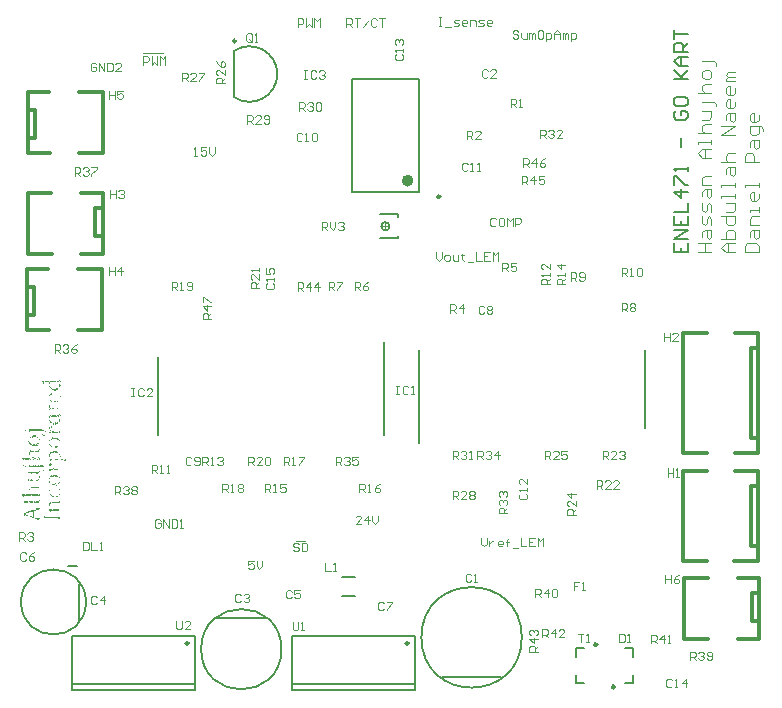
<source format=gto>
<<<<<<< HEAD
G04*
G04 #@! TF.GenerationSoftware,Altium Limited,Altium Designer,19.1.9 (167)*
G04*
G04 Layer_Color=65535*
%FSLAX43Y43*%
%MOMM*%
G71*
G01*
G75*
%ADD10C,0.150*%
%ADD11C,0.500*%
%ADD12C,0.250*%
%ADD13C,0.200*%
%ADD14C,0.300*%
%ADD15C,0.305*%
%ADD16C,0.100*%
G36*
X3868Y26651D02*
X3855D01*
Y26664D01*
X3868D01*
Y26651D01*
D02*
G37*
G36*
X3855Y26637D02*
X3841D01*
Y26651D01*
X3855D01*
Y26637D01*
D02*
G37*
G36*
X3788Y26691D02*
X3815D01*
Y26677D01*
X3828D01*
Y26637D01*
X3841D01*
Y26624D01*
X3855D01*
Y26611D01*
X3868D01*
Y26571D01*
X3881D01*
Y26544D01*
X3855D01*
Y26531D01*
X3868D01*
Y26517D01*
X3881D01*
Y26504D01*
X3868D01*
Y26517D01*
X3855D01*
Y26504D01*
X3868D01*
Y26490D01*
X3855D01*
Y26477D01*
X3841D01*
Y26490D01*
X3828D01*
Y26504D01*
X3841D01*
Y26517D01*
X3828D01*
Y26531D01*
X3815D01*
Y26544D01*
X3801D01*
Y26531D01*
X3815D01*
Y26517D01*
X3801D01*
Y26504D01*
X3788D01*
Y26517D01*
X3775D01*
Y26504D01*
X3788D01*
Y26490D01*
X3775D01*
Y26504D01*
X3761D01*
Y26517D01*
X3748D01*
Y26504D01*
X3761D01*
Y26490D01*
X3775D01*
Y26477D01*
X3788D01*
Y26464D01*
X3775D01*
Y26477D01*
X3761D01*
Y26490D01*
X3748D01*
Y26504D01*
X3735D01*
Y26517D01*
X3721D01*
Y26531D01*
X3761D01*
Y26544D01*
X3748D01*
Y26571D01*
X3775D01*
Y26557D01*
X3788D01*
Y26571D01*
X3801D01*
Y26557D01*
X3815D01*
Y26544D01*
X3828D01*
Y26531D01*
X3841D01*
Y26544D01*
X3828D01*
Y26557D01*
X3815D01*
Y26571D01*
X3801D01*
Y26584D01*
X3815D01*
Y26571D01*
X3828D01*
Y26557D01*
X3841D01*
Y26571D01*
X3828D01*
Y26584D01*
X3815D01*
Y26597D01*
X3801D01*
Y26611D01*
X3815D01*
Y26677D01*
X3801D01*
Y26664D01*
X3788D01*
Y26677D01*
X3775D01*
Y26704D01*
X3788D01*
Y26691D01*
D02*
G37*
G36*
X2401Y26544D02*
X2387D01*
Y26557D01*
X2401D01*
Y26544D01*
D02*
G37*
G36*
X2387Y26531D02*
X2374D01*
Y26544D01*
X2387D01*
Y26531D01*
D02*
G37*
G36*
X3681Y26517D02*
X3695D01*
Y26504D01*
X3708D01*
Y26517D01*
X3721D01*
Y26504D01*
X3735D01*
Y26490D01*
X3748D01*
Y26477D01*
X3761D01*
Y26464D01*
X3775D01*
Y26437D01*
X3748D01*
Y26450D01*
X3735D01*
Y26437D01*
X3748D01*
Y26424D01*
X3735D01*
Y26437D01*
X3721D01*
Y26450D01*
X3708D01*
Y26464D01*
X3721D01*
Y26477D01*
X3708D01*
Y26490D01*
X3695D01*
Y26504D01*
X3681D01*
Y26517D01*
X3668D01*
Y26504D01*
X3681D01*
Y26490D01*
X3695D01*
Y26477D01*
X3681D01*
Y26490D01*
X3668D01*
Y26477D01*
X3681D01*
Y26464D01*
X3668D01*
Y26477D01*
X3655D01*
Y26490D01*
X3641D01*
Y26477D01*
X3655D01*
Y26464D01*
X3668D01*
Y26424D01*
X3655D01*
Y26464D01*
X3641D01*
Y26450D01*
X3601D01*
Y26477D01*
X3588D01*
Y26450D01*
X3601D01*
Y26437D01*
X3588D01*
Y26450D01*
X3575D01*
Y26464D01*
X3561D01*
Y26477D01*
X3548D01*
Y26490D01*
X3535D01*
Y26477D01*
X3548D01*
Y26464D01*
X3561D01*
Y26450D01*
X3548D01*
Y26464D01*
X3535D01*
Y26477D01*
X3521D01*
Y26490D01*
X3508D01*
Y26477D01*
X3521D01*
Y26464D01*
X3535D01*
Y26450D01*
X3521D01*
Y26464D01*
X3508D01*
Y26450D01*
X3521D01*
Y26437D01*
X3508D01*
Y26424D01*
X3548D01*
Y26437D01*
X3561D01*
Y26424D01*
X3575D01*
Y26437D01*
X3588D01*
Y26410D01*
X3134D01*
Y26424D01*
X3121D01*
Y26437D01*
X3134D01*
Y26424D01*
X3148D01*
Y26437D01*
X3134D01*
Y26450D01*
X3121D01*
Y26464D01*
X3108D01*
Y26477D01*
X3094D01*
Y26490D01*
X3081D01*
Y26477D01*
X3094D01*
Y26464D01*
X3108D01*
Y26450D01*
X3094D01*
Y26464D01*
X3081D01*
Y26410D01*
X3054D01*
Y26424D01*
X3041D01*
Y26437D01*
X3028D01*
Y26450D01*
X3014D01*
Y26464D01*
X3001D01*
Y26450D01*
X3014D01*
Y26437D01*
X3028D01*
Y26410D01*
X3014D01*
Y26437D01*
X3001D01*
Y26424D01*
X2988D01*
Y26464D01*
X2974D01*
Y26477D01*
X2961D01*
Y26490D01*
X2948D01*
Y26477D01*
X2961D01*
Y26464D01*
X2974D01*
Y26424D01*
X2988D01*
Y26410D01*
X3001D01*
Y26370D01*
X2988D01*
Y26330D01*
X2974D01*
Y26290D01*
X2961D01*
Y26250D01*
X2974D01*
Y26264D01*
X2988D01*
Y26224D01*
X2974D01*
Y26237D01*
X2961D01*
Y26197D01*
X2974D01*
Y26184D01*
X2961D01*
Y26144D01*
X2948D01*
Y26130D01*
X2961D01*
Y26104D01*
X2974D01*
Y26050D01*
X2988D01*
Y26037D01*
X3001D01*
Y26024D01*
X3014D01*
Y26010D01*
X3028D01*
Y25970D01*
X3041D01*
Y25984D01*
X3054D01*
Y25957D01*
X3028D01*
Y25944D01*
X3054D01*
Y25917D01*
X3068D01*
Y25930D01*
X3081D01*
Y25903D01*
X3108D01*
Y25890D01*
X3121D01*
Y25877D01*
X3134D01*
Y25890D01*
X3148D01*
Y25877D01*
X3161D01*
Y25863D01*
X3174D01*
Y25877D01*
X3188D01*
Y25863D01*
X3201D01*
Y25850D01*
X3188D01*
Y25837D01*
X3201D01*
Y25823D01*
X3214D01*
Y25810D01*
X3228D01*
Y25823D01*
X3214D01*
Y25837D01*
X3228D01*
Y25823D01*
X3241D01*
Y25810D01*
X3254D01*
Y25823D01*
X3241D01*
Y25837D01*
X3228D01*
Y25850D01*
X3241D01*
Y25837D01*
X3254D01*
Y25877D01*
X3268D01*
Y25863D01*
X3281D01*
Y25850D01*
X3294D01*
Y25837D01*
X3308D01*
Y25850D01*
X3294D01*
Y25863D01*
X3308D01*
Y25850D01*
X3321D01*
Y25863D01*
X3415D01*
Y25850D01*
X3428D01*
Y25863D01*
X3495D01*
Y25877D01*
X3508D01*
Y25863D01*
X3521D01*
Y25877D01*
X3535D01*
Y25863D01*
X3548D01*
Y25877D01*
X3588D01*
Y25863D01*
X3601D01*
Y25890D01*
X3628D01*
Y25903D01*
X3641D01*
Y25890D01*
X3655D01*
Y25877D01*
X3668D01*
Y25837D01*
X3681D01*
Y25850D01*
X3695D01*
Y25810D01*
X3708D01*
Y25797D01*
X3695D01*
Y25783D01*
X3655D01*
Y25797D01*
X3641D01*
Y25810D01*
X3628D01*
Y25823D01*
X3615D01*
Y25837D01*
X3601D01*
Y25850D01*
X3588D01*
Y25837D01*
X3601D01*
Y25823D01*
X3588D01*
Y25837D01*
X3575D01*
Y25850D01*
X3561D01*
Y25837D01*
X3575D01*
Y25823D01*
X3588D01*
Y25810D01*
X3628D01*
Y25797D01*
X3641D01*
Y25783D01*
X3655D01*
Y25770D01*
X3641D01*
Y25783D01*
X3628D01*
Y25770D01*
X3641D01*
Y25757D01*
X3601D01*
Y25770D01*
X3588D01*
Y25757D01*
X3601D01*
Y25743D01*
X3588D01*
Y25757D01*
X3575D01*
Y25770D01*
X3561D01*
Y25783D01*
X3548D01*
Y25823D01*
X3535D01*
Y25810D01*
X3521D01*
Y25823D01*
X3508D01*
Y25810D01*
X3521D01*
Y25797D01*
X3535D01*
Y25783D01*
X3548D01*
Y25770D01*
X3561D01*
Y25757D01*
X3575D01*
Y25743D01*
X3508D01*
Y25730D01*
X3495D01*
Y25743D01*
X3481D01*
Y25757D01*
X3468D01*
Y25770D01*
X3455D01*
Y25783D01*
X3441D01*
Y25797D01*
X3428D01*
Y25783D01*
X3441D01*
Y25770D01*
X3455D01*
Y25757D01*
X3468D01*
Y25743D01*
X3481D01*
Y25717D01*
X3535D01*
Y25703D01*
X3348D01*
Y25730D01*
X3335D01*
Y25743D01*
X3268D01*
Y25757D01*
X3254D01*
Y25770D01*
X3241D01*
Y25757D01*
X3228D01*
Y25783D01*
X3201D01*
Y25797D01*
X3188D01*
Y25783D01*
X3174D01*
Y25797D01*
X3148D01*
Y25823D01*
X3134D01*
Y25837D01*
X3121D01*
Y25850D01*
X3081D01*
Y25863D01*
X3094D01*
Y25877D01*
X3081D01*
Y25890D01*
X3068D01*
Y25903D01*
X3054D01*
Y25917D01*
X3041D01*
Y25930D01*
X3028D01*
Y25944D01*
X3014D01*
Y25984D01*
X3001D01*
Y25944D01*
X2988D01*
Y25957D01*
X2974D01*
Y25997D01*
X2961D01*
Y26010D01*
X2948D01*
Y26024D01*
X2961D01*
Y26037D01*
X2948D01*
Y26050D01*
X2934D01*
Y26144D01*
X2921D01*
Y26157D01*
X2908D01*
Y26144D01*
X2921D01*
Y26050D01*
X2934D01*
Y26010D01*
X2948D01*
Y25984D01*
X2934D01*
Y26010D01*
X2921D01*
Y26050D01*
X2908D01*
Y26117D01*
X2894D01*
Y26184D01*
X2908D01*
Y26170D01*
X2921D01*
Y26157D01*
X2934D01*
Y26170D01*
X2921D01*
Y26184D01*
X2934D01*
Y26197D01*
X2921D01*
Y26210D01*
X2934D01*
Y26197D01*
X2948D01*
Y26210D01*
X2934D01*
Y26224D01*
X2921D01*
Y26237D01*
X2934D01*
Y26250D01*
X2921D01*
Y26264D01*
X2934D01*
Y26330D01*
X2948D01*
Y26317D01*
X2961D01*
Y26330D01*
X2948D01*
Y26344D01*
X2934D01*
Y26370D01*
X2921D01*
Y26397D01*
X2934D01*
Y26384D01*
X2948D01*
Y26410D01*
X2921D01*
Y26424D01*
X2908D01*
Y26437D01*
X2921D01*
Y26424D01*
X2934D01*
Y26437D01*
X2921D01*
Y26450D01*
X2908D01*
Y26464D01*
X2894D01*
Y26450D01*
X2881D01*
Y26464D01*
X2868D01*
Y26477D01*
X2854D01*
Y26464D01*
X2868D01*
Y26450D01*
X2854D01*
Y26464D01*
X2841D01*
Y26450D01*
X2854D01*
Y26437D01*
X2841D01*
Y26450D01*
X2828D01*
Y26464D01*
X2814D01*
Y26450D01*
X2801D01*
Y26464D01*
X2788D01*
Y26450D01*
X2748D01*
Y26464D01*
X2734D01*
Y26450D01*
X2748D01*
Y26437D01*
X2761D01*
Y26424D01*
X2721D01*
Y26437D01*
X2707D01*
Y26450D01*
X2694D01*
Y26464D01*
X2681D01*
Y26450D01*
X2694D01*
Y26437D01*
X2707D01*
Y26424D01*
X2694D01*
Y26437D01*
X2681D01*
Y26450D01*
X2667D01*
Y26464D01*
X2654D01*
Y26450D01*
X2641D01*
Y26464D01*
X2627D01*
Y26450D01*
X2641D01*
Y26437D01*
X2627D01*
Y26450D01*
X2614D01*
Y26437D01*
X2601D01*
Y26450D01*
X2587D01*
Y26464D01*
X2574D01*
Y26450D01*
X2561D01*
Y26464D01*
X2547D01*
Y26477D01*
X2534D01*
Y26464D01*
X2547D01*
Y26450D01*
X2561D01*
Y26437D01*
X2547D01*
Y26424D01*
X2521D01*
Y26410D01*
X2507D01*
Y26397D01*
X2481D01*
Y26410D01*
X2467D01*
Y26397D01*
X2481D01*
Y26384D01*
X2494D01*
Y26370D01*
X2481D01*
Y26357D01*
X2467D01*
Y26344D01*
X2481D01*
Y26330D01*
X2467D01*
Y26317D01*
X2481D01*
Y26304D01*
X2467D01*
Y26317D01*
X2454D01*
Y26384D01*
X2441D01*
Y26424D01*
X2427D01*
Y26437D01*
X2414D01*
Y26450D01*
X2401D01*
Y26464D01*
X2387D01*
Y26477D01*
X2401D01*
Y26490D01*
X2387D01*
Y26517D01*
X2414D01*
Y26504D01*
X2427D01*
Y26490D01*
X2441D01*
Y26477D01*
X2454D01*
Y26490D01*
X2441D01*
Y26504D01*
X2427D01*
Y26517D01*
X2414D01*
Y26531D01*
X2427D01*
Y26517D01*
X2441D01*
Y26504D01*
X2454D01*
Y26517D01*
X2441D01*
Y26531D01*
X2454D01*
Y26517D01*
X2467D01*
Y26504D01*
X2481D01*
Y26531D01*
X2534D01*
Y26517D01*
X2547D01*
Y26504D01*
X2561D01*
Y26517D01*
X2547D01*
Y26531D01*
X2614D01*
Y26517D01*
X2627D01*
Y26504D01*
X2641D01*
Y26517D01*
X2627D01*
Y26531D01*
X2641D01*
Y26517D01*
X2654D01*
Y26504D01*
X2667D01*
Y26517D01*
X2654D01*
Y26531D01*
X2748D01*
Y26517D01*
X2761D01*
Y26504D01*
X2774D01*
Y26517D01*
X2761D01*
Y26531D01*
X2828D01*
Y26517D01*
X2841D01*
Y26504D01*
X2854D01*
Y26517D01*
X2841D01*
Y26531D01*
X2854D01*
Y26517D01*
X2868D01*
Y26504D01*
X2881D01*
Y26517D01*
X2868D01*
Y26531D01*
X2961D01*
Y26517D01*
X2974D01*
Y26504D01*
X2988D01*
Y26517D01*
X2974D01*
Y26531D01*
X2988D01*
Y26517D01*
X3001D01*
Y26504D01*
X3014D01*
Y26517D01*
X3001D01*
Y26531D01*
X3068D01*
Y26517D01*
X3081D01*
Y26504D01*
X3094D01*
Y26517D01*
X3081D01*
Y26531D01*
X3094D01*
Y26517D01*
X3108D01*
Y26504D01*
X3121D01*
Y26517D01*
X3108D01*
Y26531D01*
X3308D01*
Y26517D01*
X3321D01*
Y26504D01*
X3335D01*
Y26517D01*
X3321D01*
Y26531D01*
X3415D01*
Y26517D01*
X3428D01*
Y26504D01*
X3441D01*
Y26517D01*
X3428D01*
Y26531D01*
X3521D01*
Y26517D01*
X3535D01*
Y26504D01*
X3548D01*
Y26517D01*
X3535D01*
Y26531D01*
X3548D01*
Y26517D01*
X3561D01*
Y26504D01*
X3575D01*
Y26517D01*
X3561D01*
Y26531D01*
X3681D01*
Y26517D01*
D02*
G37*
G36*
X3828Y26477D02*
X3815D01*
Y26490D01*
X3828D01*
Y26477D01*
D02*
G37*
G36*
X3895Y26464D02*
X3881D01*
Y26490D01*
X3895D01*
Y26464D01*
D02*
G37*
G36*
X3881Y26450D02*
X3868D01*
Y26464D01*
X3881D01*
Y26450D01*
D02*
G37*
G36*
X3868Y26437D02*
X3855D01*
Y26450D01*
X3868D01*
Y26437D01*
D02*
G37*
G36*
X3641Y26424D02*
X3628D01*
Y26437D01*
X3641D01*
Y26424D01*
D02*
G37*
G36*
X2681D02*
X2667D01*
Y26437D01*
X2681D01*
Y26424D01*
D02*
G37*
G36*
X2601D02*
X2587D01*
Y26437D01*
X2601D01*
Y26424D01*
D02*
G37*
G36*
X2414D02*
X2401D01*
Y26437D01*
X2414D01*
Y26424D01*
D02*
G37*
G36*
X3788Y26410D02*
X3761D01*
Y26424D01*
X3788D01*
Y26410D01*
D02*
G37*
G36*
X3735D02*
X3721D01*
Y26424D01*
X3735D01*
Y26410D01*
D02*
G37*
G36*
X3628D02*
X3615D01*
Y26424D01*
X3628D01*
Y26410D01*
D02*
G37*
G36*
X2374Y26464D02*
X2387D01*
Y26410D01*
X2374D01*
Y26464D01*
X2361D01*
Y26531D01*
X2374D01*
Y26464D01*
D02*
G37*
G36*
X3054Y26397D02*
X3041D01*
Y26410D01*
X3054D01*
Y26397D01*
D02*
G37*
G36*
X2841D02*
X2801D01*
Y26410D01*
X2841D01*
Y26397D01*
D02*
G37*
G36*
X2788D02*
X2748D01*
Y26410D01*
X2788D01*
Y26397D01*
D02*
G37*
G36*
X2734D02*
X2641D01*
Y26410D01*
X2734D01*
Y26397D01*
D02*
G37*
G36*
X2627D02*
X2534D01*
Y26410D01*
X2627D01*
Y26397D01*
D02*
G37*
G36*
X3041Y26384D02*
X3028D01*
Y26397D01*
X3041D01*
Y26384D01*
D02*
G37*
G36*
X2441Y26370D02*
X2427D01*
Y26384D01*
X2441D01*
Y26370D01*
D02*
G37*
G36*
X3788Y26304D02*
X3775D01*
Y26317D01*
X3788D01*
Y26304D01*
D02*
G37*
G36*
X3775Y26290D02*
X3761D01*
Y26304D01*
X3775D01*
Y26290D01*
D02*
G37*
G36*
X2467Y26277D02*
X2454D01*
Y26290D01*
X2441D01*
Y26304D01*
X2467D01*
Y26277D01*
D02*
G37*
G36*
X3868Y26197D02*
X3855D01*
Y26210D01*
X3868D01*
Y26197D01*
D02*
G37*
G36*
X3775Y26184D02*
X3761D01*
Y26224D01*
X3775D01*
Y26184D01*
D02*
G37*
G36*
X3801Y26237D02*
X3815D01*
Y26224D01*
X3828D01*
Y26210D01*
X3841D01*
Y26197D01*
X3855D01*
Y26157D01*
X3868D01*
Y26117D01*
X3881D01*
Y26090D01*
X3868D01*
Y26077D01*
X3881D01*
Y26050D01*
X3868D01*
Y26037D01*
X3881D01*
Y26024D01*
X3868D01*
Y26037D01*
X3855D01*
Y26050D01*
X3841D01*
Y26064D01*
X3828D01*
Y26077D01*
X3815D01*
Y26090D01*
X3801D01*
Y26104D01*
X3815D01*
Y26117D01*
X3801D01*
Y26130D01*
X3815D01*
Y26144D01*
X3788D01*
Y26117D01*
X3775D01*
Y26157D01*
X3788D01*
Y26170D01*
X3801D01*
Y26157D01*
X3815D01*
Y26170D01*
X3801D01*
Y26184D01*
X3788D01*
Y26224D01*
X3775D01*
Y26250D01*
X3801D01*
Y26237D01*
D02*
G37*
G36*
X3895Y26117D02*
X3881D01*
Y26130D01*
X3895D01*
Y26117D01*
D02*
G37*
G36*
X3815Y26064D02*
X3828D01*
Y26050D01*
X3841D01*
Y26037D01*
X3855D01*
Y26024D01*
X3868D01*
Y26010D01*
X3881D01*
Y25997D01*
X3895D01*
Y25984D01*
X3881D01*
Y25997D01*
X3868D01*
Y25984D01*
X3881D01*
Y25970D01*
X3868D01*
Y25984D01*
X3855D01*
Y25970D01*
X3868D01*
Y25957D01*
X3855D01*
Y25970D01*
X3841D01*
Y25984D01*
X3828D01*
Y25997D01*
X3815D01*
Y26010D01*
X3801D01*
Y25997D01*
X3815D01*
Y25984D01*
X3801D01*
Y25970D01*
X3788D01*
Y26010D01*
X3775D01*
Y26024D01*
X3788D01*
Y26037D01*
X3801D01*
Y26024D01*
X3815D01*
Y26010D01*
X3828D01*
Y25997D01*
X3841D01*
Y26010D01*
X3855D01*
Y26024D01*
X3841D01*
Y26037D01*
X3828D01*
Y26024D01*
X3815D01*
Y26037D01*
X3801D01*
Y26050D01*
X3815D01*
Y26064D01*
X3801D01*
Y26077D01*
X3815D01*
Y26064D01*
D02*
G37*
G36*
X3775Y25997D02*
X3761D01*
Y26010D01*
X3775D01*
Y25997D01*
D02*
G37*
G36*
X3748D02*
X3735D01*
Y26010D01*
X3748D01*
Y25997D01*
D02*
G37*
G36*
X3735Y25984D02*
X3721D01*
Y25997D01*
X3735D01*
Y25984D01*
D02*
G37*
G36*
X3068D02*
X3054D01*
Y25997D01*
X3068D01*
Y25984D01*
D02*
G37*
G36*
X3721Y25970D02*
X3708D01*
Y25984D01*
X3721D01*
Y25970D01*
D02*
G37*
G36*
X3708Y25957D02*
X3695D01*
Y25970D01*
X3708D01*
Y25957D01*
D02*
G37*
G36*
X3841D02*
X3855D01*
Y25944D01*
X3841D01*
Y25957D01*
X3828D01*
Y25970D01*
X3841D01*
Y25957D01*
D02*
G37*
G36*
X3775Y25970D02*
X3788D01*
Y25957D01*
X3801D01*
Y25944D01*
X3815D01*
Y25957D01*
X3828D01*
Y25944D01*
X3841D01*
Y25930D01*
X3801D01*
Y25917D01*
X3841D01*
Y25903D01*
X3828D01*
Y25890D01*
X3815D01*
Y25903D01*
X3801D01*
Y25890D01*
X3815D01*
Y25877D01*
X3801D01*
Y25863D01*
X3788D01*
Y25850D01*
X3775D01*
Y25837D01*
X3761D01*
Y25850D01*
X3748D01*
Y25863D01*
X3735D01*
Y25877D01*
X3721D01*
Y25890D01*
X3735D01*
Y25877D01*
X3748D01*
Y25863D01*
X3761D01*
Y25877D01*
X3748D01*
Y25890D01*
X3735D01*
Y25903D01*
X3748D01*
Y25890D01*
X3761D01*
Y25930D01*
X3748D01*
Y25917D01*
X3735D01*
Y25957D01*
X3748D01*
Y25944D01*
X3761D01*
Y25957D01*
X3748D01*
Y25970D01*
X3761D01*
Y25984D01*
X3775D01*
Y25970D01*
D02*
G37*
G36*
X3094Y25930D02*
X3081D01*
Y25944D01*
X3094D01*
Y25930D01*
D02*
G37*
G36*
X2974D02*
X2961D01*
Y25957D01*
X2974D01*
Y25930D01*
D02*
G37*
G36*
X3721Y25917D02*
X3708D01*
Y25930D01*
X3721D01*
Y25917D01*
D02*
G37*
G36*
X3681Y25930D02*
X3695D01*
Y25917D01*
X3708D01*
Y25903D01*
X3695D01*
Y25917D01*
X3681D01*
Y25930D01*
X3655D01*
Y25944D01*
X3681D01*
Y25930D01*
D02*
G37*
G36*
X3615Y25903D02*
X3588D01*
Y25917D01*
X3615D01*
Y25903D01*
D02*
G37*
G36*
X3148D02*
X3161D01*
Y25890D01*
X3148D01*
Y25903D01*
X3108D01*
Y25917D01*
X3148D01*
Y25903D01*
D02*
G37*
G36*
X3054Y25877D02*
X3041D01*
Y25903D01*
X3054D01*
Y25877D01*
D02*
G37*
G36*
X3721Y25863D02*
X3708D01*
Y25877D01*
X3721D01*
Y25863D01*
D02*
G37*
G36*
X3201Y25877D02*
X3214D01*
Y25863D01*
X3201D01*
Y25877D01*
X3188D01*
Y25890D01*
X3201D01*
Y25877D01*
D02*
G37*
G36*
X3681Y25903D02*
X3695D01*
Y25863D01*
X3708D01*
Y25850D01*
X3695D01*
Y25863D01*
X3681D01*
Y25877D01*
X3668D01*
Y25890D01*
X3681D01*
Y25903D01*
X3668D01*
Y25917D01*
X3681D01*
Y25903D01*
D02*
G37*
G36*
X3828Y25837D02*
X3815D01*
Y25850D01*
X3828D01*
Y25837D01*
D02*
G37*
G36*
X3815Y25823D02*
X3801D01*
Y25837D01*
X3815D01*
Y25823D01*
D02*
G37*
G36*
X3801Y25810D02*
X3788D01*
Y25823D01*
X3801D01*
Y25810D01*
D02*
G37*
G36*
X3748Y25837D02*
X3761D01*
Y25823D01*
X3748D01*
Y25810D01*
X3735D01*
Y25823D01*
X3721D01*
Y25837D01*
X3735D01*
Y25850D01*
X3748D01*
Y25837D01*
D02*
G37*
G36*
X3134Y25810D02*
X3121D01*
Y25823D01*
X3134D01*
Y25810D01*
D02*
G37*
G36*
X3228Y25743D02*
X3188D01*
Y25757D01*
X3228D01*
Y25743D01*
D02*
G37*
G36*
X3321Y25717D02*
X3294D01*
Y25730D01*
X3321D01*
Y25717D01*
D02*
G37*
G36*
X3201Y25477D02*
X3161D01*
Y25490D01*
X3201D01*
Y25477D01*
D02*
G37*
G36*
X3748Y25463D02*
X3735D01*
Y25477D01*
X3748D01*
Y25463D01*
D02*
G37*
G36*
X3108D02*
X3081D01*
Y25477D01*
X3108D01*
Y25463D01*
D02*
G37*
G36*
X3201Y25450D02*
X3188D01*
Y25463D01*
X3201D01*
Y25450D01*
D02*
G37*
G36*
X3241Y25437D02*
X3228D01*
Y25450D01*
X3241D01*
Y25437D01*
D02*
G37*
G36*
X3041D02*
X3028D01*
Y25450D01*
X3041D01*
Y25437D01*
D02*
G37*
G36*
X3775D02*
X3788D01*
Y25423D01*
X3775D01*
Y25437D01*
X3761D01*
Y25450D01*
X3775D01*
Y25437D01*
D02*
G37*
G36*
X3708Y25423D02*
X3695D01*
Y25437D01*
X3708D01*
Y25423D01*
D02*
G37*
G36*
X3028D02*
X3001D01*
Y25437D01*
X3028D01*
Y25423D01*
D02*
G37*
G36*
X3148Y25450D02*
X3161D01*
Y25437D01*
X3174D01*
Y25450D01*
X3188D01*
Y25383D01*
X3201D01*
Y25423D01*
X3214D01*
Y25437D01*
X3228D01*
Y25423D01*
X3241D01*
Y25410D01*
X3254D01*
Y25397D01*
X3268D01*
Y25383D01*
X3281D01*
Y25397D01*
X3268D01*
Y25410D01*
X3281D01*
Y25397D01*
X3294D01*
Y25383D01*
X3308D01*
Y25397D01*
X3321D01*
Y25383D01*
X3335D01*
Y25370D01*
X3348D01*
Y25357D01*
X3361D01*
Y25343D01*
X3375D01*
Y25330D01*
X3388D01*
Y25317D01*
X3401D01*
Y25303D01*
X3415D01*
Y25290D01*
X3428D01*
Y25276D01*
X3441D01*
Y25263D01*
X3455D01*
Y25250D01*
X3441D01*
Y25263D01*
X3428D01*
Y25250D01*
X3441D01*
Y25236D01*
X3455D01*
Y25196D01*
X3468D01*
Y25183D01*
X3428D01*
Y25170D01*
X3468D01*
Y25076D01*
X3455D01*
Y25063D01*
X3468D01*
Y25050D01*
X3455D01*
Y24983D01*
X3441D01*
Y24996D01*
X3428D01*
Y25010D01*
X3441D01*
Y25023D01*
X3428D01*
Y25063D01*
X3441D01*
Y25076D01*
X3428D01*
Y25170D01*
X3415D01*
Y25210D01*
X3401D01*
Y25223D01*
X3415D01*
Y25236D01*
X3401D01*
Y25250D01*
X3361D01*
Y25263D01*
X3375D01*
Y25276D01*
X3361D01*
Y25290D01*
X3348D01*
Y25303D01*
X3335D01*
Y25317D01*
X3348D01*
Y25303D01*
X3361D01*
Y25317D01*
X3348D01*
Y25330D01*
X3335D01*
Y25343D01*
X3321D01*
Y25357D01*
X3308D01*
Y25370D01*
X3294D01*
Y25357D01*
X3308D01*
Y25343D01*
X3321D01*
Y25330D01*
X3294D01*
Y25317D01*
X3268D01*
Y25330D01*
X3254D01*
Y25343D01*
X3214D01*
Y25357D01*
X3201D01*
Y25370D01*
X3188D01*
Y25357D01*
X3201D01*
Y25343D01*
X3188D01*
Y25357D01*
X3174D01*
Y25370D01*
X3161D01*
Y25383D01*
X3148D01*
Y25397D01*
X3134D01*
Y25410D01*
X3121D01*
Y25423D01*
X3108D01*
Y25437D01*
X3121D01*
Y25450D01*
X3134D01*
Y25437D01*
X3148D01*
Y25423D01*
X3161D01*
Y25410D01*
X3174D01*
Y25423D01*
X3161D01*
Y25437D01*
X3148D01*
Y25450D01*
X3134D01*
Y25463D01*
X3148D01*
Y25450D01*
D02*
G37*
G36*
X3108Y25410D02*
X3121D01*
Y25397D01*
X3134D01*
Y25357D01*
X3148D01*
Y25370D01*
X3161D01*
Y25357D01*
X3174D01*
Y25343D01*
X3108D01*
Y25330D01*
X3068D01*
Y25343D01*
X3054D01*
Y25330D01*
X3068D01*
Y25317D01*
X3054D01*
Y25330D01*
X3041D01*
Y25317D01*
X3028D01*
Y25330D01*
X3014D01*
Y25343D01*
X3028D01*
Y25357D01*
X3014D01*
Y25370D01*
X3028D01*
Y25383D01*
X3041D01*
Y25397D01*
X3054D01*
Y25357D01*
X3068D01*
Y25397D01*
X3054D01*
Y25410D01*
X3068D01*
Y25423D01*
X3081D01*
Y25410D01*
X3094D01*
Y25423D01*
X3108D01*
Y25410D01*
D02*
G37*
G36*
X3001D02*
X2988D01*
Y25423D01*
X3001D01*
Y25410D01*
D02*
G37*
G36*
X2988Y25397D02*
X2974D01*
Y25410D01*
X2988D01*
Y25397D01*
D02*
G37*
G36*
X3735Y25450D02*
X3748D01*
Y25437D01*
X3761D01*
Y25423D01*
X3775D01*
Y25383D01*
X3788D01*
Y25370D01*
X3801D01*
Y25357D01*
X3815D01*
Y25343D01*
X3828D01*
Y25330D01*
X3815D01*
Y25343D01*
X3801D01*
Y25357D01*
X3788D01*
Y25370D01*
X3748D01*
Y25357D01*
X3735D01*
Y25383D01*
X3721D01*
Y25410D01*
X3735D01*
Y25397D01*
X3748D01*
Y25383D01*
X3761D01*
Y25397D01*
X3748D01*
Y25410D01*
X3761D01*
Y25423D01*
X3735D01*
Y25450D01*
X3721D01*
Y25437D01*
X3708D01*
Y25463D01*
X3735D01*
Y25450D01*
D02*
G37*
G36*
X3335Y25397D02*
X3348D01*
Y25383D01*
X3335D01*
Y25397D01*
X3321D01*
Y25410D01*
X3335D01*
Y25397D01*
D02*
G37*
G36*
X2974Y25370D02*
X2961D01*
Y25397D01*
X2974D01*
Y25370D01*
D02*
G37*
G36*
X3375Y25357D02*
X3388D01*
Y25343D01*
X3401D01*
Y25330D01*
X3388D01*
Y25343D01*
X3375D01*
Y25357D01*
X3361D01*
Y25383D01*
X3375D01*
Y25357D01*
D02*
G37*
G36*
X3441Y25317D02*
X3428D01*
Y25343D01*
X3441D01*
Y25317D01*
D02*
G37*
G36*
X3228D02*
X3121D01*
Y25330D01*
X3228D01*
Y25317D01*
D02*
G37*
G36*
X3428Y25303D02*
X3415D01*
Y25317D01*
X3428D01*
Y25303D01*
D02*
G37*
G36*
X3268D02*
X3254D01*
Y25317D01*
X3268D01*
Y25303D01*
D02*
G37*
G36*
X3001Y25330D02*
X3014D01*
Y25317D01*
X3028D01*
Y25303D01*
X3014D01*
Y25317D01*
X3001D01*
Y25303D01*
X3014D01*
Y25290D01*
X3001D01*
Y25303D01*
X2988D01*
Y25343D01*
X3001D01*
Y25330D01*
D02*
G37*
G36*
X3868Y25290D02*
X3855D01*
Y25303D01*
X3868D01*
Y25290D01*
D02*
G37*
G36*
X3788D02*
X3801D01*
Y25276D01*
X3775D01*
Y25303D01*
X3788D01*
Y25290D01*
D02*
G37*
G36*
X3001Y25276D02*
X2988D01*
Y25290D01*
X3001D01*
Y25276D01*
D02*
G37*
G36*
X3361Y25236D02*
X3348D01*
Y25250D01*
X3361D01*
Y25236D01*
D02*
G37*
G36*
X3788Y25343D02*
X3801D01*
Y25330D01*
X3815D01*
Y25317D01*
X3828D01*
Y25303D01*
X3841D01*
Y25290D01*
X3855D01*
Y25236D01*
X3868D01*
Y25210D01*
X3881D01*
Y25196D01*
X3895D01*
Y25183D01*
X3881D01*
Y25196D01*
X3868D01*
Y25183D01*
X3881D01*
Y25143D01*
X3868D01*
Y25130D01*
X3881D01*
Y25090D01*
X3868D01*
Y25103D01*
X3855D01*
Y25116D01*
X3841D01*
Y25130D01*
X3828D01*
Y25143D01*
X3841D01*
Y25183D01*
X3828D01*
Y25196D01*
X3815D01*
Y25290D01*
X3801D01*
Y25303D01*
X3788D01*
Y25317D01*
X3801D01*
Y25330D01*
X3788D01*
Y25343D01*
X3775D01*
Y25357D01*
X3788D01*
Y25343D01*
D02*
G37*
G36*
X2974Y25276D02*
X2988D01*
Y25263D01*
X2974D01*
Y25250D01*
X2948D01*
Y25223D01*
X2961D01*
Y25183D01*
X2948D01*
Y25196D01*
X2934D01*
Y25276D01*
X2948D01*
Y25303D01*
X2961D01*
Y25317D01*
X2974D01*
Y25276D01*
D02*
G37*
G36*
X3828Y25170D02*
X3815D01*
Y25183D01*
X3828D01*
Y25170D01*
D02*
G37*
G36*
X2948D02*
X2934D01*
Y25183D01*
X2948D01*
Y25170D01*
D02*
G37*
G36*
X3855Y25090D02*
X3841D01*
Y25103D01*
X3855D01*
Y25090D01*
D02*
G37*
G36*
X2908Y25103D02*
X2921D01*
Y25090D01*
X2908D01*
Y25076D01*
X2894D01*
Y25116D01*
X2908D01*
Y25103D01*
D02*
G37*
G36*
X3841Y25076D02*
X3881D01*
Y25036D01*
X3868D01*
Y25050D01*
X3855D01*
Y25036D01*
X3868D01*
Y25023D01*
X3855D01*
Y25010D01*
X3868D01*
Y24996D01*
X3855D01*
Y24983D01*
X3841D01*
Y24996D01*
X3828D01*
Y24983D01*
X3841D01*
Y24970D01*
X3828D01*
Y24983D01*
X3815D01*
Y24996D01*
X3801D01*
Y25010D01*
X3815D01*
Y25050D01*
X3828D01*
Y25036D01*
X3841D01*
Y25050D01*
X3828D01*
Y25063D01*
X3841D01*
Y25076D01*
X3828D01*
Y25090D01*
X3841D01*
Y25076D01*
D02*
G37*
G36*
X3828Y24956D02*
X3815D01*
Y24970D01*
X3828D01*
Y24956D01*
D02*
G37*
G36*
X3775D02*
X3761D01*
Y24970D01*
X3775D01*
Y24956D01*
D02*
G37*
G36*
X3735Y24943D02*
X3721D01*
Y24956D01*
X3735D01*
Y24943D01*
D02*
G37*
G36*
X3721Y24930D02*
X3708D01*
Y24943D01*
X3721D01*
Y24930D01*
D02*
G37*
G36*
X3788Y24916D02*
X3775D01*
Y24930D01*
X3788D01*
Y24916D01*
D02*
G37*
G36*
X3708D02*
X3695D01*
Y24930D01*
X3708D01*
Y24916D01*
D02*
G37*
G36*
X3801Y24956D02*
X3815D01*
Y24943D01*
X3828D01*
Y24930D01*
X3841D01*
Y24916D01*
X3828D01*
Y24903D01*
X3815D01*
Y24943D01*
X3801D01*
Y24930D01*
X3788D01*
Y24970D01*
X3775D01*
Y24983D01*
X3788D01*
Y24996D01*
X3801D01*
Y24956D01*
D02*
G37*
G36*
X3681Y24903D02*
X3668D01*
Y24916D01*
X3681D01*
Y24903D01*
D02*
G37*
G36*
X2948Y25063D02*
X2961D01*
Y25050D01*
X2948D01*
Y25036D01*
X2961D01*
Y25023D01*
X2974D01*
Y24983D01*
X2988D01*
Y24970D01*
X3001D01*
Y24956D01*
X3014D01*
Y24943D01*
X3028D01*
Y24930D01*
X3041D01*
Y24916D01*
X3054D01*
Y24903D01*
X3041D01*
Y24916D01*
X3028D01*
Y24903D01*
X3041D01*
Y24890D01*
X3028D01*
Y24903D01*
X3014D01*
Y24943D01*
X3001D01*
Y24930D01*
X2988D01*
Y24916D01*
X2974D01*
Y24956D01*
X2961D01*
Y24996D01*
X2948D01*
Y25010D01*
X2934D01*
Y25103D01*
X2948D01*
Y25063D01*
D02*
G37*
G36*
X3815Y24890D02*
X3801D01*
Y24903D01*
X3815D01*
Y24890D01*
D02*
G37*
G36*
X3668D02*
X3655D01*
Y24903D01*
X3668D01*
Y24890D01*
D02*
G37*
G36*
X3775Y24903D02*
X3788D01*
Y24890D01*
X3775D01*
Y24876D01*
X3761D01*
Y24916D01*
X3775D01*
Y24903D01*
D02*
G37*
G36*
X3748Y24876D02*
X3735D01*
Y24890D01*
X3748D01*
Y24876D01*
D02*
G37*
G36*
X3014Y24890D02*
X3028D01*
Y24876D01*
X3014D01*
Y24890D01*
X3001D01*
Y24903D01*
X3014D01*
Y24890D01*
D02*
G37*
G36*
X3841Y24863D02*
X3828D01*
Y24876D01*
X3841D01*
Y24863D01*
D02*
G37*
G36*
X3721Y24876D02*
X3735D01*
Y24863D01*
X3721D01*
Y24876D01*
X3708D01*
Y24863D01*
X3721D01*
Y24850D01*
X3708D01*
Y24863D01*
X3695D01*
Y24876D01*
X3681D01*
Y24890D01*
X3721D01*
Y24876D01*
D02*
G37*
G36*
X3615Y24863D02*
X3588D01*
Y24876D01*
X3615D01*
Y24863D01*
D02*
G37*
G36*
X3828Y24850D02*
X3815D01*
Y24863D01*
X3828D01*
Y24850D01*
D02*
G37*
G36*
X3801D02*
X3788D01*
Y24863D01*
X3801D01*
Y24850D01*
D02*
G37*
G36*
X3681Y24863D02*
X3695D01*
Y24850D01*
X3681D01*
Y24863D01*
X3668D01*
Y24876D01*
X3681D01*
Y24863D01*
D02*
G37*
G36*
X3108Y24836D02*
X3134D01*
Y24823D01*
X3148D01*
Y24836D01*
X3161D01*
Y24823D01*
X3174D01*
Y24836D01*
X3161D01*
Y24850D01*
X3188D01*
Y24823D01*
X3201D01*
Y24810D01*
X3214D01*
Y24796D01*
X3228D01*
Y24783D01*
X3214D01*
Y24796D01*
X3201D01*
Y24783D01*
X3214D01*
Y24743D01*
X3201D01*
Y24756D01*
X3188D01*
Y24770D01*
X3174D01*
Y24756D01*
X3188D01*
Y24743D01*
X3201D01*
Y24730D01*
X3188D01*
Y24743D01*
X3174D01*
Y24756D01*
X3134D01*
Y24770D01*
X3121D01*
Y24783D01*
X3134D01*
Y24796D01*
X3121D01*
Y24810D01*
X3108D01*
Y24796D01*
X3094D01*
Y24810D01*
X3081D01*
Y24823D01*
X3068D01*
Y24863D01*
X3054D01*
Y24876D01*
X3068D01*
Y24890D01*
X3081D01*
Y24850D01*
X3094D01*
Y24890D01*
X3108D01*
Y24836D01*
D02*
G37*
G36*
X3054Y24850D02*
X3041D01*
Y24863D01*
X3054D01*
Y24850D01*
D02*
G37*
G36*
X3788Y24836D02*
X3775D01*
Y24850D01*
X3788D01*
Y24836D01*
D02*
G37*
G36*
X3775Y24823D02*
X3761D01*
Y24836D01*
X3775D01*
Y24823D01*
D02*
G37*
G36*
X3695D02*
X3681D01*
Y24836D01*
X3695D01*
Y24823D01*
D02*
G37*
G36*
X3668D02*
X3681D01*
Y24810D01*
X3668D01*
Y24796D01*
X3681D01*
Y24783D01*
X3708D01*
Y24770D01*
X3681D01*
Y24783D01*
X3668D01*
Y24796D01*
X3655D01*
Y24810D01*
X3641D01*
Y24823D01*
X3628D01*
Y24836D01*
X3641D01*
Y24823D01*
X3655D01*
Y24836D01*
X3641D01*
Y24850D01*
X3655D01*
Y24863D01*
X3668D01*
Y24823D01*
D02*
G37*
G36*
X3615D02*
X3628D01*
Y24810D01*
X3641D01*
Y24796D01*
X3655D01*
Y24783D01*
X3668D01*
Y24770D01*
X3681D01*
Y24756D01*
X3668D01*
Y24770D01*
X3655D01*
Y24756D01*
X3668D01*
Y24743D01*
X3655D01*
Y24756D01*
X3641D01*
Y24730D01*
X3628D01*
Y24756D01*
X3615D01*
Y24770D01*
X3601D01*
Y24783D01*
X3588D01*
Y24796D01*
X3575D01*
Y24810D01*
X3561D01*
Y24823D01*
X3575D01*
Y24836D01*
X3588D01*
Y24823D01*
X3601D01*
Y24836D01*
X3588D01*
Y24850D01*
X3615D01*
Y24823D01*
D02*
G37*
G36*
X3535D02*
X3521D01*
Y24836D01*
X3535D01*
Y24823D01*
D02*
G37*
G36*
X3801Y24810D02*
X3788D01*
Y24823D01*
X3801D01*
Y24810D01*
D02*
G37*
G36*
X3761D02*
X3748D01*
Y24823D01*
X3761D01*
Y24810D01*
D02*
G37*
G36*
X3788Y24796D02*
X3775D01*
Y24810D01*
X3788D01*
Y24796D01*
D02*
G37*
G36*
X3748D02*
X3735D01*
Y24810D01*
X3748D01*
Y24796D01*
D02*
G37*
G36*
X3561D02*
X3548D01*
Y24810D01*
X3561D01*
Y24796D01*
D02*
G37*
G36*
X3508Y24823D02*
X3521D01*
Y24810D01*
X3508D01*
Y24770D01*
X3521D01*
Y24756D01*
X3535D01*
Y24743D01*
X3548D01*
Y24756D01*
X3535D01*
Y24770D01*
X3521D01*
Y24783D01*
X3535D01*
Y24770D01*
X3548D01*
Y24756D01*
X3561D01*
Y24743D01*
X3575D01*
Y24730D01*
X3588D01*
Y24716D01*
X3575D01*
Y24730D01*
X3561D01*
Y24716D01*
X3548D01*
Y24730D01*
X3535D01*
Y24716D01*
X3548D01*
Y24703D01*
X3535D01*
Y24690D01*
X3521D01*
Y24703D01*
X3508D01*
Y24690D01*
X3495D01*
Y24703D01*
X3481D01*
Y24690D01*
X3388D01*
Y24703D01*
X3375D01*
Y24690D01*
X3335D01*
Y24703D01*
X3321D01*
Y24690D01*
X3335D01*
Y24676D01*
X3321D01*
Y24690D01*
X3308D01*
Y24703D01*
X3268D01*
Y24716D01*
X3254D01*
Y24730D01*
X3268D01*
Y24716D01*
X3281D01*
Y24730D01*
X3268D01*
Y24743D01*
X3254D01*
Y24756D01*
X3241D01*
Y24770D01*
X3254D01*
Y24810D01*
X3268D01*
Y24796D01*
X3281D01*
Y24810D01*
X3294D01*
Y24823D01*
X3308D01*
Y24810D01*
X3321D01*
Y24796D01*
X3335D01*
Y24823D01*
X3361D01*
Y24810D01*
X3375D01*
Y24796D01*
X3388D01*
Y24810D01*
X3375D01*
Y24823D01*
X3388D01*
Y24810D01*
X3401D01*
Y24796D01*
X3415D01*
Y24783D01*
X3428D01*
Y24796D01*
X3415D01*
Y24810D01*
X3401D01*
Y24823D01*
X3415D01*
Y24810D01*
X3428D01*
Y24796D01*
X3441D01*
Y24810D01*
X3428D01*
Y24823D01*
X3495D01*
Y24836D01*
X3361D01*
Y24850D01*
X3508D01*
Y24823D01*
D02*
G37*
G36*
X3241Y24796D02*
X3228D01*
Y24810D01*
X3241D01*
Y24796D01*
D02*
G37*
G36*
X3775Y24783D02*
X3761D01*
Y24796D01*
X3775D01*
Y24783D01*
D02*
G37*
G36*
X3735D02*
X3721D01*
Y24796D01*
X3735D01*
Y24783D01*
D02*
G37*
G36*
X3761Y24770D02*
X3748D01*
Y24783D01*
X3761D01*
Y24770D01*
D02*
G37*
G36*
X3241Y24743D02*
X3228D01*
Y24756D01*
X3241D01*
Y24743D01*
D02*
G37*
G36*
X3588D02*
X3601D01*
Y24730D01*
X3588D01*
Y24743D01*
X3575D01*
Y24756D01*
X3588D01*
Y24743D01*
D02*
G37*
G36*
X3615Y24690D02*
X3575D01*
Y24703D01*
X3615D01*
Y24690D01*
D02*
G37*
G36*
X3001Y24489D02*
X2974D01*
Y24503D01*
X3001D01*
Y24489D01*
D02*
G37*
G36*
X3801Y24423D02*
X3788D01*
Y24436D01*
X3801D01*
Y24423D01*
D02*
G37*
G36*
X3788Y24396D02*
X3775D01*
Y24423D01*
X3788D01*
Y24396D01*
D02*
G37*
G36*
X3828Y24369D02*
X3841D01*
Y24356D01*
X3855D01*
Y24343D01*
X3868D01*
Y24329D01*
X3855D01*
Y24316D01*
X3868D01*
Y24303D01*
X3881D01*
Y24289D01*
X3868D01*
Y24276D01*
X3855D01*
Y24289D01*
X3841D01*
Y24303D01*
X3828D01*
Y24289D01*
X3841D01*
Y24276D01*
X3855D01*
Y24263D01*
X3841D01*
Y24276D01*
X3828D01*
Y24289D01*
X3815D01*
Y24303D01*
X3801D01*
Y24316D01*
X3788D01*
Y24383D01*
X3801D01*
Y24343D01*
X3815D01*
Y24329D01*
X3828D01*
Y24343D01*
X3815D01*
Y24409D01*
X3828D01*
Y24369D01*
D02*
G37*
G36*
X3895Y24303D02*
X3881D01*
Y24329D01*
X3895D01*
Y24303D01*
D02*
G37*
G36*
X2948Y24503D02*
X2934D01*
Y24463D01*
X2948D01*
Y24476D01*
X2961D01*
Y24489D01*
X2974D01*
Y24476D01*
X2988D01*
Y24463D01*
X3001D01*
Y24449D01*
X3014D01*
Y24476D01*
X3028D01*
Y24263D01*
X3014D01*
Y24436D01*
X3001D01*
Y24316D01*
X2988D01*
Y24329D01*
X2974D01*
Y24316D01*
X2988D01*
Y24303D01*
X2974D01*
Y24289D01*
X2961D01*
Y24303D01*
X2948D01*
Y24316D01*
X2961D01*
Y24329D01*
X2948D01*
Y24369D01*
X2961D01*
Y24383D01*
X2948D01*
Y24423D01*
X2934D01*
Y24303D01*
X2921D01*
Y24516D01*
X2948D01*
Y24503D01*
D02*
G37*
G36*
X3001Y24263D02*
X2988D01*
Y24276D01*
X3001D01*
Y24263D01*
D02*
G37*
G36*
X3735Y24249D02*
X3695D01*
Y24263D01*
X3735D01*
Y24249D01*
D02*
G37*
G36*
X3815D02*
X3828D01*
Y24236D01*
X3815D01*
Y24249D01*
X3801D01*
Y24263D01*
X3815D01*
Y24249D01*
D02*
G37*
G36*
X3775Y24263D02*
X3788D01*
Y24249D01*
X3801D01*
Y24236D01*
X3815D01*
Y24223D01*
X3828D01*
Y24209D01*
X3815D01*
Y24223D01*
X3801D01*
Y24209D01*
X3815D01*
Y24196D01*
X3801D01*
Y24209D01*
X3788D01*
Y24196D01*
X3801D01*
Y24183D01*
X3788D01*
Y24196D01*
X3775D01*
Y24183D01*
X3788D01*
Y24169D01*
X3801D01*
Y24156D01*
X3815D01*
Y24143D01*
X3775D01*
Y24129D01*
X3761D01*
Y24143D01*
X3748D01*
Y24156D01*
X3735D01*
Y24169D01*
X3748D01*
Y24156D01*
X3761D01*
Y24169D01*
X3775D01*
Y24183D01*
X3761D01*
Y24196D01*
X3748D01*
Y24209D01*
X3735D01*
Y24236D01*
X3761D01*
Y24249D01*
X3775D01*
Y24236D01*
X3788D01*
Y24249D01*
X3775D01*
Y24263D01*
X3748D01*
Y24276D01*
X3761D01*
Y24289D01*
X3775D01*
Y24263D01*
D02*
G37*
G36*
X2961Y24276D02*
X2974D01*
Y24263D01*
X2988D01*
Y24249D01*
X3001D01*
Y24236D01*
X2988D01*
Y24249D01*
X2974D01*
Y24263D01*
X2961D01*
Y24276D01*
X2948D01*
Y24289D01*
X2961D01*
Y24276D01*
D02*
G37*
G36*
X3681Y24223D02*
X3668D01*
Y24236D01*
X3681D01*
Y24223D01*
D02*
G37*
G36*
X2961Y24249D02*
X2974D01*
Y24236D01*
X2988D01*
Y24223D01*
X2974D01*
Y24236D01*
X2961D01*
Y24223D01*
X2974D01*
Y24183D01*
X2961D01*
Y24196D01*
X2948D01*
Y24209D01*
X2934D01*
Y24196D01*
X2948D01*
Y24183D01*
X2934D01*
Y24196D01*
X2921D01*
Y24209D01*
X2908D01*
Y24223D01*
X2921D01*
Y24236D01*
X2934D01*
Y24263D01*
X2961D01*
Y24249D01*
D02*
G37*
G36*
X2881Y24223D02*
X2868D01*
Y24236D01*
X2881D01*
Y24223D01*
D02*
G37*
G36*
X3121D02*
X3134D01*
Y24209D01*
X3121D01*
Y24223D01*
X3108D01*
Y24236D01*
X3121D01*
Y24223D01*
D02*
G37*
G36*
X2774D02*
X2788D01*
Y24209D01*
X2801D01*
Y24196D01*
X2734D01*
Y24209D01*
X2721D01*
Y24223D01*
X2761D01*
Y24236D01*
X2774D01*
Y24223D01*
D02*
G37*
G36*
X3735Y24196D02*
X3748D01*
Y24183D01*
X3735D01*
Y24196D01*
X3721D01*
Y24209D01*
X3735D01*
Y24196D01*
D02*
G37*
G36*
X3575Y24223D02*
X3588D01*
Y24209D01*
X3601D01*
Y24196D01*
X3615D01*
Y24183D01*
X3601D01*
Y24196D01*
X3588D01*
Y24209D01*
X3575D01*
Y24223D01*
X3561D01*
Y24236D01*
X3575D01*
Y24223D01*
D02*
G37*
G36*
X3468D02*
X3481D01*
Y24209D01*
X3495D01*
Y24196D01*
X3508D01*
Y24183D01*
X3495D01*
Y24196D01*
X3481D01*
Y24209D01*
X3468D01*
Y24223D01*
X3455D01*
Y24236D01*
X3468D01*
Y24223D01*
D02*
G37*
G36*
X3188Y24183D02*
X3174D01*
Y24196D01*
X3161D01*
Y24209D01*
X3174D01*
Y24223D01*
X3188D01*
Y24183D01*
D02*
G37*
G36*
X3161D02*
X3148D01*
Y24196D01*
X3161D01*
Y24183D01*
D02*
G37*
G36*
X3855Y24169D02*
X3828D01*
Y24183D01*
X3855D01*
Y24169D01*
D02*
G37*
G36*
X2828D02*
X2814D01*
Y24183D01*
X2828D01*
Y24169D01*
D02*
G37*
G36*
X2774D02*
X2748D01*
Y24183D01*
X2774D01*
Y24169D01*
D02*
G37*
G36*
X3881Y24156D02*
X3868D01*
Y24169D01*
X3881D01*
Y24156D01*
D02*
G37*
G36*
X3828D02*
X3815D01*
Y24169D01*
X3828D01*
Y24156D01*
D02*
G37*
G36*
X3868Y24143D02*
X3855D01*
Y24156D01*
X3868D01*
Y24143D01*
D02*
G37*
G36*
X3655Y24223D02*
X3668D01*
Y24183D01*
X3655D01*
Y24223D01*
X3641D01*
Y24156D01*
X3681D01*
Y24169D01*
X3695D01*
Y24156D01*
X3708D01*
Y24143D01*
X3721D01*
Y24129D01*
X3708D01*
Y24143D01*
X3695D01*
Y24116D01*
X3748D01*
Y24103D01*
X3121D01*
Y24116D01*
X3188D01*
Y24129D01*
X3148D01*
Y24143D01*
X3134D01*
Y24129D01*
X3121D01*
Y24143D01*
X3108D01*
Y24156D01*
X3121D01*
Y24169D01*
X3108D01*
Y24183D01*
X3121D01*
Y24169D01*
X3134D01*
Y24156D01*
X3148D01*
Y24143D01*
X3161D01*
Y24156D01*
X3148D01*
Y24169D01*
X3134D01*
Y24183D01*
X3121D01*
Y24196D01*
X3108D01*
Y24209D01*
X3068D01*
Y24223D01*
X3081D01*
Y24236D01*
X3094D01*
Y24223D01*
X3108D01*
Y24209D01*
X3121D01*
Y24196D01*
X3134D01*
Y24183D01*
X3148D01*
Y24169D01*
X3161D01*
Y24156D01*
X3174D01*
Y24143D01*
X3188D01*
Y24129D01*
X3201D01*
Y24116D01*
X3228D01*
Y24143D01*
X3214D01*
Y24156D01*
X3228D01*
Y24169D01*
X3214D01*
Y24183D01*
X3228D01*
Y24169D01*
X3241D01*
Y24156D01*
X3254D01*
Y24143D01*
X3268D01*
Y24156D01*
X3254D01*
Y24169D01*
X3241D01*
Y24183D01*
X3228D01*
Y24196D01*
X3214D01*
Y24209D01*
X3201D01*
Y24223D01*
X3188D01*
Y24236D01*
X3201D01*
Y24223D01*
X3214D01*
Y24209D01*
X3228D01*
Y24196D01*
X3241D01*
Y24183D01*
X3254D01*
Y24196D01*
X3241D01*
Y24209D01*
X3228D01*
Y24223D01*
X3214D01*
Y24236D01*
X3228D01*
Y24223D01*
X3241D01*
Y24209D01*
X3254D01*
Y24196D01*
X3268D01*
Y24156D01*
X3281D01*
Y24196D01*
X3268D01*
Y24209D01*
X3254D01*
Y24223D01*
X3268D01*
Y24209D01*
X3281D01*
Y24223D01*
X3294D01*
Y24236D01*
X3308D01*
Y24223D01*
X3321D01*
Y24209D01*
X3335D01*
Y24223D01*
X3321D01*
Y24236D01*
X3335D01*
Y24223D01*
X3348D01*
Y24209D01*
X3361D01*
Y24196D01*
X3375D01*
Y24156D01*
X3388D01*
Y24143D01*
X3401D01*
Y24129D01*
X3415D01*
Y24116D01*
X3428D01*
Y24129D01*
X3415D01*
Y24143D01*
X3401D01*
Y24156D01*
X3388D01*
Y24196D01*
X3375D01*
Y24209D01*
X3361D01*
Y24223D01*
X3375D01*
Y24209D01*
X3388D01*
Y24223D01*
X3401D01*
Y24236D01*
X3415D01*
Y24223D01*
X3428D01*
Y24209D01*
X3441D01*
Y24223D01*
X3428D01*
Y24236D01*
X3441D01*
Y24223D01*
X3455D01*
Y24209D01*
X3468D01*
Y24196D01*
X3481D01*
Y24183D01*
X3468D01*
Y24196D01*
X3455D01*
Y24183D01*
X3468D01*
Y24169D01*
X3481D01*
Y24156D01*
X3495D01*
Y24143D01*
X3508D01*
Y24129D01*
X3521D01*
Y24116D01*
X3535D01*
Y24129D01*
X3521D01*
Y24143D01*
X3508D01*
Y24156D01*
X3495D01*
Y24169D01*
X3508D01*
Y24156D01*
X3521D01*
Y24143D01*
X3535D01*
Y24129D01*
X3548D01*
Y24116D01*
X3561D01*
Y24129D01*
X3548D01*
Y24143D01*
X3535D01*
Y24156D01*
X3521D01*
Y24183D01*
X3548D01*
Y24169D01*
X3561D01*
Y24156D01*
X3575D01*
Y24169D01*
X3561D01*
Y24183D01*
X3548D01*
Y24196D01*
X3535D01*
Y24209D01*
X3521D01*
Y24196D01*
X3508D01*
Y24209D01*
X3495D01*
Y24223D01*
X3508D01*
Y24236D01*
X3521D01*
Y24223D01*
X3535D01*
Y24209D01*
X3548D01*
Y24223D01*
X3535D01*
Y24236D01*
X3548D01*
Y24223D01*
X3561D01*
Y24209D01*
X3575D01*
Y24196D01*
X3588D01*
Y24183D01*
X3601D01*
Y24169D01*
X3615D01*
Y24156D01*
X3628D01*
Y24143D01*
X3641D01*
Y24156D01*
X3628D01*
Y24196D01*
X3615D01*
Y24209D01*
X3601D01*
Y24223D01*
X3628D01*
Y24236D01*
X3655D01*
Y24223D01*
D02*
G37*
G36*
X3028Y24236D02*
X3041D01*
Y24223D01*
X3054D01*
Y24209D01*
X3068D01*
Y24196D01*
X3054D01*
Y24156D01*
X3068D01*
Y24143D01*
X3054D01*
Y24156D01*
X3041D01*
Y24196D01*
X3028D01*
Y24183D01*
X3014D01*
Y24196D01*
X3001D01*
Y24209D01*
X3014D01*
Y24249D01*
X3028D01*
Y24236D01*
D02*
G37*
G36*
X3855Y24129D02*
X3841D01*
Y24143D01*
X3855D01*
Y24129D01*
D02*
G37*
G36*
X3721Y24156D02*
X3735D01*
Y24143D01*
X3748D01*
Y24129D01*
X3735D01*
Y24143D01*
X3721D01*
Y24156D01*
X3708D01*
Y24169D01*
X3721D01*
Y24156D01*
D02*
G37*
G36*
X3201Y24143D02*
X3214D01*
Y24129D01*
X3201D01*
Y24143D01*
X3188D01*
Y24156D01*
X3201D01*
Y24143D01*
D02*
G37*
G36*
X3108Y24129D02*
X3094D01*
Y24143D01*
X3108D01*
Y24129D01*
D02*
G37*
G36*
X3001Y24183D02*
X3014D01*
Y24169D01*
X3028D01*
Y24156D01*
X3041D01*
Y24143D01*
X3054D01*
Y24129D01*
X3041D01*
Y24143D01*
X3028D01*
Y24156D01*
X3014D01*
Y24169D01*
X3001D01*
Y24183D01*
X2988D01*
Y24196D01*
X3001D01*
Y24183D01*
D02*
G37*
G36*
Y24156D02*
X3014D01*
Y24143D01*
X3028D01*
Y24129D01*
X3041D01*
Y24116D01*
X3028D01*
Y24129D01*
X3014D01*
Y24143D01*
X3001D01*
Y24156D01*
X2988D01*
Y24169D01*
X3001D01*
Y24156D01*
D02*
G37*
G36*
X2841Y24209D02*
X2854D01*
Y24223D01*
X2868D01*
Y24196D01*
X2894D01*
Y24209D01*
X2908D01*
Y24196D01*
X2921D01*
Y24183D01*
X2934D01*
Y24169D01*
X2948D01*
Y24156D01*
X2961D01*
Y24169D01*
X2974D01*
Y24129D01*
X2988D01*
Y24143D01*
X3001D01*
Y23996D01*
X2988D01*
Y24009D01*
X2974D01*
Y24022D01*
X2961D01*
Y24036D01*
X2948D01*
Y24049D01*
X2961D01*
Y24062D01*
X2948D01*
Y24076D01*
X2934D01*
Y24089D01*
X2921D01*
Y24103D01*
X2908D01*
Y24116D01*
X2894D01*
Y24129D01*
X2881D01*
Y24143D01*
X2868D01*
Y24156D01*
X2881D01*
Y24143D01*
X2894D01*
Y24129D01*
X2908D01*
Y24116D01*
X2921D01*
Y24129D01*
X2908D01*
Y24143D01*
X2894D01*
Y24156D01*
X2881D01*
Y24183D01*
X2854D01*
Y24196D01*
X2841D01*
Y24209D01*
X2828D01*
Y24196D01*
X2841D01*
Y24183D01*
X2828D01*
Y24196D01*
X2814D01*
Y24209D01*
X2801D01*
Y24223D01*
X2828D01*
Y24236D01*
X2841D01*
Y24209D01*
D02*
G37*
G36*
X2948Y23996D02*
X2934D01*
Y24036D01*
X2948D01*
Y23996D01*
D02*
G37*
G36*
X2974D02*
X2988D01*
Y23982D01*
X2974D01*
Y23996D01*
X2961D01*
Y24009D01*
X2974D01*
Y23996D01*
D02*
G37*
G36*
X3788Y23689D02*
X3775D01*
Y23702D01*
X3788D01*
Y23689D01*
D02*
G37*
G36*
X3801Y23702D02*
X3815D01*
Y23689D01*
X3828D01*
Y23676D01*
X3815D01*
Y23689D01*
X3801D01*
Y23702D01*
X3788D01*
Y23716D01*
X3801D01*
Y23702D01*
D02*
G37*
G36*
X3788Y23782D02*
X3828D01*
Y23756D01*
X3841D01*
Y23742D01*
X3855D01*
Y23702D01*
X3868D01*
Y23689D01*
X3855D01*
Y23676D01*
X3868D01*
Y23662D01*
X3881D01*
Y23649D01*
X3868D01*
Y23662D01*
X3855D01*
Y23676D01*
X3841D01*
Y23689D01*
X3828D01*
Y23702D01*
X3815D01*
Y23769D01*
X3775D01*
Y23809D01*
X3788D01*
Y23782D01*
D02*
G37*
G36*
X3721Y23649D02*
X3695D01*
Y23662D01*
X3721D01*
Y23649D01*
D02*
G37*
G36*
X3641D02*
X3521D01*
Y23662D01*
X3641D01*
Y23649D01*
D02*
G37*
G36*
X3508D02*
X3094D01*
Y23662D01*
X3508D01*
Y23649D01*
D02*
G37*
G36*
X3815Y23662D02*
X3828D01*
Y23649D01*
X3841D01*
Y23662D01*
X3855D01*
Y23649D01*
X3868D01*
Y23636D01*
X3855D01*
Y23622D01*
X3868D01*
Y23609D01*
X3881D01*
Y23596D01*
X3895D01*
Y23569D01*
X3881D01*
Y23596D01*
X3868D01*
Y23582D01*
X3855D01*
Y23569D01*
X3841D01*
Y23582D01*
X3828D01*
Y23596D01*
X3815D01*
Y23609D01*
X3801D01*
Y23596D01*
X3788D01*
Y23636D01*
X3775D01*
Y23649D01*
X3788D01*
Y23636D01*
X3801D01*
Y23622D01*
X3815D01*
Y23609D01*
X3828D01*
Y23596D01*
X3841D01*
Y23609D01*
X3828D01*
Y23622D01*
X3815D01*
Y23636D01*
X3801D01*
Y23649D01*
X3788D01*
Y23662D01*
X3801D01*
Y23649D01*
X3815D01*
Y23636D01*
X3828D01*
Y23622D01*
X3841D01*
Y23636D01*
X3828D01*
Y23649D01*
X3815D01*
Y23662D01*
X3801D01*
Y23676D01*
X3815D01*
Y23662D01*
D02*
G37*
G36*
X3721Y23622D02*
X3708D01*
Y23636D01*
X3721D01*
Y23622D01*
D02*
G37*
G36*
X3028D02*
X3014D01*
Y23636D01*
X3028D01*
Y23622D01*
D02*
G37*
G36*
X3001D02*
X3014D01*
Y23609D01*
X3028D01*
Y23596D01*
X3041D01*
Y23622D01*
X3094D01*
Y23609D01*
X3108D01*
Y23622D01*
X3094D01*
Y23636D01*
X3108D01*
Y23622D01*
X3121D01*
Y23636D01*
X3134D01*
Y23622D01*
X3148D01*
Y23609D01*
X3161D01*
Y23596D01*
X3174D01*
Y23609D01*
X3161D01*
Y23622D01*
X3148D01*
Y23636D01*
X3161D01*
Y23622D01*
X3174D01*
Y23636D01*
X3188D01*
Y23622D01*
X3201D01*
Y23636D01*
X3214D01*
Y23622D01*
X3228D01*
Y23636D01*
X3241D01*
Y23622D01*
X3254D01*
Y23636D01*
X3268D01*
Y23622D01*
X3281D01*
Y23636D01*
X3294D01*
Y23622D01*
X3308D01*
Y23636D01*
X3321D01*
Y23622D01*
X3335D01*
Y23636D01*
X3348D01*
Y23622D01*
X3361D01*
Y23636D01*
X3375D01*
Y23622D01*
X3388D01*
Y23636D01*
X3401D01*
Y23622D01*
X3415D01*
Y23636D01*
X3428D01*
Y23622D01*
X3441D01*
Y23636D01*
X3455D01*
Y23622D01*
X3468D01*
Y23636D01*
X3481D01*
Y23622D01*
X3495D01*
Y23636D01*
X3508D01*
Y23622D01*
X3521D01*
Y23636D01*
X3535D01*
Y23622D01*
X3548D01*
Y23636D01*
X3561D01*
Y23622D01*
X3575D01*
Y23636D01*
X3588D01*
Y23622D01*
X3601D01*
Y23636D01*
X3615D01*
Y23622D01*
X3628D01*
Y23609D01*
X3641D01*
Y23596D01*
X3655D01*
Y23609D01*
X3641D01*
Y23622D01*
X3655D01*
Y23609D01*
X3668D01*
Y23596D01*
X3681D01*
Y23609D01*
X3668D01*
Y23622D01*
X3708D01*
Y23609D01*
X3721D01*
Y23596D01*
X3761D01*
Y23582D01*
X3748D01*
Y23569D01*
X3761D01*
Y23556D01*
X3775D01*
Y23542D01*
X3761D01*
Y23556D01*
X3748D01*
Y23542D01*
X3735D01*
Y23556D01*
X3721D01*
Y23569D01*
X3708D01*
Y23582D01*
X3695D01*
Y23569D01*
X3708D01*
Y23556D01*
X3721D01*
Y23542D01*
X3735D01*
Y23516D01*
X3761D01*
Y23502D01*
X3721D01*
Y23542D01*
X3708D01*
Y23556D01*
X3695D01*
Y23569D01*
X3681D01*
Y23582D01*
X3668D01*
Y23569D01*
X3681D01*
Y23556D01*
X3668D01*
Y23542D01*
X3681D01*
Y23529D01*
X3668D01*
Y23516D01*
X3655D01*
Y23556D01*
X3641D01*
Y23542D01*
X3628D01*
Y23556D01*
X3615D01*
Y23542D01*
X3628D01*
Y23529D01*
X3615D01*
Y23542D01*
X3601D01*
Y23556D01*
X3588D01*
Y23542D01*
X3601D01*
Y23529D01*
X3615D01*
Y23516D01*
X3601D01*
Y23529D01*
X3561D01*
Y23542D01*
X3548D01*
Y23556D01*
X3535D01*
Y23569D01*
X3521D01*
Y23582D01*
X3508D01*
Y23569D01*
X3521D01*
Y23556D01*
X3535D01*
Y23542D01*
X3548D01*
Y23529D01*
X3535D01*
Y23542D01*
X3521D01*
Y23556D01*
X3508D01*
Y23542D01*
X3521D01*
Y23529D01*
X3508D01*
Y23516D01*
X3601D01*
Y23502D01*
X3054D01*
Y23516D01*
X3041D01*
Y23529D01*
X3028D01*
Y23516D01*
X3014D01*
Y23529D01*
X3001D01*
Y23516D01*
X2988D01*
Y23556D01*
X2974D01*
Y23542D01*
X2961D01*
Y23582D01*
X2974D01*
Y23569D01*
X2988D01*
Y23556D01*
X3001D01*
Y23542D01*
X3014D01*
Y23556D01*
X3001D01*
Y23569D01*
X2988D01*
Y23582D01*
X2974D01*
Y23596D01*
X2961D01*
Y23636D01*
X2974D01*
Y23622D01*
X2988D01*
Y23636D01*
X2974D01*
Y23649D01*
X3001D01*
Y23622D01*
D02*
G37*
G36*
X3775Y23596D02*
X3788D01*
Y23582D01*
X3801D01*
Y23569D01*
X3788D01*
Y23582D01*
X3775D01*
Y23596D01*
X3761D01*
Y23609D01*
X3748D01*
Y23622D01*
X3761D01*
Y23636D01*
X3775D01*
Y23596D01*
D02*
G37*
G36*
X3881Y23556D02*
X3868D01*
Y23569D01*
X3881D01*
Y23556D01*
D02*
G37*
G36*
X3788D02*
X3775D01*
Y23569D01*
X3788D01*
Y23556D01*
D02*
G37*
G36*
X3868Y23542D02*
X3855D01*
Y23556D01*
X3868D01*
Y23542D01*
D02*
G37*
G36*
Y23289D02*
X3855D01*
Y23315D01*
X3868D01*
Y23289D01*
D02*
G37*
G36*
X3775D02*
X3761D01*
Y23315D01*
X3775D01*
Y23289D01*
D02*
G37*
G36*
X3801Y23329D02*
X3828D01*
Y23302D01*
X3841D01*
Y23289D01*
X3855D01*
Y23249D01*
X3868D01*
Y23209D01*
X3881D01*
Y23195D01*
X3868D01*
Y23209D01*
X3855D01*
Y23195D01*
X3868D01*
Y23182D01*
X3881D01*
Y23115D01*
X3868D01*
Y23129D01*
X3855D01*
Y23142D01*
X3841D01*
Y23155D01*
X3828D01*
Y23169D01*
X3815D01*
Y23182D01*
X3801D01*
Y23195D01*
X3815D01*
Y23209D01*
X3801D01*
Y23222D01*
X3815D01*
Y23235D01*
X3801D01*
Y23249D01*
X3788D01*
Y23209D01*
X3775D01*
Y23275D01*
X3788D01*
Y23262D01*
X3801D01*
Y23249D01*
X3815D01*
Y23262D01*
X3801D01*
Y23275D01*
X3788D01*
Y23289D01*
X3801D01*
Y23302D01*
X3788D01*
Y23315D01*
X3775D01*
Y23329D01*
X3788D01*
Y23342D01*
X3801D01*
Y23329D01*
D02*
G37*
G36*
X2961Y23529D02*
X2974D01*
Y23489D01*
X2988D01*
Y23502D01*
X3001D01*
Y23462D01*
X2988D01*
Y23449D01*
X2974D01*
Y23409D01*
X2961D01*
Y23289D01*
X2974D01*
Y23275D01*
X2988D01*
Y23235D01*
X2974D01*
Y23249D01*
X2961D01*
Y23235D01*
X2974D01*
Y23222D01*
X2961D01*
Y23235D01*
X2948D01*
Y23222D01*
X2961D01*
Y23209D01*
X2974D01*
Y23169D01*
X2988D01*
Y23155D01*
X2974D01*
Y23142D01*
X3001D01*
Y23115D01*
X3014D01*
Y23102D01*
X3028D01*
Y23089D01*
X3054D01*
Y23062D01*
X3068D01*
Y23049D01*
X3094D01*
Y23035D01*
X3108D01*
Y23022D01*
X3134D01*
Y23009D01*
X3161D01*
Y22982D01*
X3174D01*
Y22969D01*
X3188D01*
Y22955D01*
X3201D01*
Y22942D01*
X3214D01*
Y22929D01*
X3228D01*
Y22915D01*
X3241D01*
Y22902D01*
X3254D01*
Y22889D01*
X3268D01*
Y22902D01*
X3254D01*
Y22915D01*
X3241D01*
Y22929D01*
X3228D01*
Y22942D01*
X3214D01*
Y22955D01*
X3201D01*
Y22969D01*
X3188D01*
Y22982D01*
X3174D01*
Y22995D01*
X3188D01*
Y22982D01*
X3201D01*
Y22969D01*
X3214D01*
Y22955D01*
X3228D01*
Y22942D01*
X3241D01*
Y22929D01*
X3254D01*
Y22942D01*
X3241D01*
Y22955D01*
X3254D01*
Y22969D01*
X3268D01*
Y22955D01*
X3335D01*
Y22969D01*
X3348D01*
Y22955D01*
X3361D01*
Y22969D01*
X3375D01*
Y22955D01*
X3415D01*
Y22969D01*
X3428D01*
Y22955D01*
X3441D01*
Y22969D01*
X3508D01*
Y22955D01*
X3521D01*
Y22969D01*
X3535D01*
Y22955D01*
X3548D01*
Y22969D01*
X3561D01*
Y22955D01*
X3575D01*
Y22969D01*
X3561D01*
Y22982D01*
X3601D01*
Y22995D01*
X3615D01*
Y22982D01*
X3628D01*
Y22969D01*
X3641D01*
Y22955D01*
X3655D01*
Y22969D01*
X3641D01*
Y22982D01*
X3628D01*
Y22995D01*
X3641D01*
Y22982D01*
X3655D01*
Y22995D01*
X3668D01*
Y22982D01*
X3681D01*
Y22969D01*
X3668D01*
Y22955D01*
X3681D01*
Y22942D01*
X3695D01*
Y22929D01*
X3708D01*
Y22915D01*
X3721D01*
Y22902D01*
X3708D01*
Y22915D01*
X3695D01*
Y22902D01*
X3708D01*
Y22889D01*
X3695D01*
Y22875D01*
X3681D01*
Y22889D01*
X3668D01*
Y22875D01*
X3655D01*
Y22889D01*
X3641D01*
Y22875D01*
X3655D01*
Y22862D01*
X3641D01*
Y22875D01*
X3628D01*
Y22862D01*
X3615D01*
Y22848D01*
X3601D01*
Y22862D01*
X3588D01*
Y22848D01*
X3575D01*
Y22862D01*
X3561D01*
Y22848D01*
X3575D01*
Y22835D01*
X3561D01*
Y22848D01*
X3535D01*
Y22835D01*
X3508D01*
Y22848D01*
X3495D01*
Y22862D01*
X3481D01*
Y22848D01*
X3495D01*
Y22835D01*
X3481D01*
Y22822D01*
X3521D01*
Y22808D01*
X3321D01*
Y22822D01*
X3388D01*
Y22835D01*
X3321D01*
Y22848D01*
X3254D01*
Y22862D01*
X3214D01*
Y22875D01*
X3201D01*
Y22889D01*
X3188D01*
Y22902D01*
X3148D01*
Y22915D01*
X3134D01*
Y22929D01*
X3121D01*
Y22969D01*
X3108D01*
Y22982D01*
X3094D01*
Y22969D01*
X3108D01*
Y22955D01*
X3094D01*
Y22969D01*
X3081D01*
Y22982D01*
X3068D01*
Y22995D01*
X3054D01*
Y23009D01*
X3041D01*
Y23022D01*
X3028D01*
Y23035D01*
X3014D01*
Y23075D01*
X3001D01*
Y23089D01*
X2988D01*
Y23075D01*
X3001D01*
Y23049D01*
X2988D01*
Y23075D01*
X2974D01*
Y23089D01*
X2961D01*
Y23155D01*
X2948D01*
Y23142D01*
X2934D01*
Y23115D01*
X2921D01*
Y23155D01*
X2908D01*
Y23222D01*
X2894D01*
Y23249D01*
X2908D01*
Y23235D01*
X2921D01*
Y23155D01*
X2934D01*
Y23235D01*
X2921D01*
Y23249D01*
X2908D01*
Y23262D01*
X2921D01*
Y23275D01*
X2934D01*
Y23289D01*
X2948D01*
Y23302D01*
X2934D01*
Y23315D01*
X2921D01*
Y23329D01*
X2934D01*
Y23342D01*
X2921D01*
Y23355D01*
X2934D01*
Y23369D01*
X2921D01*
Y23382D01*
X2934D01*
Y23449D01*
X2948D01*
Y23462D01*
X2934D01*
Y23502D01*
X2948D01*
Y23516D01*
X2961D01*
Y23529D01*
X2948D01*
Y23542D01*
X2961D01*
Y23529D01*
D02*
G37*
G36*
X3895Y23209D02*
X3881D01*
Y23222D01*
X3895D01*
Y23209D01*
D02*
G37*
G36*
X3761Y23129D02*
X3748D01*
Y23142D01*
X3761D01*
Y23129D01*
D02*
G37*
G36*
X3815Y23155D02*
X3828D01*
Y23142D01*
X3841D01*
Y23129D01*
X3855D01*
Y23115D01*
X3868D01*
Y23102D01*
X3881D01*
Y23089D01*
X3868D01*
Y23075D01*
X3855D01*
Y23035D01*
X3841D01*
Y23102D01*
X3828D01*
Y23089D01*
X3815D01*
Y23102D01*
X3801D01*
Y23089D01*
X3815D01*
Y23075D01*
X3801D01*
Y23089D01*
X3788D01*
Y23102D01*
X3775D01*
Y23115D01*
X3788D01*
Y23129D01*
X3775D01*
Y23142D01*
X3761D01*
Y23155D01*
X3775D01*
Y23142D01*
X3788D01*
Y23129D01*
X3801D01*
Y23115D01*
X3815D01*
Y23129D01*
X3801D01*
Y23142D01*
X3788D01*
Y23155D01*
X3801D01*
Y23142D01*
X3815D01*
Y23129D01*
X3828D01*
Y23115D01*
X3841D01*
Y23102D01*
X3855D01*
Y23115D01*
X3841D01*
Y23129D01*
X3828D01*
Y23142D01*
X3815D01*
Y23155D01*
X3801D01*
Y23169D01*
X3815D01*
Y23155D01*
D02*
G37*
G36*
X3775Y23089D02*
X3761D01*
Y23102D01*
X3775D01*
Y23089D01*
D02*
G37*
G36*
X3068D02*
X3054D01*
Y23102D01*
X3068D01*
Y23089D01*
D02*
G37*
G36*
X3708Y23062D02*
X3695D01*
Y23075D01*
X3708D01*
Y23062D01*
D02*
G37*
G36*
X3775D02*
X3788D01*
Y23049D01*
X3775D01*
Y23062D01*
X3761D01*
Y23075D01*
X3775D01*
Y23062D01*
D02*
G37*
G36*
X3695Y23049D02*
X3681D01*
Y23062D01*
X3695D01*
Y23049D01*
D02*
G37*
G36*
X3748Y23035D02*
X3735D01*
Y23049D01*
X3748D01*
Y23035D01*
D02*
G37*
G36*
X3828D02*
X3841D01*
Y23022D01*
X3828D01*
Y23035D01*
X3815D01*
Y23049D01*
X3828D01*
Y23035D01*
D02*
G37*
G36*
X3014Y23022D02*
X3001D01*
Y23035D01*
X3014D01*
Y23022D01*
D02*
G37*
G36*
X3721Y23009D02*
X3708D01*
Y23022D01*
X3721D01*
Y23009D01*
D02*
G37*
G36*
X3575Y22995D02*
X3548D01*
Y23009D01*
X3575D01*
Y22995D01*
D02*
G37*
G36*
X3268D02*
X3241D01*
Y23009D01*
X3268D01*
Y22995D01*
D02*
G37*
G36*
X3815Y23022D02*
X3828D01*
Y22982D01*
X3815D01*
Y23022D01*
X3801D01*
Y23035D01*
X3815D01*
Y23022D01*
D02*
G37*
G36*
X3708Y22995D02*
X3721D01*
Y22982D01*
X3708D01*
Y22995D01*
X3695D01*
Y22982D01*
X3708D01*
Y22969D01*
X3695D01*
Y22982D01*
X3681D01*
Y22995D01*
X3668D01*
Y23009D01*
X3708D01*
Y22995D01*
D02*
G37*
G36*
X3508Y22982D02*
X3441D01*
Y22995D01*
X3508D01*
Y22982D01*
D02*
G37*
G36*
X3054D02*
X3041D01*
Y22995D01*
X3054D01*
Y22982D01*
D02*
G37*
G36*
X3855Y22969D02*
X3841D01*
Y22982D01*
X3855D01*
Y22969D01*
D02*
G37*
G36*
X3761Y23049D02*
X3775D01*
Y23009D01*
X3788D01*
Y23022D01*
X3801D01*
Y22982D01*
X3815D01*
Y22969D01*
X3801D01*
Y22982D01*
X3788D01*
Y22995D01*
X3775D01*
Y22982D01*
X3788D01*
Y22969D01*
X3801D01*
Y22955D01*
X3788D01*
Y22969D01*
X3775D01*
Y22955D01*
X3761D01*
Y22969D01*
X3748D01*
Y22982D01*
X3761D01*
Y23049D01*
X3748D01*
Y23062D01*
X3761D01*
Y23049D01*
D02*
G37*
G36*
X3228Y22969D02*
X3214D01*
Y22982D01*
X3228D01*
Y22969D01*
D02*
G37*
G36*
X3841Y22955D02*
X3828D01*
Y22969D01*
X3841D01*
Y22955D01*
D02*
G37*
G36*
X3748D02*
X3735D01*
Y22969D01*
X3748D01*
Y22955D01*
D02*
G37*
G36*
X3828Y22942D02*
X3815D01*
Y22955D01*
X3828D01*
Y22942D01*
D02*
G37*
G36*
X3815Y22929D02*
X3801D01*
Y22942D01*
X3815D01*
Y22929D01*
D02*
G37*
G36*
X3775D02*
X3761D01*
Y22942D01*
X3775D01*
Y22929D01*
D02*
G37*
G36*
X3721D02*
X3708D01*
Y22942D01*
X3721D01*
Y22929D01*
D02*
G37*
G36*
X3801Y22915D02*
X3788D01*
Y22929D01*
X3801D01*
Y22915D01*
D02*
G37*
G36*
X3761D02*
X3748D01*
Y22929D01*
X3761D01*
Y22915D01*
D02*
G37*
G36*
X3788Y22902D02*
X3775D01*
Y22915D01*
X3788D01*
Y22902D01*
D02*
G37*
G36*
X3174Y22862D02*
X3148D01*
Y22875D01*
X3174D01*
Y22862D01*
D02*
G37*
G36*
X3254Y22835D02*
X3241D01*
Y22848D01*
X3254D01*
Y22835D01*
D02*
G37*
G36*
X3308Y22822D02*
X3281D01*
Y22835D01*
X3308D01*
Y22822D01*
D02*
G37*
G36*
X3148Y22648D02*
X3161D01*
Y22635D01*
X3188D01*
Y22608D01*
X3201D01*
Y22595D01*
X3214D01*
Y22582D01*
X3201D01*
Y22568D01*
X3214D01*
Y22555D01*
X3174D01*
Y22568D01*
X3161D01*
Y22542D01*
X3148D01*
Y22568D01*
X3121D01*
Y22595D01*
X3108D01*
Y22608D01*
X3094D01*
Y22622D01*
X3081D01*
Y22635D01*
X3094D01*
Y22648D01*
X3108D01*
Y22635D01*
X3121D01*
Y22648D01*
X3108D01*
Y22662D01*
X3148D01*
Y22648D01*
D02*
G37*
G36*
X3054Y22635D02*
X3041D01*
Y22648D01*
X3054D01*
Y22635D01*
D02*
G37*
G36*
X2948Y22622D02*
X2934D01*
Y22635D01*
X2948D01*
Y22622D01*
D02*
G37*
G36*
X2974Y22608D02*
X2961D01*
Y22622D01*
X2974D01*
Y22608D01*
D02*
G37*
G36*
X3041Y22622D02*
X3054D01*
Y22608D01*
X3068D01*
Y22595D01*
X3054D01*
Y22608D01*
X3041D01*
Y22622D01*
X3028D01*
Y22635D01*
X3041D01*
Y22622D01*
D02*
G37*
G36*
X2934Y22595D02*
X2921D01*
Y22622D01*
X2934D01*
Y22595D01*
D02*
G37*
G36*
X3081Y22608D02*
X3094D01*
Y22595D01*
X3108D01*
Y22582D01*
X3094D01*
Y22595D01*
X3081D01*
Y22608D01*
X3068D01*
Y22622D01*
X3081D01*
Y22608D01*
D02*
G37*
G36*
X3041Y22595D02*
X3054D01*
Y22582D01*
X3041D01*
Y22595D01*
X3028D01*
Y22608D01*
X3041D01*
Y22595D01*
D02*
G37*
G36*
X2988Y22622D02*
X3001D01*
Y22608D01*
X3014D01*
Y22595D01*
X3028D01*
Y22568D01*
X3001D01*
Y22582D01*
X2988D01*
Y22622D01*
X2974D01*
Y22635D01*
X2988D01*
Y22622D01*
D02*
G37*
G36*
X2921Y22568D02*
X2908D01*
Y22595D01*
X2921D01*
Y22568D01*
D02*
G37*
G36*
X3134Y22542D02*
X3108D01*
Y22555D01*
X3134D01*
Y22542D01*
D02*
G37*
G36*
X2974Y22582D02*
X2988D01*
Y22568D01*
X3001D01*
Y22555D01*
X3028D01*
Y22542D01*
X3001D01*
Y22555D01*
X2988D01*
Y22568D01*
X2974D01*
Y22555D01*
X2988D01*
Y22542D01*
X2974D01*
Y22555D01*
X2961D01*
Y22542D01*
X2974D01*
Y22528D01*
X2988D01*
Y22515D01*
X3001D01*
Y22502D01*
X2988D01*
Y22488D01*
X3001D01*
Y22435D01*
X2974D01*
Y22448D01*
X2961D01*
Y22462D01*
X2948D01*
Y22448D01*
X2961D01*
Y22435D01*
X2974D01*
Y22422D01*
X2961D01*
Y22435D01*
X2948D01*
Y22448D01*
X2934D01*
Y22488D01*
X2948D01*
Y22502D01*
X2934D01*
Y22515D01*
X2961D01*
Y22542D01*
X2948D01*
Y22528D01*
X2934D01*
Y22568D01*
X2948D01*
Y22582D01*
X2961D01*
Y22595D01*
X2974D01*
Y22582D01*
D02*
G37*
G36*
X3054Y22528D02*
X3041D01*
Y22542D01*
X3054D01*
Y22528D01*
D02*
G37*
G36*
X3041Y22515D02*
X3028D01*
Y22528D01*
X3041D01*
Y22515D01*
D02*
G37*
G36*
X3254Y22488D02*
X3228D01*
Y22502D01*
X3254D01*
Y22488D01*
D02*
G37*
G36*
X2908D02*
X2921D01*
Y22448D01*
X2908D01*
Y22475D01*
X2894D01*
Y22528D01*
X2908D01*
Y22488D01*
D02*
G37*
G36*
X900Y22416D02*
X873D01*
Y22429D01*
X900D01*
Y22416D01*
D02*
G37*
G36*
X833Y22403D02*
X820D01*
Y22416D01*
X833D01*
Y22403D01*
D02*
G37*
G36*
X2301Y22389D02*
X1260D01*
Y22403D01*
X2301D01*
Y22389D01*
D02*
G37*
G36*
X820D02*
X806D01*
Y22403D01*
X820D01*
Y22389D01*
D02*
G37*
G36*
X1207Y22376D02*
X1193D01*
Y22389D01*
X1207D01*
Y22376D01*
D02*
G37*
G36*
X873Y22389D02*
X913D01*
Y22376D01*
X926D01*
Y22363D01*
X940D01*
Y22349D01*
X953D01*
Y22336D01*
X966D01*
Y22323D01*
X953D01*
Y22336D01*
X940D01*
Y22323D01*
X953D01*
Y22309D01*
X966D01*
Y22296D01*
X953D01*
Y22309D01*
X940D01*
Y22296D01*
X953D01*
Y22283D01*
X940D01*
Y22269D01*
X926D01*
Y22283D01*
X913D01*
Y22269D01*
X926D01*
Y22256D01*
X913D01*
Y22243D01*
X873D01*
Y22256D01*
X860D01*
Y22243D01*
X846D01*
Y22309D01*
X833D01*
Y22296D01*
X820D01*
Y22309D01*
X806D01*
Y22323D01*
X820D01*
Y22336D01*
X806D01*
Y22349D01*
X820D01*
Y22376D01*
X833D01*
Y22389D01*
X860D01*
Y22376D01*
X873D01*
Y22389D01*
X860D01*
Y22403D01*
X873D01*
Y22389D01*
D02*
G37*
G36*
X806Y22376D02*
X793D01*
Y22389D01*
X806D01*
Y22376D01*
D02*
G37*
G36*
X2461Y22363D02*
X2434D01*
Y22376D01*
X2461D01*
Y22363D01*
D02*
G37*
G36*
X1193D02*
X1180D01*
Y22376D01*
X1193D01*
Y22363D01*
D02*
G37*
G36*
X793D02*
X780D01*
Y22376D01*
X793D01*
Y22363D01*
D02*
G37*
G36*
X2354Y22349D02*
X2341D01*
Y22363D01*
X2354D01*
Y22349D01*
D02*
G37*
G36*
X780D02*
X766D01*
Y22363D01*
X780D01*
Y22349D01*
D02*
G37*
G36*
X2407D02*
X2474D01*
Y22336D01*
X2487D01*
Y22323D01*
X2514D01*
Y22296D01*
X2527D01*
Y22309D01*
X2541D01*
Y22296D01*
X2567D01*
Y22283D01*
X2594D01*
Y22243D01*
X2634D01*
Y22229D01*
X2647D01*
Y22189D01*
X2661D01*
Y22176D01*
X2674D01*
Y22189D01*
X2661D01*
Y22216D01*
X2674D01*
Y22189D01*
X2687D01*
Y22163D01*
X2661D01*
Y22149D01*
X2674D01*
Y21976D01*
X2661D01*
Y21962D01*
X2647D01*
Y21976D01*
X2634D01*
Y21989D01*
X2661D01*
Y22016D01*
X2647D01*
Y22029D01*
X2634D01*
Y22069D01*
X2647D01*
Y22056D01*
X2661D01*
Y22069D01*
X2647D01*
Y22096D01*
X2634D01*
Y22149D01*
X2621D01*
Y22163D01*
X2634D01*
Y22149D01*
X2647D01*
Y22136D01*
X2661D01*
Y22149D01*
X2647D01*
Y22163D01*
X2634D01*
Y22216D01*
X2621D01*
Y22203D01*
X2607D01*
Y22229D01*
X2594D01*
Y22243D01*
X2581D01*
Y22229D01*
X2594D01*
Y22216D01*
X2581D01*
Y22229D01*
X2567D01*
Y22243D01*
X2554D01*
Y22256D01*
X2527D01*
Y22283D01*
X2514D01*
Y22269D01*
X2501D01*
Y22283D01*
X2487D01*
Y22269D01*
X2501D01*
Y22256D01*
X2487D01*
Y22269D01*
X2447D01*
Y22283D01*
X2434D01*
Y22296D01*
X2421D01*
Y22309D01*
X2381D01*
Y22296D01*
X2367D01*
Y22309D01*
X2354D01*
Y22296D01*
X2367D01*
Y22283D01*
X2354D01*
Y22269D01*
X2341D01*
Y22283D01*
X2327D01*
Y22269D01*
X2314D01*
Y22283D01*
X2301D01*
Y22269D01*
X2287D01*
Y22283D01*
X2274D01*
Y22269D01*
X2261D01*
Y22283D01*
X2247D01*
Y22269D01*
X2234D01*
Y22283D01*
X2220D01*
Y22269D01*
X2207D01*
Y22283D01*
X2194D01*
Y22269D01*
X2180D01*
Y22283D01*
X2167D01*
Y22269D01*
X2154D01*
Y22283D01*
X2140D01*
Y22269D01*
X2127D01*
Y22283D01*
X2114D01*
Y22269D01*
X2100D01*
Y22283D01*
X2087D01*
Y22269D01*
X2074D01*
Y22283D01*
X2060D01*
Y22269D01*
X2047D01*
Y22283D01*
X2034D01*
Y22269D01*
X2020D01*
Y22283D01*
X2007D01*
Y22269D01*
X1994D01*
Y22283D01*
X1980D01*
Y22269D01*
X1967D01*
Y22283D01*
X1954D01*
Y22269D01*
X1940D01*
Y22283D01*
X1927D01*
Y22269D01*
X1914D01*
Y22283D01*
X1900D01*
Y22269D01*
X1887D01*
Y22283D01*
X1874D01*
Y22269D01*
X1860D01*
Y22283D01*
X1847D01*
Y22269D01*
X1834D01*
Y22283D01*
X1820D01*
Y22269D01*
X1807D01*
Y22283D01*
X1794D01*
Y22269D01*
X1780D01*
Y22283D01*
X1767D01*
Y22269D01*
X1754D01*
Y22283D01*
X1740D01*
Y22269D01*
X1727D01*
Y22283D01*
X1714D01*
Y22269D01*
X1700D01*
Y22283D01*
X1687D01*
Y22269D01*
X1674D01*
Y22283D01*
X1660D01*
Y22269D01*
X1647D01*
Y22283D01*
X1634D01*
Y22269D01*
X1620D01*
Y22283D01*
X1607D01*
Y22269D01*
X1593D01*
Y22283D01*
X1580D01*
Y22269D01*
X1567D01*
Y22283D01*
X1553D01*
Y22269D01*
X1540D01*
Y22283D01*
X1527D01*
Y22269D01*
X1513D01*
Y22283D01*
X1500D01*
Y22269D01*
X1487D01*
Y22283D01*
X1473D01*
Y22296D01*
X1460D01*
Y22309D01*
X1447D01*
Y22296D01*
X1460D01*
Y22283D01*
X1473D01*
Y22269D01*
X1460D01*
Y22283D01*
X1447D01*
Y22269D01*
X1433D01*
Y22283D01*
X1420D01*
Y22296D01*
X1407D01*
Y22283D01*
X1420D01*
Y22269D01*
X1407D01*
Y22283D01*
X1393D01*
Y22269D01*
X1380D01*
Y22309D01*
X1367D01*
Y22296D01*
X1353D01*
Y22309D01*
X1340D01*
Y22296D01*
X1353D01*
Y22283D01*
X1367D01*
Y22269D01*
X1353D01*
Y22283D01*
X1340D01*
Y22269D01*
X1353D01*
Y22256D01*
X1327D01*
Y22283D01*
X1313D01*
Y22269D01*
X1300D01*
Y22309D01*
X1287D01*
Y22323D01*
X1273D01*
Y22309D01*
X1287D01*
Y22296D01*
X1273D01*
Y22309D01*
X1260D01*
Y22269D01*
X1247D01*
Y22283D01*
X1233D01*
Y22269D01*
X1247D01*
Y22256D01*
X1260D01*
Y22243D01*
X1273D01*
Y22229D01*
X1287D01*
Y22216D01*
X1273D01*
Y22229D01*
X1260D01*
Y22189D01*
X1247D01*
Y22229D01*
X1220D01*
Y22216D01*
X1207D01*
Y22243D01*
X1193D01*
Y22283D01*
X1180D01*
Y22296D01*
X1193D01*
Y22283D01*
X1207D01*
Y22243D01*
X1220D01*
Y22283D01*
X1207D01*
Y22296D01*
X1193D01*
Y22309D01*
X1207D01*
Y22323D01*
X1193D01*
Y22336D01*
X1207D01*
Y22323D01*
X1220D01*
Y22309D01*
X1233D01*
Y22323D01*
X1220D01*
Y22336D01*
X1207D01*
Y22349D01*
X1220D01*
Y22363D01*
X1260D01*
Y22349D01*
X1273D01*
Y22363D01*
X1313D01*
Y22349D01*
X1327D01*
Y22363D01*
X1340D01*
Y22349D01*
X1353D01*
Y22363D01*
X1367D01*
Y22349D01*
X1380D01*
Y22363D01*
X1393D01*
Y22349D01*
X1407D01*
Y22363D01*
X1420D01*
Y22349D01*
X1433D01*
Y22336D01*
X1447D01*
Y22323D01*
X1460D01*
Y22336D01*
X1447D01*
Y22349D01*
X1433D01*
Y22363D01*
X1447D01*
Y22349D01*
X1460D01*
Y22336D01*
X1473D01*
Y22349D01*
X1460D01*
Y22363D01*
X1473D01*
Y22349D01*
X1487D01*
Y22363D01*
X1527D01*
Y22349D01*
X1540D01*
Y22363D01*
X1553D01*
Y22349D01*
X1567D01*
Y22336D01*
X1580D01*
Y22349D01*
X1567D01*
Y22363D01*
X1580D01*
Y22349D01*
X1593D01*
Y22363D01*
X1607D01*
Y22349D01*
X1620D01*
Y22363D01*
X1634D01*
Y22349D01*
X1647D01*
Y22363D01*
X1660D01*
Y22349D01*
X1674D01*
Y22336D01*
X1687D01*
Y22349D01*
X1674D01*
Y22363D01*
X1687D01*
Y22349D01*
X1700D01*
Y22363D01*
X1714D01*
Y22349D01*
X1727D01*
Y22363D01*
X1740D01*
Y22349D01*
X1754D01*
Y22363D01*
X1767D01*
Y22349D01*
X1780D01*
Y22336D01*
X1794D01*
Y22349D01*
X1780D01*
Y22363D01*
X1794D01*
Y22349D01*
X1807D01*
Y22363D01*
X1820D01*
Y22349D01*
X1834D01*
Y22363D01*
X1847D01*
Y22349D01*
X1860D01*
Y22363D01*
X1874D01*
Y22349D01*
X1887D01*
Y22336D01*
X1900D01*
Y22349D01*
X1887D01*
Y22363D01*
X1900D01*
Y22349D01*
X1914D01*
Y22363D01*
X1927D01*
Y22349D01*
X1940D01*
Y22363D01*
X1954D01*
Y22349D01*
X1967D01*
Y22363D01*
X1980D01*
Y22349D01*
X1994D01*
Y22336D01*
X2007D01*
Y22349D01*
X1994D01*
Y22363D01*
X2007D01*
Y22349D01*
X2020D01*
Y22363D01*
X2060D01*
Y22349D01*
X2074D01*
Y22363D01*
X2114D01*
Y22349D01*
X2127D01*
Y22363D01*
X2167D01*
Y22349D01*
X2180D01*
Y22363D01*
X2220D01*
Y22349D01*
X2234D01*
Y22363D01*
X2274D01*
Y22349D01*
X2287D01*
Y22363D01*
X2301D01*
Y22349D01*
X2314D01*
Y22336D01*
X2327D01*
Y22349D01*
X2314D01*
Y22363D01*
X2327D01*
Y22349D01*
X2341D01*
Y22336D01*
X2354D01*
Y22323D01*
X2367D01*
Y22336D01*
X2381D01*
Y22323D01*
X2394D01*
Y22336D01*
X2381D01*
Y22349D01*
X2394D01*
Y22363D01*
X2407D01*
Y22349D01*
D02*
G37*
G36*
X3068Y22315D02*
X3041D01*
Y22328D01*
X3068D01*
Y22315D01*
D02*
G37*
G36*
X3841Y22288D02*
X3815D01*
Y22302D01*
X3841D01*
Y22288D01*
D02*
G37*
G36*
X806Y22296D02*
X820D01*
Y22283D01*
X806D01*
Y22296D01*
X793D01*
Y22309D01*
X806D01*
Y22296D01*
D02*
G37*
G36*
X3815Y22275D02*
X3801D01*
Y22288D01*
X3815D01*
Y22275D01*
D02*
G37*
G36*
X3174D02*
X3134D01*
Y22288D01*
X3174D01*
Y22275D01*
D02*
G37*
G36*
X2434Y22269D02*
X2421D01*
Y22283D01*
X2434D01*
Y22269D01*
D02*
G37*
G36*
X966Y22256D02*
X953D01*
Y22269D01*
X966D01*
Y22256D01*
D02*
G37*
G36*
X2394Y22243D02*
X2367D01*
Y22256D01*
X2394D01*
Y22243D01*
D02*
G37*
G36*
X2327D02*
X2234D01*
Y22256D01*
X2327D01*
Y22243D01*
D02*
G37*
G36*
X2194D02*
X2127D01*
Y22256D01*
X2194D01*
Y22243D01*
D02*
G37*
G36*
X2087D02*
X2020D01*
Y22256D01*
X2087D01*
Y22243D01*
D02*
G37*
G36*
X1980D02*
X1914D01*
Y22256D01*
X1980D01*
Y22243D01*
D02*
G37*
G36*
X1847D02*
X1807D01*
Y22256D01*
X1847D01*
Y22243D01*
D02*
G37*
G36*
X1740D02*
X1700D01*
Y22256D01*
X1740D01*
Y22243D01*
D02*
G37*
G36*
X1634D02*
X1567D01*
Y22256D01*
X1634D01*
Y22243D01*
D02*
G37*
G36*
X1527D02*
X1460D01*
Y22256D01*
X1527D01*
Y22243D01*
D02*
G37*
G36*
X1393D02*
X1367D01*
Y22256D01*
X1393D01*
Y22243D01*
D02*
G37*
G36*
X1313D02*
X1300D01*
Y22256D01*
X1313D01*
Y22243D01*
D02*
G37*
G36*
X953D02*
X940D01*
Y22256D01*
X953D01*
Y22243D01*
D02*
G37*
G36*
X3695Y22235D02*
X3655D01*
Y22248D01*
X3695D01*
Y22235D01*
D02*
G37*
G36*
X3481D02*
X3388D01*
Y22248D01*
X3481D01*
Y22235D01*
D02*
G37*
G36*
X2647Y22243D02*
X2661D01*
Y22229D01*
X2647D01*
Y22243D01*
X2634D01*
Y22256D01*
X2647D01*
Y22243D01*
D02*
G37*
G36*
X1287D02*
X1300D01*
Y22229D01*
X1287D01*
Y22243D01*
X1273D01*
Y22269D01*
X1287D01*
Y22243D01*
D02*
G37*
G36*
X2961Y22221D02*
X2934D01*
Y22235D01*
X2961D01*
Y22221D01*
D02*
G37*
G36*
X2554Y22216D02*
X2527D01*
Y22229D01*
X2554D01*
Y22216D01*
D02*
G37*
G36*
X3855Y22021D02*
X3841D01*
Y22061D01*
X3815D01*
Y22088D01*
X3828D01*
Y22075D01*
X3841D01*
Y22088D01*
X3828D01*
Y22101D01*
X3815D01*
Y22115D01*
X3801D01*
Y22075D01*
X3788D01*
Y22088D01*
X3775D01*
Y22101D01*
X3735D01*
Y22115D01*
X3721D01*
Y22101D01*
X3708D01*
Y22115D01*
X3695D01*
Y22101D01*
X3681D01*
Y22115D01*
X3668D01*
Y22101D01*
X3628D01*
Y22115D01*
X3615D01*
Y22101D01*
X3601D01*
Y22115D01*
X3588D01*
Y22101D01*
X3575D01*
Y22115D01*
X3561D01*
Y22101D01*
X3521D01*
Y22115D01*
X3508D01*
Y22101D01*
X3495D01*
Y22115D01*
X3481D01*
Y22101D01*
X3468D01*
Y22115D01*
X3455D01*
Y22101D01*
X3361D01*
Y22115D01*
X3348D01*
Y22101D01*
X3254D01*
Y22115D01*
X3241D01*
Y22101D01*
X3148D01*
Y22115D01*
X3134D01*
Y22101D01*
X3121D01*
Y22115D01*
X3108D01*
Y22101D01*
X3094D01*
Y22115D01*
X3081D01*
Y22101D01*
X3068D01*
Y22088D01*
X3054D01*
Y22075D01*
X3041D01*
Y22088D01*
X3028D01*
Y22075D01*
X3041D01*
Y22061D01*
X3028D01*
Y22048D01*
X3041D01*
Y22035D01*
X3028D01*
Y21995D01*
X3041D01*
Y21981D01*
X3028D01*
Y21995D01*
X3014D01*
Y22035D01*
X2988D01*
Y22061D01*
X2974D01*
Y22075D01*
X2988D01*
Y22088D01*
X2974D01*
Y22101D01*
X2961D01*
Y22115D01*
X2948D01*
Y22128D01*
X2934D01*
Y22115D01*
X2948D01*
Y22075D01*
X2934D01*
Y22115D01*
X2921D01*
Y22181D01*
X2934D01*
Y22168D01*
X2948D01*
Y22155D01*
X2961D01*
Y22168D01*
X2948D01*
Y22181D01*
X2934D01*
Y22195D01*
X2921D01*
Y22221D01*
X2934D01*
Y22195D01*
X2948D01*
Y22181D01*
X2961D01*
Y22195D01*
X2974D01*
Y22128D01*
X2988D01*
Y22141D01*
X3001D01*
Y22128D01*
X3014D01*
Y22141D01*
X3028D01*
Y22128D01*
X3041D01*
Y22141D01*
X3028D01*
Y22155D01*
X3041D01*
Y22168D01*
X3028D01*
Y22181D01*
X3014D01*
Y22195D01*
X3001D01*
Y22208D01*
X3094D01*
Y22195D01*
X3108D01*
Y22181D01*
X3094D01*
Y22195D01*
X3081D01*
Y22181D01*
X3094D01*
Y22168D01*
X3108D01*
Y22128D01*
X3121D01*
Y22141D01*
X3134D01*
Y22155D01*
X3148D01*
Y22168D01*
X3134D01*
Y22181D01*
X3121D01*
Y22195D01*
X3134D01*
Y22181D01*
X3148D01*
Y22195D01*
X3134D01*
Y22208D01*
X3148D01*
Y22195D01*
X3161D01*
Y22181D01*
X3174D01*
Y22168D01*
X3188D01*
Y22155D01*
X3201D01*
Y22168D01*
X3188D01*
Y22181D01*
X3174D01*
Y22195D01*
X3161D01*
Y22208D01*
X3148D01*
Y22235D01*
X3188D01*
Y22262D01*
X3228D01*
Y22248D01*
X3241D01*
Y22235D01*
X3254D01*
Y22248D01*
X3294D01*
Y22235D01*
X3321D01*
Y22221D01*
X3348D01*
Y22208D01*
X3361D01*
Y22195D01*
X3375D01*
Y22181D01*
X3388D01*
Y22195D01*
X3375D01*
Y22208D01*
X3361D01*
Y22221D01*
X3375D01*
Y22208D01*
X3388D01*
Y22195D01*
X3401D01*
Y22181D01*
X3415D01*
Y22168D01*
X3428D01*
Y22155D01*
X3441D01*
Y22168D01*
X3428D01*
Y22181D01*
X3415D01*
Y22221D01*
X3455D01*
Y22208D01*
X3468D01*
Y22195D01*
X3481D01*
Y22181D01*
X3495D01*
Y22195D01*
X3481D01*
Y22208D01*
X3468D01*
Y22221D01*
X3481D01*
Y22208D01*
X3495D01*
Y22235D01*
X3521D01*
Y22221D01*
X3508D01*
Y22208D01*
X3575D01*
Y22221D01*
X3561D01*
Y22235D01*
X3601D01*
Y22221D01*
X3615D01*
Y22208D01*
X3628D01*
Y22221D01*
X3615D01*
Y22235D01*
X3628D01*
Y22221D01*
X3641D01*
Y22208D01*
X3655D01*
Y22221D01*
X3668D01*
Y22208D01*
X3681D01*
Y22221D01*
X3721D01*
Y22208D01*
X3735D01*
Y22221D01*
X3748D01*
Y22208D01*
X3761D01*
Y22195D01*
X3775D01*
Y22208D01*
X3761D01*
Y22221D01*
X3748D01*
Y22235D01*
X3761D01*
Y22221D01*
X3775D01*
Y22208D01*
X3788D01*
Y22221D01*
X3775D01*
Y22235D01*
X3788D01*
Y22221D01*
X3801D01*
Y22208D01*
X3815D01*
Y22221D01*
X3801D01*
Y22235D01*
X3815D01*
Y22248D01*
X3828D01*
Y22262D01*
X3841D01*
Y22275D01*
X3855D01*
Y22021D01*
D02*
G37*
G36*
X3401Y22208D02*
X3388D01*
Y22221D01*
X3401D01*
Y22208D01*
D02*
G37*
G36*
X2581Y22203D02*
X2567D01*
Y22216D01*
X2581D01*
Y22203D01*
D02*
G37*
G36*
X3001Y22181D02*
X3014D01*
Y22168D01*
X2988D01*
Y22195D01*
X3001D01*
Y22181D01*
D02*
G37*
G36*
X3761Y22075D02*
X3708D01*
Y22088D01*
X3761D01*
Y22075D01*
D02*
G37*
G36*
X3108D02*
X3081D01*
Y22088D01*
X3108D01*
Y22075D01*
D02*
G37*
G36*
X3788Y22061D02*
X3775D01*
Y22075D01*
X3788D01*
Y22061D01*
D02*
G37*
G36*
X3081D02*
X3068D01*
Y22075D01*
X3081D01*
Y22061D01*
D02*
G37*
G36*
X2634Y22016D02*
X2621D01*
Y22029D01*
X2634D01*
Y22016D01*
D02*
G37*
G36*
X2621Y22003D02*
X2607D01*
Y22016D01*
X2621D01*
Y22003D01*
D02*
G37*
G36*
X3881Y21968D02*
X3868D01*
Y22275D01*
X3855D01*
Y22288D01*
X3868D01*
Y22302D01*
X3881D01*
Y21968D01*
D02*
G37*
G36*
X3855Y21995D02*
X3841D01*
Y21968D01*
X3828D01*
Y22008D01*
X3855D01*
Y21995D01*
D02*
G37*
G36*
X3028Y21968D02*
X3001D01*
Y21981D01*
X3028D01*
Y21968D01*
D02*
G37*
G36*
X2607Y21989D02*
X2621D01*
Y21976D01*
X2634D01*
Y21962D01*
X2621D01*
Y21976D01*
X2607D01*
Y21989D01*
X2594D01*
Y22003D01*
X2607D01*
Y21989D01*
D02*
G37*
G36*
X2554Y21962D02*
X2527D01*
Y21976D01*
X2554D01*
Y21962D01*
D02*
G37*
G36*
X2381Y21976D02*
X2394D01*
Y21962D01*
X2407D01*
Y21949D01*
X2367D01*
Y21936D01*
X2354D01*
Y21976D01*
X2367D01*
Y21962D01*
X2381D01*
Y21976D01*
X2367D01*
Y21989D01*
X2381D01*
Y21976D01*
D02*
G37*
G36*
X3068Y21955D02*
X3054D01*
Y21968D01*
X3068D01*
Y21955D01*
D02*
G37*
G36*
X2594Y21976D02*
X2607D01*
Y21962D01*
X2621D01*
Y21922D01*
X2634D01*
Y21909D01*
X2621D01*
Y21922D01*
X2607D01*
Y21936D01*
X2594D01*
Y21949D01*
X2581D01*
Y21962D01*
X2594D01*
Y21949D01*
X2607D01*
Y21962D01*
X2594D01*
Y21976D01*
X2567D01*
Y21989D01*
X2594D01*
Y21976D01*
D02*
G37*
G36*
X3054Y21941D02*
X3041D01*
Y21955D01*
X3054D01*
Y21941D01*
D02*
G37*
G36*
X2581Y21936D02*
X2594D01*
Y21922D01*
X2607D01*
Y21909D01*
X2621D01*
Y21882D01*
X2594D01*
Y21869D01*
X2581D01*
Y21882D01*
X2567D01*
Y21896D01*
X2554D01*
Y21882D01*
X2567D01*
Y21869D01*
X2581D01*
Y21856D01*
X2567D01*
Y21869D01*
X2554D01*
Y21882D01*
X2541D01*
Y21842D01*
X2527D01*
Y21856D01*
X2514D01*
Y21842D01*
X2501D01*
Y21856D01*
X2487D01*
Y21869D01*
X2474D01*
Y21856D01*
X2487D01*
Y21842D01*
X2474D01*
Y21856D01*
X2447D01*
Y21896D01*
X2421D01*
Y21909D01*
X2434D01*
Y21922D01*
X2447D01*
Y21936D01*
X2461D01*
Y21949D01*
X2474D01*
Y21936D01*
X2487D01*
Y21922D01*
X2501D01*
Y21936D01*
X2514D01*
Y21949D01*
X2527D01*
Y21936D01*
X2541D01*
Y21922D01*
X2554D01*
Y21936D01*
X2541D01*
Y21949D01*
X2581D01*
Y21936D01*
D02*
G37*
G36*
X1767Y21909D02*
X1740D01*
Y21922D01*
X1767D01*
Y21909D01*
D02*
G37*
G36*
X1607D02*
X1567D01*
Y21922D01*
X1607D01*
Y21909D01*
D02*
G37*
G36*
X1860Y21896D02*
X1834D01*
Y21909D01*
X1860D01*
Y21896D01*
D02*
G37*
G36*
X2647Y21869D02*
X2634D01*
Y21882D01*
X2647D01*
Y21869D01*
D02*
G37*
G36*
X2434D02*
X2421D01*
Y21882D01*
X2434D01*
Y21869D01*
D02*
G37*
G36*
X1687Y21896D02*
X1794D01*
Y21869D01*
X1807D01*
Y21882D01*
X1847D01*
Y21869D01*
X1860D01*
Y21856D01*
X1874D01*
Y21842D01*
X1887D01*
Y21829D01*
X1874D01*
Y21816D01*
X1860D01*
Y21829D01*
X1847D01*
Y21816D01*
X1860D01*
Y21802D01*
X1874D01*
Y21789D01*
X1887D01*
Y21802D01*
X1900D01*
Y21816D01*
X1914D01*
Y21856D01*
X1927D01*
Y21842D01*
X1940D01*
Y21829D01*
X1927D01*
Y21789D01*
X1940D01*
Y21802D01*
X1954D01*
Y21789D01*
X1967D01*
Y21776D01*
X1980D01*
Y21762D01*
X1967D01*
Y21776D01*
X1954D01*
Y21762D01*
X1967D01*
Y21749D01*
X1954D01*
Y21709D01*
X1940D01*
Y21722D01*
X1927D01*
Y21736D01*
X1914D01*
Y21749D01*
X1900D01*
Y21736D01*
X1887D01*
Y21749D01*
X1807D01*
Y21762D01*
X1754D01*
Y21776D01*
X1740D01*
Y21762D01*
X1700D01*
Y21776D01*
X1687D01*
Y21762D01*
X1674D01*
Y21776D01*
X1660D01*
Y21762D01*
X1647D01*
Y21776D01*
X1634D01*
Y21789D01*
X1647D01*
Y21802D01*
X1634D01*
Y21816D01*
X1620D01*
Y21829D01*
X1634D01*
Y21816D01*
X1647D01*
Y21829D01*
X1660D01*
Y21816D01*
X1674D01*
Y21802D01*
X1687D01*
Y21789D01*
X1700D01*
Y21802D01*
X1687D01*
Y21816D01*
X1674D01*
Y21829D01*
X1687D01*
Y21816D01*
X1700D01*
Y21802D01*
X1714D01*
Y21789D01*
X1727D01*
Y21802D01*
X1740D01*
Y21789D01*
X1754D01*
Y21802D01*
X1767D01*
Y21789D01*
X1780D01*
Y21802D01*
X1767D01*
Y21816D01*
X1754D01*
Y21829D01*
X1740D01*
Y21842D01*
X1727D01*
Y21856D01*
X1714D01*
Y21842D01*
X1700D01*
Y21856D01*
X1687D01*
Y21842D01*
X1674D01*
Y21856D01*
X1660D01*
Y21842D01*
X1647D01*
Y21856D01*
X1634D01*
Y21842D01*
X1620D01*
Y21856D01*
X1607D01*
Y21816D01*
X1620D01*
Y21802D01*
X1607D01*
Y21789D01*
X1620D01*
Y21776D01*
X1634D01*
Y21762D01*
X1540D01*
Y21776D01*
X1527D01*
Y21762D01*
X1540D01*
Y21749D01*
X1500D01*
Y21736D01*
X1540D01*
Y21722D01*
X1500D01*
Y21736D01*
X1460D01*
Y21749D01*
X1447D01*
Y21736D01*
X1433D01*
Y21722D01*
X1420D01*
Y21709D01*
X1407D01*
Y21749D01*
X1420D01*
Y21762D01*
X1407D01*
Y21776D01*
X1393D01*
Y21736D01*
X1380D01*
Y21749D01*
X1367D01*
Y21736D01*
X1380D01*
Y21722D01*
X1367D01*
Y21709D01*
X1380D01*
Y21696D01*
X1367D01*
Y21709D01*
X1353D01*
Y21722D01*
X1340D01*
Y21736D01*
X1327D01*
Y21749D01*
X1313D01*
Y21762D01*
X1327D01*
Y21776D01*
X1340D01*
Y21789D01*
X1353D01*
Y21802D01*
X1367D01*
Y21816D01*
X1393D01*
Y21829D01*
X1420D01*
Y21816D01*
X1433D01*
Y21802D01*
X1447D01*
Y21789D01*
X1460D01*
Y21776D01*
X1473D01*
Y21762D01*
X1487D01*
Y21776D01*
X1473D01*
Y21789D01*
X1460D01*
Y21802D01*
X1447D01*
Y21816D01*
X1433D01*
Y21829D01*
X1447D01*
Y21816D01*
X1460D01*
Y21802D01*
X1473D01*
Y21789D01*
X1487D01*
Y21802D01*
X1473D01*
Y21816D01*
X1460D01*
Y21829D01*
X1447D01*
Y21842D01*
X1460D01*
Y21856D01*
X1473D01*
Y21842D01*
X1487D01*
Y21856D01*
X1473D01*
Y21869D01*
X1487D01*
Y21882D01*
X1460D01*
Y21896D01*
X1487D01*
Y21882D01*
X1500D01*
Y21869D01*
X1513D01*
Y21882D01*
X1527D01*
Y21869D01*
X1540D01*
Y21882D01*
X1553D01*
Y21869D01*
X1567D01*
Y21882D01*
X1580D01*
Y21869D01*
X1593D01*
Y21896D01*
X1647D01*
Y21909D01*
X1634D01*
Y21922D01*
X1687D01*
Y21896D01*
D02*
G37*
G36*
X2634Y21856D02*
X2621D01*
Y21869D01*
X2634D01*
Y21856D01*
D02*
G37*
G36*
X2421D02*
X2407D01*
Y21869D01*
X2421D01*
Y21856D01*
D02*
G37*
G36*
X2621Y21842D02*
X2607D01*
Y21856D01*
X2621D01*
Y21842D01*
D02*
G37*
G36*
X2461Y21829D02*
X2434D01*
Y21842D01*
X2461D01*
Y21829D01*
D02*
G37*
G36*
X2541Y21816D02*
X2501D01*
Y21829D01*
X2541D01*
Y21816D01*
D02*
G37*
G36*
X1740D02*
X1727D01*
Y21829D01*
X1740D01*
Y21816D01*
D02*
G37*
G36*
X1714D02*
X1700D01*
Y21829D01*
X1714D01*
Y21816D01*
D02*
G37*
G36*
X1980Y21789D02*
X1967D01*
Y21802D01*
X1980D01*
Y21789D01*
D02*
G37*
G36*
X1300Y21762D02*
X1287D01*
Y21776D01*
X1300D01*
Y21762D01*
D02*
G37*
G36*
X1287Y21749D02*
X1273D01*
Y21762D01*
X1287D01*
Y21749D01*
D02*
G37*
G36*
X1767Y21736D02*
X1727D01*
Y21749D01*
X1767D01*
Y21736D01*
D02*
G37*
G36*
X1687D02*
X1620D01*
Y21749D01*
X1687D01*
Y21736D01*
D02*
G37*
G36*
X1273D02*
X1260D01*
Y21749D01*
X1273D01*
Y21736D01*
D02*
G37*
G36*
X3548Y21728D02*
X3281D01*
Y21741D01*
X3548D01*
Y21728D01*
D02*
G37*
G36*
X1860Y21722D02*
X1820D01*
Y21736D01*
X1860D01*
Y21722D01*
D02*
G37*
G36*
X3241Y21715D02*
X3214D01*
Y21728D01*
X3241D01*
Y21715D01*
D02*
G37*
G36*
X1900Y21709D02*
X1874D01*
Y21722D01*
X1900D01*
Y21709D01*
D02*
G37*
G36*
X1487D02*
X1460D01*
Y21722D01*
X1487D01*
Y21709D01*
D02*
G37*
G36*
X1260D02*
X1247D01*
Y21722D01*
X1260D01*
Y21709D01*
D02*
G37*
G36*
X3535Y21701D02*
X3575D01*
Y21688D01*
X3561D01*
Y21675D01*
X3575D01*
Y21661D01*
X3588D01*
Y21648D01*
X3601D01*
Y21661D01*
X3588D01*
Y21688D01*
X3615D01*
Y21675D01*
X3628D01*
Y21688D01*
X3641D01*
Y21675D01*
X3655D01*
Y21661D01*
X3668D01*
Y21648D01*
X3681D01*
Y21635D01*
X3721D01*
Y21621D01*
X3748D01*
Y21594D01*
X3735D01*
Y21608D01*
X3708D01*
Y21621D01*
X3681D01*
Y21635D01*
X3668D01*
Y21621D01*
X3681D01*
Y21608D01*
X3695D01*
Y21594D01*
X3721D01*
Y21568D01*
X3735D01*
Y21554D01*
X3748D01*
Y21541D01*
X3761D01*
Y21528D01*
X3775D01*
Y21541D01*
X3761D01*
Y21554D01*
X3775D01*
Y21541D01*
X3788D01*
Y21528D01*
X3801D01*
Y21488D01*
X3815D01*
Y21501D01*
X3828D01*
Y21461D01*
X3841D01*
Y21448D01*
X3855D01*
Y21408D01*
X3868D01*
Y21354D01*
X3881D01*
Y21194D01*
X3868D01*
Y21154D01*
X3855D01*
Y21168D01*
X3841D01*
Y21354D01*
X3828D01*
Y21208D01*
X3815D01*
Y21341D01*
X3801D01*
Y21381D01*
X3815D01*
Y21368D01*
X3828D01*
Y21408D01*
X3815D01*
Y21421D01*
X3801D01*
Y21434D01*
X3788D01*
Y21448D01*
X3775D01*
Y21461D01*
X3788D01*
Y21474D01*
X3748D01*
Y21488D01*
X3761D01*
Y21501D01*
X3748D01*
Y21514D01*
X3761D01*
Y21528D01*
X3748D01*
Y21541D01*
X3735D01*
Y21554D01*
X3721D01*
Y21568D01*
X3708D01*
Y21581D01*
X3695D01*
Y21594D01*
X3681D01*
Y21608D01*
X3668D01*
Y21594D01*
X3681D01*
Y21581D01*
X3695D01*
Y21568D01*
X3708D01*
Y21554D01*
X3721D01*
Y21541D01*
X3735D01*
Y21528D01*
X3721D01*
Y21541D01*
X3708D01*
Y21554D01*
X3695D01*
Y21541D01*
X3681D01*
Y21554D01*
X3668D01*
Y21541D01*
X3681D01*
Y21528D01*
X3668D01*
Y21541D01*
X3655D01*
Y21554D01*
X3641D01*
Y21541D01*
X3628D01*
Y21554D01*
X3588D01*
Y21568D01*
X3575D01*
Y21581D01*
X3561D01*
Y21594D01*
X3548D01*
Y21608D01*
X3535D01*
Y21594D01*
X3548D01*
Y21581D01*
X3481D01*
Y21568D01*
X3535D01*
Y21554D01*
X3481D01*
Y21568D01*
X3468D01*
Y21581D01*
X3401D01*
Y21594D01*
X3388D01*
Y21608D01*
X3401D01*
Y21621D01*
X3388D01*
Y21635D01*
X3375D01*
Y21648D01*
X3361D01*
Y21635D01*
X3375D01*
Y21621D01*
X3361D01*
Y21635D01*
X3348D01*
Y21621D01*
X3361D01*
Y21608D01*
X3375D01*
Y21594D01*
X3361D01*
Y21608D01*
X3348D01*
Y21594D01*
X3361D01*
Y21581D01*
X3348D01*
Y21594D01*
X3335D01*
Y21608D01*
X3321D01*
Y21621D01*
X3308D01*
Y21635D01*
X3294D01*
Y21621D01*
X3308D01*
Y21608D01*
X3321D01*
Y21594D01*
X3335D01*
Y21581D01*
X3268D01*
Y21594D01*
X3254D01*
Y21608D01*
X3241D01*
Y21621D01*
X3228D01*
Y21635D01*
X3214D01*
Y21648D01*
X3201D01*
Y21661D01*
X3188D01*
Y21675D01*
X3174D01*
Y21688D01*
X3188D01*
Y21675D01*
X3201D01*
Y21688D01*
X3214D01*
Y21701D01*
X3254D01*
Y21688D01*
X3268D01*
Y21675D01*
X3281D01*
Y21688D01*
X3268D01*
Y21701D01*
X3308D01*
Y21688D01*
X3321D01*
Y21701D01*
X3335D01*
Y21715D01*
X3348D01*
Y21701D01*
X3361D01*
Y21715D01*
X3375D01*
Y21701D01*
X3388D01*
Y21715D01*
X3401D01*
Y21701D01*
X3415D01*
Y21715D01*
X3428D01*
Y21701D01*
X3441D01*
Y21715D01*
X3455D01*
Y21701D01*
X3468D01*
Y21715D01*
X3481D01*
Y21701D01*
X3495D01*
Y21715D01*
X3508D01*
Y21701D01*
X3521D01*
Y21715D01*
X3535D01*
Y21701D01*
D02*
G37*
G36*
X2060Y21709D02*
X2087D01*
Y21656D01*
X2100D01*
Y21669D01*
X2114D01*
Y21656D01*
X2127D01*
Y21642D01*
X2114D01*
Y21629D01*
X2127D01*
Y21616D01*
X2140D01*
Y21576D01*
X2154D01*
Y21562D01*
X2140D01*
Y21549D01*
X2154D01*
Y21509D01*
X2167D01*
Y21549D01*
X2180D01*
Y21482D01*
X2167D01*
Y21416D01*
X2180D01*
Y21349D01*
X2167D01*
Y21362D01*
X2154D01*
Y21375D01*
X2140D01*
Y21362D01*
X2154D01*
Y21349D01*
X2140D01*
Y21309D01*
X2127D01*
Y21322D01*
X2114D01*
Y21335D01*
X2100D01*
Y21349D01*
X2114D01*
Y21335D01*
X2127D01*
Y21349D01*
X2114D01*
Y21362D01*
X2127D01*
Y21509D01*
X2114D01*
Y21562D01*
X2100D01*
Y21602D01*
X2074D01*
Y21629D01*
X2047D01*
Y21669D01*
X2034D01*
Y21682D01*
X2020D01*
Y21696D01*
X2034D01*
Y21682D01*
X2047D01*
Y21696D01*
X2034D01*
Y21709D01*
X2047D01*
Y21696D01*
X2060D01*
Y21709D01*
X2047D01*
Y21722D01*
X2060D01*
Y21709D01*
D02*
G37*
G36*
X1460Y21696D02*
X1433D01*
Y21709D01*
X1460D01*
Y21696D01*
D02*
G37*
G36*
X1247D02*
X1233D01*
Y21709D01*
X1247D01*
Y21696D01*
D02*
G37*
G36*
X3655Y21688D02*
X3641D01*
Y21701D01*
X3655D01*
Y21688D01*
D02*
G37*
G36*
X1313Y21736D02*
X1327D01*
Y21722D01*
X1340D01*
Y21709D01*
X1353D01*
Y21696D01*
X1367D01*
Y21682D01*
X1353D01*
Y21696D01*
X1340D01*
Y21709D01*
X1327D01*
Y21722D01*
X1313D01*
Y21709D01*
X1327D01*
Y21696D01*
X1313D01*
Y21682D01*
X1300D01*
Y21709D01*
X1287D01*
Y21736D01*
X1300D01*
Y21749D01*
X1313D01*
Y21736D01*
D02*
G37*
G36*
X1287Y21682D02*
X1300D01*
Y21669D01*
X1287D01*
Y21682D01*
X1273D01*
Y21669D01*
X1287D01*
Y21656D01*
X1273D01*
Y21669D01*
X1260D01*
Y21696D01*
X1273D01*
Y21709D01*
X1287D01*
Y21682D01*
D02*
G37*
G36*
X2034Y21656D02*
X2020D01*
Y21669D01*
X2034D01*
Y21656D01*
D02*
G37*
G36*
X1367D02*
X1353D01*
Y21669D01*
X1367D01*
Y21656D01*
D02*
G37*
G36*
X1233D02*
X1220D01*
Y21682D01*
X1233D01*
Y21656D01*
D02*
G37*
G36*
X1353Y21642D02*
X1340D01*
Y21656D01*
X1353D01*
Y21642D01*
D02*
G37*
G36*
X1260Y21656D02*
X1273D01*
Y21642D01*
X1260D01*
Y21656D01*
X1247D01*
Y21669D01*
X1260D01*
Y21656D01*
D02*
G37*
G36*
X1220Y21642D02*
X1207D01*
Y21656D01*
X1220D01*
Y21642D01*
D02*
G37*
G36*
X3068Y21635D02*
X3054D01*
Y21648D01*
X3068D01*
Y21635D01*
D02*
G37*
G36*
X1340Y21629D02*
X1327D01*
Y21642D01*
X1340D01*
Y21629D01*
D02*
G37*
G36*
X1260D02*
X1247D01*
Y21642D01*
X1260D01*
Y21629D01*
D02*
G37*
G36*
X3761Y21621D02*
X3748D01*
Y21635D01*
X3761D01*
Y21621D01*
D02*
G37*
G36*
X3174Y21661D02*
X3188D01*
Y21648D01*
X3201D01*
Y21635D01*
X3214D01*
Y21621D01*
X3228D01*
Y21608D01*
X3241D01*
Y21594D01*
X3254D01*
Y21581D01*
X3268D01*
Y21568D01*
X3254D01*
Y21581D01*
X3241D01*
Y21568D01*
X3201D01*
Y21581D01*
X3188D01*
Y21568D01*
X3201D01*
Y21554D01*
X3188D01*
Y21541D01*
X3201D01*
Y21528D01*
X3174D01*
Y21554D01*
X3161D01*
Y21541D01*
X3134D01*
Y21528D01*
X3108D01*
Y21514D01*
X3094D01*
Y21528D01*
X3081D01*
Y21541D01*
X3068D01*
Y21554D01*
X3054D01*
Y21568D01*
X3041D01*
Y21594D01*
X3068D01*
Y21621D01*
X3094D01*
Y21608D01*
X3108D01*
Y21568D01*
X3121D01*
Y21581D01*
X3134D01*
Y21568D01*
X3148D01*
Y21581D01*
X3134D01*
Y21594D01*
X3148D01*
Y21581D01*
X3161D01*
Y21594D01*
X3148D01*
Y21608D01*
X3134D01*
Y21621D01*
X3121D01*
Y21635D01*
X3108D01*
Y21648D01*
X3068D01*
Y21661D01*
X3094D01*
Y21675D01*
X3108D01*
Y21648D01*
X3121D01*
Y21635D01*
X3134D01*
Y21621D01*
X3148D01*
Y21635D01*
X3134D01*
Y21648D01*
X3148D01*
Y21675D01*
X3174D01*
Y21661D01*
D02*
G37*
G36*
X3054Y21621D02*
X3041D01*
Y21635D01*
X3054D01*
Y21621D01*
D02*
G37*
G36*
X2047Y21616D02*
X2034D01*
Y21629D01*
X2047D01*
Y21616D01*
D02*
G37*
G36*
X3108Y21621D02*
X3121D01*
Y21608D01*
X3108D01*
Y21621D01*
X3094D01*
Y21635D01*
X3108D01*
Y21621D01*
D02*
G37*
G36*
X3041Y21608D02*
X3028D01*
Y21621D01*
X3041D01*
Y21608D01*
D02*
G37*
G36*
X1247Y21616D02*
X1260D01*
Y21576D01*
X1247D01*
Y21536D01*
X1233D01*
Y21522D01*
X1220D01*
Y21536D01*
X1207D01*
Y21549D01*
X1220D01*
Y21616D01*
X1233D01*
Y21602D01*
X1247D01*
Y21616D01*
X1233D01*
Y21629D01*
X1247D01*
Y21616D01*
D02*
G37*
G36*
X3028Y21594D02*
X3014D01*
Y21608D01*
X3028D01*
Y21594D01*
D02*
G37*
G36*
X3014Y21581D02*
X3001D01*
Y21594D01*
X3014D01*
Y21581D01*
D02*
G37*
G36*
X3401Y21568D02*
X3388D01*
Y21581D01*
X3401D01*
Y21568D01*
D02*
G37*
G36*
X3001D02*
X2988D01*
Y21581D01*
X3001D01*
Y21568D01*
D02*
G37*
G36*
X3041Y21554D02*
X3028D01*
Y21568D01*
X3041D01*
Y21554D01*
D02*
G37*
G36*
X3588Y21541D02*
X3548D01*
Y21554D01*
X3588D01*
Y21541D01*
D02*
G37*
G36*
X3268D02*
X3228D01*
Y21554D01*
X3268D01*
Y21541D01*
D02*
G37*
G36*
X2988D02*
X2974D01*
Y21554D01*
X2988D01*
Y21541D01*
D02*
G37*
G36*
X3628Y21528D02*
X3615D01*
Y21541D01*
X3628D01*
Y21528D01*
D02*
G37*
G36*
X2974D02*
X2961D01*
Y21541D01*
X2974D01*
Y21528D01*
D02*
G37*
G36*
X3028Y21541D02*
X3068D01*
Y21528D01*
X3081D01*
Y21514D01*
X3068D01*
Y21528D01*
X3028D01*
Y21514D01*
X3014D01*
Y21528D01*
X3001D01*
Y21541D01*
X3014D01*
Y21554D01*
X3028D01*
Y21541D01*
D02*
G37*
G36*
X3054Y21488D02*
X3041D01*
Y21501D01*
X3054D01*
Y21488D01*
D02*
G37*
G36*
X3868Y21474D02*
X3855D01*
Y21488D01*
X3868D01*
Y21474D01*
D02*
G37*
G36*
X3041D02*
X3028D01*
Y21488D01*
X3041D01*
Y21474D01*
D02*
G37*
G36*
X3855Y21461D02*
X3841D01*
Y21474D01*
X3855D01*
Y21461D01*
D02*
G37*
G36*
X3001Y21488D02*
X3014D01*
Y21474D01*
X3028D01*
Y21461D01*
X3014D01*
Y21474D01*
X3001D01*
Y21488D01*
X2988D01*
Y21501D01*
X3001D01*
Y21488D01*
D02*
G37*
G36*
X2988Y21474D02*
X3001D01*
Y21434D01*
X2988D01*
Y21448D01*
X2974D01*
Y21461D01*
X2961D01*
Y21474D01*
X2974D01*
Y21461D01*
X2988D01*
Y21474D01*
X2974D01*
Y21488D01*
X2988D01*
Y21474D01*
D02*
G37*
G36*
X3054Y21448D02*
X3041D01*
Y21461D01*
X3054D01*
Y21448D01*
D02*
G37*
G36*
X3041Y21434D02*
X3028D01*
Y21448D01*
X3041D01*
Y21434D01*
D02*
G37*
G36*
X3775Y21421D02*
X3761D01*
Y21434D01*
X3748D01*
Y21448D01*
X3775D01*
Y21421D01*
D02*
G37*
G36*
X2974Y21434D02*
X2988D01*
Y21421D01*
X2974D01*
Y21408D01*
X2934D01*
Y21421D01*
X2921D01*
Y21434D01*
X2934D01*
Y21421D01*
X2948D01*
Y21434D01*
X2961D01*
Y21448D01*
X2974D01*
Y21434D01*
D02*
G37*
G36*
X2114Y21416D02*
X2100D01*
Y21509D01*
X2114D01*
Y21416D01*
D02*
G37*
G36*
X1233D02*
X1220D01*
Y21429D01*
X1207D01*
Y21442D01*
X1233D01*
Y21416D01*
D02*
G37*
G36*
X2921Y21381D02*
X2908D01*
Y21421D01*
X2921D01*
Y21381D01*
D02*
G37*
G36*
Y21354D02*
X2908D01*
Y21368D01*
X2921D01*
Y21354D01*
D02*
G37*
G36*
X1193Y21349D02*
X1180D01*
Y21389D01*
X1193D01*
Y21349D01*
D02*
G37*
G36*
X2908Y21341D02*
X2894D01*
Y21354D01*
X2908D01*
Y21341D01*
D02*
G37*
G36*
X2087Y21335D02*
X2074D01*
Y21362D01*
X2087D01*
Y21335D01*
D02*
G37*
G36*
X2074Y21309D02*
X2060D01*
Y21335D01*
X2074D01*
Y21309D01*
D02*
G37*
G36*
X2948Y21381D02*
X2961D01*
Y21341D01*
X2948D01*
Y21328D01*
X2961D01*
Y21314D01*
X2948D01*
Y21301D01*
X2934D01*
Y21394D01*
X2948D01*
Y21381D01*
D02*
G37*
G36*
X2934Y21288D02*
X2921D01*
Y21301D01*
X2934D01*
Y21288D01*
D02*
G37*
G36*
X2047Y21282D02*
X2034D01*
Y21295D01*
X2047D01*
Y21282D01*
D02*
G37*
G36*
X1220Y21402D02*
X1233D01*
Y21389D01*
X1247D01*
Y21375D01*
X1233D01*
Y21362D01*
X1247D01*
Y21349D01*
X1260D01*
Y21322D01*
X1273D01*
Y21295D01*
X1287D01*
Y21282D01*
X1300D01*
Y21269D01*
X1340D01*
Y21229D01*
X1327D01*
Y21242D01*
X1313D01*
Y21229D01*
X1327D01*
Y21215D01*
X1340D01*
Y21202D01*
X1353D01*
Y21189D01*
X1367D01*
Y21175D01*
X1380D01*
Y21189D01*
X1393D01*
Y21175D01*
X1407D01*
Y21162D01*
X1420D01*
Y21149D01*
X1433D01*
Y21135D01*
X1447D01*
Y21149D01*
X1433D01*
Y21162D01*
X1420D01*
Y21175D01*
X1407D01*
Y21189D01*
X1393D01*
Y21202D01*
X1420D01*
Y21175D01*
X1433D01*
Y21189D01*
X1447D01*
Y21175D01*
X1487D01*
Y21162D01*
X1500D01*
Y21149D01*
X1487D01*
Y21162D01*
X1473D01*
Y21149D01*
X1487D01*
Y21135D01*
X1500D01*
Y21122D01*
X1487D01*
Y21135D01*
X1473D01*
Y21122D01*
X1487D01*
Y21109D01*
X1500D01*
Y21095D01*
X1513D01*
Y21109D01*
X1527D01*
Y21095D01*
X1540D01*
Y21162D01*
X1553D01*
Y21135D01*
X1580D01*
Y21149D01*
X1593D01*
Y21135D01*
X1607D01*
Y21149D01*
X1634D01*
Y21135D01*
X1660D01*
Y21149D01*
X1674D01*
Y21135D01*
X1687D01*
Y21149D01*
X1780D01*
Y21162D01*
X1607D01*
Y21175D01*
X1780D01*
Y21162D01*
X1794D01*
Y21149D01*
X1807D01*
Y21135D01*
X1820D01*
Y21095D01*
X1834D01*
Y21109D01*
X1847D01*
Y21069D01*
X1860D01*
Y21082D01*
X1874D01*
Y21069D01*
X1887D01*
Y21055D01*
X1874D01*
Y21042D01*
X1860D01*
Y21055D01*
X1847D01*
Y21042D01*
X1834D01*
Y21055D01*
X1820D01*
Y21042D01*
X1834D01*
Y21029D01*
X1794D01*
Y21015D01*
X1780D01*
Y21029D01*
X1767D01*
Y21015D01*
X1754D01*
Y21029D01*
X1740D01*
Y21015D01*
X1647D01*
Y21029D01*
X1634D01*
Y21015D01*
X1593D01*
Y21029D01*
X1580D01*
Y21015D01*
X1567D01*
Y21029D01*
X1527D01*
Y21042D01*
X1513D01*
Y21082D01*
X1500D01*
Y21095D01*
X1487D01*
Y21109D01*
X1473D01*
Y21095D01*
X1487D01*
Y21082D01*
X1500D01*
Y21069D01*
X1487D01*
Y21082D01*
X1473D01*
Y21069D01*
X1433D01*
Y21095D01*
X1420D01*
Y21069D01*
X1407D01*
Y21082D01*
X1380D01*
Y21109D01*
X1367D01*
Y21122D01*
X1353D01*
Y21162D01*
X1340D01*
Y21175D01*
X1327D01*
Y21189D01*
X1313D01*
Y21202D01*
X1300D01*
Y21215D01*
X1287D01*
Y21202D01*
X1273D01*
Y21215D01*
X1260D01*
Y21229D01*
X1247D01*
Y21269D01*
X1233D01*
Y21282D01*
X1220D01*
Y21295D01*
X1233D01*
Y21282D01*
X1247D01*
Y21295D01*
X1233D01*
Y21309D01*
X1247D01*
Y21322D01*
X1233D01*
Y21335D01*
X1220D01*
Y21375D01*
X1207D01*
Y21389D01*
X1193D01*
Y21402D01*
X1207D01*
Y21416D01*
X1220D01*
Y21402D01*
D02*
G37*
G36*
X2100Y21295D02*
X2114D01*
Y21282D01*
X2127D01*
Y21269D01*
X2114D01*
Y21282D01*
X2100D01*
Y21295D01*
X2087D01*
Y21309D01*
X2100D01*
Y21295D01*
D02*
G37*
G36*
X2034Y21269D02*
X2020D01*
Y21282D01*
X2034D01*
Y21269D01*
D02*
G37*
G36*
X2961Y21261D02*
X2948D01*
Y21274D01*
X2961D01*
Y21261D01*
D02*
G37*
G36*
X2087Y21282D02*
X2100D01*
Y21269D01*
X2114D01*
Y21255D01*
X2100D01*
Y21269D01*
X2087D01*
Y21255D01*
X2100D01*
Y21242D01*
X2087D01*
Y21229D01*
X2074D01*
Y21242D01*
X2060D01*
Y21255D01*
X2074D01*
Y21269D01*
X2060D01*
Y21282D01*
X2074D01*
Y21295D01*
X2087D01*
Y21282D01*
D02*
G37*
G36*
X2020Y21255D02*
X2007D01*
Y21269D01*
X2020D01*
Y21255D01*
D02*
G37*
G36*
X2007Y21242D02*
X1994D01*
Y21255D01*
X2007D01*
Y21242D01*
D02*
G37*
G36*
X2047D02*
X2060D01*
Y21229D01*
X2074D01*
Y21215D01*
X2060D01*
Y21202D01*
X2074D01*
Y21189D01*
X2060D01*
Y21202D01*
X2047D01*
Y21189D01*
X2060D01*
Y21149D01*
X2074D01*
Y21135D01*
X2060D01*
Y21149D01*
X2047D01*
Y21189D01*
X2034D01*
Y21202D01*
X2020D01*
Y21189D01*
X2034D01*
Y21175D01*
X2020D01*
Y21189D01*
X2007D01*
Y21175D01*
X2020D01*
Y21162D01*
X2034D01*
Y21149D01*
X2047D01*
Y21135D01*
X2060D01*
Y21122D01*
X2047D01*
Y21135D01*
X2007D01*
Y21149D01*
X1994D01*
Y21162D01*
X2007D01*
Y21149D01*
X2020D01*
Y21162D01*
X2007D01*
Y21175D01*
X1980D01*
Y21149D01*
X1994D01*
Y21135D01*
X2007D01*
Y21122D01*
X1994D01*
Y21135D01*
X1980D01*
Y21122D01*
X1967D01*
Y21162D01*
X1954D01*
Y21175D01*
X1940D01*
Y21189D01*
X1954D01*
Y21175D01*
X1967D01*
Y21189D01*
X1954D01*
Y21202D01*
X1967D01*
Y21189D01*
X1980D01*
Y21202D01*
X1967D01*
Y21215D01*
X1940D01*
Y21229D01*
X1967D01*
Y21215D01*
X1980D01*
Y21202D01*
X1994D01*
Y21215D01*
X1980D01*
Y21229D01*
X1967D01*
Y21242D01*
X1980D01*
Y21229D01*
X1994D01*
Y21215D01*
X2020D01*
Y21242D01*
X2034D01*
Y21229D01*
X2047D01*
Y21242D01*
X2034D01*
Y21255D01*
X2047D01*
Y21242D01*
D02*
G37*
G36*
X1393Y21229D02*
X1380D01*
Y21242D01*
X1393D01*
Y21229D01*
D02*
G37*
G36*
X1220Y21269D02*
X1233D01*
Y21229D01*
X1220D01*
Y21255D01*
X1207D01*
Y21282D01*
X1220D01*
Y21269D01*
D02*
G37*
G36*
X1380Y21215D02*
X1353D01*
Y21229D01*
X1380D01*
Y21215D01*
D02*
G37*
G36*
X1900Y21189D02*
X1874D01*
Y21202D01*
X1900D01*
Y21189D01*
D02*
G37*
G36*
X1487D02*
X1460D01*
Y21202D01*
X1487D01*
Y21189D01*
D02*
G37*
G36*
X1553Y21175D02*
X1513D01*
Y21189D01*
X1553D01*
Y21175D01*
D02*
G37*
G36*
X2087Y21149D02*
X2074D01*
Y21162D01*
X2087D01*
Y21149D01*
D02*
G37*
G36*
X1927Y21175D02*
X1940D01*
Y21162D01*
X1954D01*
Y21149D01*
X1940D01*
Y21162D01*
X1927D01*
Y21175D01*
X1914D01*
Y21189D01*
X1927D01*
Y21175D01*
D02*
G37*
G36*
X1914Y21162D02*
X1927D01*
Y21149D01*
X1940D01*
Y21135D01*
X1927D01*
Y21122D01*
X1914D01*
Y21135D01*
X1900D01*
Y21122D01*
X1914D01*
Y21109D01*
X1927D01*
Y21082D01*
X1954D01*
Y21069D01*
X1967D01*
Y21055D01*
X1954D01*
Y21069D01*
X1927D01*
Y21055D01*
X1900D01*
Y21069D01*
X1887D01*
Y21082D01*
X1874D01*
Y21095D01*
X1887D01*
Y21082D01*
X1900D01*
Y21069D01*
X1914D01*
Y21082D01*
X1900D01*
Y21095D01*
X1914D01*
Y21109D01*
X1900D01*
Y21122D01*
X1887D01*
Y21135D01*
X1874D01*
Y21122D01*
X1887D01*
Y21109D01*
X1874D01*
Y21122D01*
X1860D01*
Y21135D01*
X1847D01*
Y21122D01*
X1860D01*
Y21109D01*
X1847D01*
Y21122D01*
X1834D01*
Y21135D01*
X1820D01*
Y21149D01*
X1807D01*
Y21162D01*
X1820D01*
Y21149D01*
X1834D01*
Y21162D01*
X1874D01*
Y21149D01*
X1887D01*
Y21162D01*
X1874D01*
Y21175D01*
X1887D01*
Y21162D01*
X1900D01*
Y21149D01*
X1914D01*
Y21162D01*
X1900D01*
Y21175D01*
X1914D01*
Y21162D01*
D02*
G37*
G36*
X1313Y21175D02*
X1327D01*
Y21162D01*
X1340D01*
Y21149D01*
X1327D01*
Y21162D01*
X1313D01*
Y21175D01*
X1300D01*
Y21189D01*
X1313D01*
Y21175D01*
D02*
G37*
G36*
X2908Y21208D02*
X2921D01*
Y21141D01*
X2908D01*
Y21194D01*
X2894D01*
Y21221D01*
X2908D01*
Y21208D01*
D02*
G37*
G36*
X3788Y21128D02*
X3775D01*
Y21141D01*
X3788D01*
Y21128D01*
D02*
G37*
G36*
X3841Y21154D02*
X3855D01*
Y21114D01*
X3841D01*
Y21154D01*
X3828D01*
Y21168D01*
X3841D01*
Y21154D01*
D02*
G37*
G36*
X3775Y21114D02*
X3761D01*
Y21128D01*
X3775D01*
Y21114D01*
D02*
G37*
G36*
X1967Y21109D02*
X1954D01*
Y21122D01*
X1967D01*
Y21109D01*
D02*
G37*
G36*
X3828Y21114D02*
X3841D01*
Y21101D01*
X3828D01*
Y21114D01*
X3815D01*
Y21128D01*
X3828D01*
Y21114D01*
D02*
G37*
G36*
X3815Y21101D02*
X3801D01*
Y21114D01*
X3815D01*
Y21101D01*
D02*
G37*
G36*
X3761D02*
X3748D01*
Y21114D01*
X3761D01*
Y21101D01*
D02*
G37*
G36*
X2034Y21095D02*
X2020D01*
Y21109D01*
X2034D01*
Y21095D01*
D02*
G37*
G36*
X1954D02*
X1940D01*
Y21109D01*
X1954D01*
Y21095D01*
D02*
G37*
G36*
X3748Y21088D02*
X3735D01*
Y21101D01*
X3748D01*
Y21088D01*
D02*
G37*
G36*
X2020Y21082D02*
X2007D01*
Y21095D01*
X2020D01*
Y21082D01*
D02*
G37*
G36*
X3735Y21074D02*
X3721D01*
Y21088D01*
X3735D01*
Y21074D01*
D02*
G37*
G36*
X1380Y21069D02*
X1367D01*
Y21082D01*
X1380D01*
Y21069D01*
D02*
G37*
G36*
X3801Y21088D02*
X3828D01*
Y21074D01*
X3801D01*
Y21061D01*
X3788D01*
Y21074D01*
X3775D01*
Y21088D01*
X3788D01*
Y21101D01*
X3801D01*
Y21088D01*
D02*
G37*
G36*
X3721Y21061D02*
X3708D01*
Y21074D01*
X3721D01*
Y21061D01*
D02*
G37*
G36*
X3108D02*
X3094D01*
Y21074D01*
X3108D01*
Y21061D01*
D02*
G37*
G36*
X3775D02*
X3788D01*
Y21048D01*
X3775D01*
Y21061D01*
X3761D01*
Y21074D01*
X3775D01*
Y21061D01*
D02*
G37*
G36*
X3708Y21048D02*
X3681D01*
Y21061D01*
X3708D01*
Y21048D01*
D02*
G37*
G36*
X2934Y21101D02*
X2948D01*
Y21061D01*
X2961D01*
Y21048D01*
X2948D01*
Y21061D01*
X2934D01*
Y21101D01*
X2921D01*
Y21114D01*
X2934D01*
Y21101D01*
D02*
G37*
G36*
X1954Y21042D02*
X1940D01*
Y21055D01*
X1954D01*
Y21042D01*
D02*
G37*
G36*
X3855Y21034D02*
X3841D01*
Y21061D01*
X3855D01*
Y21034D01*
D02*
G37*
G36*
X3841Y21021D02*
X3828D01*
Y21034D01*
X3841D01*
Y21021D01*
D02*
G37*
G36*
X3761Y21048D02*
X3775D01*
Y21034D01*
X3788D01*
Y21021D01*
X3801D01*
Y21007D01*
X3788D01*
Y21021D01*
X3748D01*
Y21007D01*
X3735D01*
Y21021D01*
X3721D01*
Y21034D01*
X3735D01*
Y21048D01*
X3748D01*
Y21061D01*
X3761D01*
Y21048D01*
D02*
G37*
G36*
X3721Y21007D02*
X3708D01*
Y21021D01*
X3721D01*
Y21007D01*
D02*
G37*
G36*
X2948Y21248D02*
X2961D01*
Y21234D01*
X2948D01*
Y21221D01*
X2961D01*
Y21208D01*
X2948D01*
Y21194D01*
X2961D01*
Y21181D01*
X2974D01*
Y21141D01*
X2988D01*
Y21128D01*
X3001D01*
Y21114D01*
X3014D01*
Y21101D01*
X3028D01*
Y21088D01*
X3041D01*
Y21074D01*
X3054D01*
Y21061D01*
X3094D01*
Y21048D01*
X3108D01*
Y21007D01*
X3094D01*
Y21034D01*
X3068D01*
Y21048D01*
X3054D01*
Y21061D01*
X3041D01*
Y21074D01*
X3028D01*
Y21088D01*
X3014D01*
Y21101D01*
X3001D01*
Y21114D01*
X2988D01*
Y21128D01*
X2974D01*
Y21114D01*
X2988D01*
Y21101D01*
X3001D01*
Y21088D01*
X3014D01*
Y21074D01*
X3028D01*
Y21061D01*
X3041D01*
Y21048D01*
X3054D01*
Y21034D01*
X3068D01*
Y21021D01*
X3081D01*
Y21007D01*
X3094D01*
Y20994D01*
X3134D01*
Y20981D01*
X3148D01*
Y20994D01*
X3134D01*
Y21007D01*
X3148D01*
Y21021D01*
X3161D01*
Y21007D01*
X3174D01*
Y20994D01*
X3188D01*
Y20981D01*
X3174D01*
Y20994D01*
X3161D01*
Y20981D01*
X3174D01*
Y20967D01*
X3188D01*
Y20954D01*
X3174D01*
Y20967D01*
X3161D01*
Y20954D01*
X3174D01*
Y20941D01*
X3188D01*
Y20927D01*
X3201D01*
Y20914D01*
X3214D01*
Y20901D01*
X3228D01*
Y20914D01*
X3214D01*
Y20927D01*
X3228D01*
Y20941D01*
X3214D01*
Y20954D01*
X3228D01*
Y20967D01*
X3241D01*
Y20954D01*
X3254D01*
Y20967D01*
X3268D01*
Y20954D01*
X3281D01*
Y20967D01*
X3268D01*
Y20981D01*
X3281D01*
Y20967D01*
X3294D01*
Y20954D01*
X3308D01*
Y20941D01*
X3321D01*
Y20954D01*
X3308D01*
Y20967D01*
X3321D01*
Y20954D01*
X3335D01*
Y20941D01*
X3348D01*
Y20927D01*
X3361D01*
Y20941D01*
X3348D01*
Y20954D01*
X3335D01*
Y20967D01*
X3375D01*
Y20954D01*
X3388D01*
Y20967D01*
X3401D01*
Y20927D01*
X3415D01*
Y20941D01*
X3428D01*
Y20954D01*
X3441D01*
Y20967D01*
X3481D01*
Y20954D01*
X3495D01*
Y20967D01*
X3508D01*
Y20954D01*
X3521D01*
Y20967D01*
X3535D01*
Y20954D01*
X3548D01*
Y20967D01*
X3535D01*
Y20981D01*
X3548D01*
Y20967D01*
X3561D01*
Y20954D01*
X3575D01*
Y20941D01*
X3561D01*
Y20927D01*
X3588D01*
Y20901D01*
X3601D01*
Y20887D01*
X3615D01*
Y20874D01*
X3601D01*
Y20887D01*
X3588D01*
Y20861D01*
X3535D01*
Y20847D01*
X3521D01*
Y20861D01*
X3508D01*
Y20847D01*
X3495D01*
Y20861D01*
X3481D01*
Y20847D01*
X3468D01*
Y20861D01*
X3455D01*
Y20874D01*
X3441D01*
Y20861D01*
X3455D01*
Y20834D01*
X3428D01*
Y20847D01*
X3415D01*
Y20861D01*
X3401D01*
Y20874D01*
X3388D01*
Y20887D01*
X3375D01*
Y20901D01*
X3361D01*
Y20914D01*
X3348D01*
Y20901D01*
X3361D01*
Y20887D01*
X3375D01*
Y20874D01*
X3388D01*
Y20861D01*
X3401D01*
Y20847D01*
X3415D01*
Y20834D01*
X3375D01*
Y20821D01*
X3481D01*
Y20807D01*
X3321D01*
Y20821D01*
X3308D01*
Y20834D01*
X3294D01*
Y20821D01*
X3254D01*
Y20834D01*
X3281D01*
Y20847D01*
X3228D01*
Y20861D01*
X3201D01*
Y20887D01*
X3188D01*
Y20901D01*
X3174D01*
Y20914D01*
X3161D01*
Y20927D01*
X3148D01*
Y20941D01*
X3161D01*
Y20927D01*
X3174D01*
Y20914D01*
X3188D01*
Y20901D01*
X3201D01*
Y20914D01*
X3188D01*
Y20927D01*
X3174D01*
Y20941D01*
X3161D01*
Y20954D01*
X3148D01*
Y20967D01*
X3134D01*
Y20981D01*
X3121D01*
Y20967D01*
X3134D01*
Y20927D01*
X3148D01*
Y20914D01*
X3161D01*
Y20901D01*
X3174D01*
Y20887D01*
X3148D01*
Y20914D01*
X3134D01*
Y20901D01*
X3121D01*
Y20914D01*
X3094D01*
Y20941D01*
X3081D01*
Y20954D01*
X3068D01*
Y20994D01*
X3054D01*
Y21007D01*
X3041D01*
Y21021D01*
X3028D01*
Y21034D01*
X3014D01*
Y21048D01*
X3001D01*
Y21061D01*
X2988D01*
Y21074D01*
X2974D01*
Y21088D01*
X2961D01*
Y21101D01*
X2948D01*
Y21114D01*
X2934D01*
Y21128D01*
X2948D01*
Y21114D01*
X2961D01*
Y21128D01*
X2948D01*
Y21141D01*
X2934D01*
Y21221D01*
X2908D01*
Y21234D01*
X2934D01*
Y21261D01*
X2948D01*
Y21248D01*
D02*
G37*
G36*
X1834Y21002D02*
X1807D01*
Y21015D01*
X1834D01*
Y21002D01*
D02*
G37*
G36*
X3788Y20994D02*
X3775D01*
Y21007D01*
X3788D01*
Y20994D01*
D02*
G37*
G36*
X3548D02*
X3508D01*
Y21007D01*
X3548D01*
Y20994D01*
D02*
G37*
G36*
X2974Y21061D02*
X2988D01*
Y21048D01*
X3001D01*
Y21034D01*
X3014D01*
Y21021D01*
X3028D01*
Y21007D01*
X3041D01*
Y20994D01*
X3028D01*
Y21007D01*
X3014D01*
Y21021D01*
X3001D01*
Y21034D01*
X2988D01*
Y21048D01*
X2974D01*
Y21061D01*
X2961D01*
Y21074D01*
X2974D01*
Y21061D01*
D02*
G37*
G36*
X1740Y20989D02*
X1593D01*
Y21002D01*
X1740D01*
Y20989D01*
D02*
G37*
G36*
X3775Y20981D02*
X3761D01*
Y20994D01*
X3775D01*
Y20981D01*
D02*
G37*
G36*
X3708Y20994D02*
X3721D01*
Y20981D01*
X3708D01*
Y20994D01*
X3695D01*
Y21007D01*
X3708D01*
Y20994D01*
D02*
G37*
G36*
X3761Y20967D02*
X3748D01*
Y20981D01*
X3761D01*
Y20967D01*
D02*
G37*
G36*
X3748Y20954D02*
X3735D01*
Y20967D01*
X3748D01*
Y20954D01*
D02*
G37*
G36*
X3695Y20981D02*
X3708D01*
Y20967D01*
X3721D01*
Y20954D01*
X3735D01*
Y20941D01*
X3721D01*
Y20927D01*
X3708D01*
Y20914D01*
X3695D01*
Y20901D01*
X3681D01*
Y20914D01*
X3668D01*
Y20887D01*
X3615D01*
Y20901D01*
X3601D01*
Y20914D01*
X3615D01*
Y20901D01*
X3628D01*
Y20914D01*
X3615D01*
Y20927D01*
X3601D01*
Y20941D01*
X3588D01*
Y20954D01*
X3575D01*
Y20967D01*
X3561D01*
Y20981D01*
X3575D01*
Y20967D01*
X3588D01*
Y20954D01*
X3601D01*
Y20967D01*
X3588D01*
Y20981D01*
X3601D01*
Y20994D01*
X3615D01*
Y20981D01*
X3628D01*
Y20994D01*
X3641D01*
Y20954D01*
X3655D01*
Y20967D01*
X3668D01*
Y20954D01*
X3681D01*
Y20941D01*
X3668D01*
Y20927D01*
X3695D01*
Y20954D01*
X3681D01*
Y20967D01*
X3668D01*
Y20981D01*
X3681D01*
Y20994D01*
X3695D01*
Y20981D01*
D02*
G37*
G36*
X3748Y20914D02*
X3735D01*
Y20927D01*
X3748D01*
Y20914D01*
D02*
G37*
G36*
X3735Y20901D02*
X3721D01*
Y20914D01*
X3735D01*
Y20901D01*
D02*
G37*
G36*
X3188Y20847D02*
X3161D01*
Y20861D01*
X3188D01*
Y20847D01*
D02*
G37*
G36*
X3228Y20834D02*
X3201D01*
Y20847D01*
X3228D01*
Y20834D01*
D02*
G37*
G36*
X2074Y20762D02*
X2060D01*
Y20789D01*
X2047D01*
Y20802D01*
X2074D01*
Y20762D01*
D02*
G37*
G36*
X2087Y20695D02*
X2100D01*
Y20735D01*
X2114D01*
Y20722D01*
X2127D01*
Y20708D01*
X2140D01*
Y20695D01*
X2154D01*
Y20668D01*
X2167D01*
Y20642D01*
X2154D01*
Y20655D01*
X2140D01*
Y20642D01*
X2154D01*
Y20628D01*
X2140D01*
Y20615D01*
X2127D01*
Y20628D01*
X2114D01*
Y20642D01*
X2100D01*
Y20628D01*
X2114D01*
Y20615D01*
X2100D01*
Y20602D01*
X2114D01*
Y20588D01*
X2127D01*
Y20575D01*
X2140D01*
Y20562D01*
X2127D01*
Y20575D01*
X2114D01*
Y20562D01*
X2127D01*
Y20548D01*
X2114D01*
Y20535D01*
X2100D01*
Y20548D01*
X2087D01*
Y20535D01*
X2074D01*
Y20548D01*
X2060D01*
Y20535D01*
X2047D01*
Y20548D01*
X2034D01*
Y20535D01*
X2047D01*
Y20522D01*
X2034D01*
Y20535D01*
X2020D01*
Y20548D01*
X2007D01*
Y20535D01*
X2020D01*
Y20522D01*
X2007D01*
Y20535D01*
X1994D01*
Y20522D01*
X2007D01*
Y20508D01*
X1994D01*
Y20522D01*
X1980D01*
Y20508D01*
X1967D01*
Y20522D01*
X1900D01*
Y20508D01*
X1887D01*
Y20522D01*
X1874D01*
Y20508D01*
X1860D01*
Y20522D01*
X1767D01*
Y20508D01*
X1754D01*
Y20522D01*
X1660D01*
Y20508D01*
X1647D01*
Y20522D01*
X1580D01*
Y20535D01*
X1567D01*
Y20548D01*
X1553D01*
Y20535D01*
X1567D01*
Y20522D01*
X1553D01*
Y20508D01*
X1540D01*
Y20522D01*
X1527D01*
Y20508D01*
X1513D01*
Y20522D01*
X1500D01*
Y20508D01*
X1487D01*
Y20522D01*
X1473D01*
Y20508D01*
X1460D01*
Y20522D01*
X1447D01*
Y20508D01*
X1433D01*
Y20522D01*
X1420D01*
Y20508D01*
X1393D01*
Y20495D01*
X1367D01*
Y20508D01*
X1353D01*
Y20522D01*
X1340D01*
Y20508D01*
X1353D01*
Y20495D01*
X1367D01*
Y20482D01*
X1353D01*
Y20495D01*
X1340D01*
Y20482D01*
X1353D01*
Y20468D01*
X1340D01*
Y20455D01*
X1327D01*
Y20442D01*
X1313D01*
Y20428D01*
X1300D01*
Y20442D01*
X1287D01*
Y20428D01*
X1300D01*
Y20415D01*
X1287D01*
Y20428D01*
X1273D01*
Y20442D01*
X1260D01*
Y20428D01*
X1273D01*
Y20415D01*
X1287D01*
Y20402D01*
X1273D01*
Y20415D01*
X1260D01*
Y20402D01*
X1273D01*
Y20388D01*
X1260D01*
Y20375D01*
X1287D01*
Y20348D01*
X1273D01*
Y20335D01*
X1260D01*
Y20348D01*
X1247D01*
Y20362D01*
X1233D01*
Y20348D01*
X1247D01*
Y20335D01*
X1260D01*
Y20322D01*
X1273D01*
Y20308D01*
X1287D01*
Y20295D01*
X1273D01*
Y20282D01*
X1260D01*
Y20268D01*
X1273D01*
Y20255D01*
X1287D01*
Y20215D01*
X1273D01*
Y20228D01*
X1260D01*
Y20242D01*
X1247D01*
Y20255D01*
X1233D01*
Y20268D01*
X1247D01*
Y20282D01*
X1233D01*
Y20295D01*
X1220D01*
Y20308D01*
X1193D01*
Y20322D01*
X1220D01*
Y20308D01*
X1233D01*
Y20295D01*
X1247D01*
Y20308D01*
X1233D01*
Y20322D01*
X1220D01*
Y20335D01*
X1207D01*
Y20348D01*
X1220D01*
Y20362D01*
X1207D01*
Y20375D01*
X1220D01*
Y20388D01*
X1207D01*
Y20428D01*
X1220D01*
Y20415D01*
X1233D01*
Y20402D01*
X1247D01*
Y20415D01*
X1233D01*
Y20428D01*
X1220D01*
Y20468D01*
X1207D01*
Y20482D01*
X1220D01*
Y20468D01*
X1233D01*
Y20482D01*
X1220D01*
Y20508D01*
X1247D01*
Y20495D01*
X1260D01*
Y20455D01*
X1273D01*
Y20468D01*
X1287D01*
Y20455D01*
X1300D01*
Y20468D01*
X1287D01*
Y20482D01*
X1273D01*
Y20522D01*
X1260D01*
Y20535D01*
X1273D01*
Y20548D01*
X1287D01*
Y20562D01*
X1300D01*
Y20575D01*
X1313D01*
Y20588D01*
X1327D01*
Y20575D01*
X1340D01*
Y20562D01*
X1353D01*
Y20548D01*
X1367D01*
Y20535D01*
X1380D01*
Y20548D01*
X1367D01*
Y20562D01*
X1353D01*
Y20575D01*
X1393D01*
Y20588D01*
X1380D01*
Y20602D01*
X1393D01*
Y20588D01*
X1407D01*
Y20575D01*
X1420D01*
Y20588D01*
X1433D01*
Y20602D01*
X1420D01*
Y20615D01*
X1513D01*
Y20602D01*
X1527D01*
Y20588D01*
X1540D01*
Y20602D01*
X1527D01*
Y20615D01*
X1593D01*
Y20602D01*
X1607D01*
Y20588D01*
X1620D01*
Y20602D01*
X1607D01*
Y20615D01*
X1700D01*
Y20602D01*
X1714D01*
Y20588D01*
X1727D01*
Y20602D01*
X1714D01*
Y20615D01*
X1727D01*
Y20602D01*
X1740D01*
Y20588D01*
X1754D01*
Y20602D01*
X1740D01*
Y20615D01*
X1834D01*
Y20602D01*
X1847D01*
Y20588D01*
X1860D01*
Y20602D01*
X1847D01*
Y20615D01*
X1940D01*
Y20602D01*
X1927D01*
Y20588D01*
X1967D01*
Y20602D01*
X1980D01*
Y20588D01*
X1994D01*
Y20602D01*
X1980D01*
Y20615D01*
X2020D01*
Y20628D01*
X2034D01*
Y20615D01*
X2047D01*
Y20628D01*
X2060D01*
Y20615D01*
X2074D01*
Y20628D01*
X2060D01*
Y20642D01*
X2020D01*
Y20655D01*
X2060D01*
Y20642D01*
X2074D01*
Y20655D01*
X2087D01*
Y20668D01*
X2100D01*
Y20682D01*
X2074D01*
Y20749D01*
X2087D01*
Y20695D01*
D02*
G37*
G36*
X1834Y20628D02*
X1794D01*
Y20642D01*
X1834D01*
Y20628D01*
D02*
G37*
G36*
X1674D02*
X1634D01*
Y20642D01*
X1674D01*
Y20628D01*
D02*
G37*
G36*
X1620D02*
X1553D01*
Y20642D01*
X1620D01*
Y20628D01*
D02*
G37*
G36*
X1460D02*
X1420D01*
Y20642D01*
X1460D01*
Y20628D01*
D02*
G37*
G36*
X1367Y20615D02*
X1340D01*
Y20628D01*
X1367D01*
Y20615D01*
D02*
G37*
G36*
X1407Y20602D02*
X1393D01*
Y20615D01*
X1407D01*
Y20602D01*
D02*
G37*
G36*
X3495Y20594D02*
X3468D01*
Y20607D01*
X3495D01*
Y20594D01*
D02*
G37*
G36*
X3281D02*
X3241D01*
Y20607D01*
X3281D01*
Y20594D01*
D02*
G37*
G36*
X2140Y20588D02*
X2154D01*
Y20575D01*
X2140D01*
Y20588D01*
X2127D01*
Y20602D01*
X2140D01*
Y20588D01*
D02*
G37*
G36*
X3588Y20567D02*
X3561D01*
Y20581D01*
X3588D01*
Y20567D01*
D02*
G37*
G36*
X3468D02*
X3508D01*
Y20554D01*
X3521D01*
Y20567D01*
X3535D01*
Y20554D01*
X3548D01*
Y20567D01*
X3561D01*
Y20554D01*
X3575D01*
Y20541D01*
X3588D01*
Y20527D01*
X3575D01*
Y20541D01*
X3561D01*
Y20527D01*
X3575D01*
Y20514D01*
X3588D01*
Y20501D01*
X3575D01*
Y20514D01*
X3561D01*
Y20501D01*
X3575D01*
Y20487D01*
X3588D01*
Y20474D01*
X3601D01*
Y20487D01*
X3615D01*
Y20474D01*
X3628D01*
Y20487D01*
X3615D01*
Y20501D01*
X3628D01*
Y20514D01*
X3641D01*
Y20474D01*
X3655D01*
Y20461D01*
X3668D01*
Y20447D01*
X3681D01*
Y20434D01*
X3695D01*
Y20420D01*
X3708D01*
Y20407D01*
X3668D01*
Y20394D01*
X3655D01*
Y20407D01*
X3641D01*
Y20420D01*
X3601D01*
Y20434D01*
X3588D01*
Y20420D01*
X3575D01*
Y20434D01*
X3535D01*
Y20447D01*
X3521D01*
Y20434D01*
X3508D01*
Y20447D01*
X3495D01*
Y20461D01*
X3481D01*
Y20474D01*
X3495D01*
Y20514D01*
X3481D01*
Y20527D01*
X3468D01*
Y20541D01*
X3455D01*
Y20501D01*
X3468D01*
Y20487D01*
X3455D01*
Y20501D01*
X3441D01*
Y20514D01*
X3428D01*
Y20501D01*
X3441D01*
Y20487D01*
X3455D01*
Y20474D01*
X3441D01*
Y20487D01*
X3428D01*
Y20501D01*
X3415D01*
Y20514D01*
X3401D01*
Y20501D01*
X3415D01*
Y20487D01*
X3428D01*
Y20474D01*
X3415D01*
Y20487D01*
X3401D01*
Y20474D01*
X3388D01*
Y20487D01*
X3375D01*
Y20474D01*
X3388D01*
Y20461D01*
X3375D01*
Y20447D01*
X3361D01*
Y20461D01*
X3348D01*
Y20447D01*
X3308D01*
Y20434D01*
X3294D01*
Y20447D01*
X3281D01*
Y20434D01*
X3214D01*
Y20420D01*
X3201D01*
Y20434D01*
X3188D01*
Y20420D01*
X3174D01*
Y20407D01*
X3148D01*
Y20394D01*
X3134D01*
Y20380D01*
X3108D01*
Y20367D01*
X3081D01*
Y20354D01*
X3068D01*
Y20380D01*
X3054D01*
Y20367D01*
X3041D01*
Y20380D01*
X3028D01*
Y20394D01*
X3014D01*
Y20407D01*
X3001D01*
Y20420D01*
X3014D01*
Y20434D01*
X3028D01*
Y20420D01*
X3041D01*
Y20434D01*
X3028D01*
Y20447D01*
X3041D01*
Y20487D01*
X3028D01*
Y20501D01*
X3041D01*
Y20487D01*
X3054D01*
Y20474D01*
X3068D01*
Y20461D01*
X3081D01*
Y20447D01*
X3068D01*
Y20461D01*
X3054D01*
Y20447D01*
X3068D01*
Y20434D01*
X3108D01*
Y20420D01*
X3121D01*
Y20434D01*
X3134D01*
Y20447D01*
X3121D01*
Y20461D01*
X3108D01*
Y20447D01*
X3094D01*
Y20474D01*
X3068D01*
Y20487D01*
X3081D01*
Y20501D01*
X3094D01*
Y20487D01*
X3108D01*
Y20474D01*
X3121D01*
Y20487D01*
X3108D01*
Y20501D01*
X3094D01*
Y20514D01*
X3108D01*
Y20501D01*
X3121D01*
Y20487D01*
X3134D01*
Y20474D01*
X3148D01*
Y20487D01*
X3134D01*
Y20501D01*
X3121D01*
Y20514D01*
X3108D01*
Y20527D01*
X3121D01*
Y20514D01*
X3134D01*
Y20501D01*
X3148D01*
Y20541D01*
X3161D01*
Y20554D01*
X3174D01*
Y20567D01*
X3188D01*
Y20554D01*
X3214D01*
Y20527D01*
X3228D01*
Y20541D01*
X3241D01*
Y20527D01*
X3254D01*
Y20541D01*
X3241D01*
Y20554D01*
X3254D01*
Y20567D01*
X3268D01*
Y20554D01*
X3281D01*
Y20581D01*
X3308D01*
Y20567D01*
X3294D01*
Y20554D01*
X3335D01*
Y20567D01*
X3348D01*
Y20554D01*
X3361D01*
Y20567D01*
X3348D01*
Y20581D01*
X3361D01*
Y20567D01*
X3375D01*
Y20554D01*
X3388D01*
Y20567D01*
X3375D01*
Y20581D01*
X3401D01*
Y20554D01*
X3415D01*
Y20581D01*
X3441D01*
Y20567D01*
X3455D01*
Y20554D01*
X3468D01*
Y20567D01*
X3455D01*
Y20581D01*
X3468D01*
Y20567D01*
D02*
G37*
G36*
X3108Y20541D02*
X3094D01*
Y20554D01*
X3108D01*
Y20541D01*
D02*
G37*
G36*
X2167Y20535D02*
X2154D01*
Y20548D01*
X2167D01*
Y20535D01*
D02*
G37*
G36*
X1233D02*
X1220D01*
Y20562D01*
X1233D01*
Y20535D01*
D02*
G37*
G36*
X3094Y20527D02*
X3081D01*
Y20541D01*
X3094D01*
Y20527D01*
D02*
G37*
G36*
X2154Y20522D02*
X2140D01*
Y20535D01*
X2154D01*
Y20522D01*
D02*
G37*
G36*
X1220D02*
X1207D01*
Y20535D01*
X1220D01*
Y20522D01*
D02*
G37*
G36*
X3655Y20514D02*
X3641D01*
Y20527D01*
X3655D01*
Y20514D01*
D02*
G37*
G36*
X3068D02*
X3054D01*
Y20527D01*
X3068D01*
Y20514D01*
D02*
G37*
G36*
X1260Y20508D02*
X1247D01*
Y20522D01*
X1260D01*
Y20508D01*
D02*
G37*
G36*
X1207D02*
X1193D01*
Y20522D01*
X1207D01*
Y20508D01*
D02*
G37*
G36*
X3481Y20501D02*
X3468D01*
Y20514D01*
X3481D01*
Y20501D01*
D02*
G37*
G36*
X3054D02*
X3041D01*
Y20514D01*
X3054D01*
Y20501D01*
D02*
G37*
G36*
X2074Y20495D02*
X2034D01*
Y20508D01*
X2074D01*
Y20495D01*
D02*
G37*
G36*
X3028Y20474D02*
X3014D01*
Y20487D01*
X3028D01*
Y20474D01*
D02*
G37*
G36*
X3014Y20461D02*
X3001D01*
Y20474D01*
X3014D01*
Y20461D01*
D02*
G37*
G36*
X3721Y20447D02*
X3708D01*
Y20461D01*
X3721D01*
Y20447D01*
D02*
G37*
G36*
X3481D02*
X3468D01*
Y20461D01*
X3481D01*
Y20447D01*
D02*
G37*
G36*
X3001D02*
X2988D01*
Y20461D01*
X3001D01*
Y20447D01*
D02*
G37*
G36*
X3761Y20434D02*
X3748D01*
Y20447D01*
X3761D01*
Y20434D01*
D02*
G37*
G36*
X2988D02*
X2974D01*
Y20447D01*
X2988D01*
Y20434D01*
D02*
G37*
G36*
X3388Y20420D02*
X3361D01*
Y20434D01*
X3388D01*
Y20420D01*
D02*
G37*
G36*
X2974D02*
X2961D01*
Y20434D01*
X2974D01*
Y20420D01*
D02*
G37*
G36*
X3575Y20407D02*
X3535D01*
Y20420D01*
X3575D01*
Y20407D01*
D02*
G37*
G36*
X3281D02*
X3241D01*
Y20420D01*
X3281D01*
Y20407D01*
D02*
G37*
G36*
X2961D02*
X2948D01*
Y20420D01*
X2961D01*
Y20407D01*
D02*
G37*
G36*
X3615Y20394D02*
X3588D01*
Y20407D01*
X3615D01*
Y20394D01*
D02*
G37*
G36*
X3174Y20380D02*
X3161D01*
Y20394D01*
X3174D01*
Y20380D01*
D02*
G37*
G36*
X3001Y20394D02*
X3014D01*
Y20380D01*
X3001D01*
Y20394D01*
X2988D01*
Y20407D01*
X3001D01*
Y20394D01*
D02*
G37*
G36*
X3721Y20367D02*
X3708D01*
Y20380D01*
X3721D01*
Y20367D01*
D02*
G37*
G36*
X3161D02*
X3148D01*
Y20380D01*
X3161D01*
Y20367D01*
D02*
G37*
G36*
X2948D02*
X2934D01*
Y20380D01*
X2948D01*
Y20367D01*
D02*
G37*
G36*
X3001D02*
X3014D01*
Y20354D01*
X3028D01*
Y20340D01*
X3014D01*
Y20354D01*
X3001D01*
Y20340D01*
X2988D01*
Y20354D01*
X2974D01*
Y20367D01*
X2988D01*
Y20380D01*
X3001D01*
Y20367D01*
D02*
G37*
G36*
X3041Y20354D02*
X3068D01*
Y20340D01*
X3054D01*
Y20327D01*
X3041D01*
Y20354D01*
X3028D01*
Y20367D01*
X3041D01*
Y20354D01*
D02*
G37*
G36*
Y20314D02*
X3028D01*
Y20327D01*
X3041D01*
Y20314D01*
D02*
G37*
G36*
X3028Y20287D02*
X3014D01*
Y20300D01*
X3001D01*
Y20314D01*
X3028D01*
Y20287D01*
D02*
G37*
G36*
X2921Y20274D02*
X2908D01*
Y20327D01*
X2921D01*
Y20274D01*
D02*
G37*
G36*
X2934Y20327D02*
X2948D01*
Y20314D01*
X2961D01*
Y20327D01*
X2948D01*
Y20340D01*
X2961D01*
Y20354D01*
X2974D01*
Y20287D01*
X2988D01*
Y20274D01*
X2974D01*
Y20260D01*
X2961D01*
Y20274D01*
X2948D01*
Y20260D01*
X2934D01*
Y20327D01*
X2921D01*
Y20367D01*
X2934D01*
Y20327D01*
D02*
G37*
G36*
X3788Y20274D02*
X3801D01*
Y20247D01*
X3788D01*
Y20274D01*
X3775D01*
Y20287D01*
X3788D01*
Y20274D01*
D02*
G37*
G36*
X2974Y20234D02*
X2961D01*
Y20247D01*
X2974D01*
Y20234D01*
D02*
G37*
G36*
X1233Y20228D02*
X1220D01*
Y20255D01*
X1233D01*
Y20228D01*
D02*
G37*
G36*
X2961Y20220D02*
X2974D01*
Y20207D01*
X2988D01*
Y20194D01*
X2974D01*
Y20180D01*
X2988D01*
Y20167D01*
X2974D01*
Y20100D01*
X2988D01*
Y20087D01*
X2974D01*
Y20074D01*
X2988D01*
Y20034D01*
X2974D01*
Y20047D01*
X2961D01*
Y20060D01*
X2948D01*
Y20074D01*
X2934D01*
Y20087D01*
X2948D01*
Y20100D01*
X2934D01*
Y20167D01*
X2921D01*
Y20180D01*
X2934D01*
Y20194D01*
X2948D01*
Y20180D01*
X2961D01*
Y20194D01*
X2948D01*
Y20207D01*
X2961D01*
Y20220D01*
X2948D01*
Y20234D01*
X2961D01*
Y20220D01*
D02*
G37*
G36*
X3828Y20167D02*
X3815D01*
Y20220D01*
X3828D01*
Y20167D01*
D02*
G37*
G36*
X3668Y20474D02*
X3681D01*
Y20461D01*
X3695D01*
Y20447D01*
X3708D01*
Y20434D01*
X3721D01*
Y20420D01*
X3735D01*
Y20434D01*
X3748D01*
Y20394D01*
X3761D01*
Y20407D01*
X3775D01*
Y20394D01*
X3788D01*
Y20407D01*
X3775D01*
Y20420D01*
X3788D01*
Y20407D01*
X3801D01*
Y20394D01*
X3815D01*
Y20380D01*
X3828D01*
Y20340D01*
X3841D01*
Y20327D01*
X3855D01*
Y20287D01*
X3868D01*
Y20247D01*
X3881D01*
Y20220D01*
X3868D01*
Y20207D01*
X3881D01*
Y20180D01*
X3868D01*
Y20167D01*
X3881D01*
Y20127D01*
X3895D01*
Y20114D01*
X3881D01*
Y20127D01*
X3868D01*
Y20114D01*
X3881D01*
Y20100D01*
X3868D01*
Y20087D01*
X3855D01*
Y20100D01*
X3841D01*
Y20167D01*
X3855D01*
Y20154D01*
X3868D01*
Y20167D01*
X3855D01*
Y20180D01*
X3841D01*
Y20220D01*
X3828D01*
Y20260D01*
X3815D01*
Y20274D01*
X3801D01*
Y20287D01*
X3788D01*
Y20327D01*
X3775D01*
Y20340D01*
X3761D01*
Y20380D01*
X3748D01*
Y20367D01*
X3735D01*
Y20380D01*
X3721D01*
Y20394D01*
X3735D01*
Y20407D01*
X3721D01*
Y20420D01*
X3708D01*
Y20434D01*
X3695D01*
Y20447D01*
X3681D01*
Y20461D01*
X3668D01*
Y20474D01*
X3655D01*
Y20487D01*
X3668D01*
Y20474D01*
D02*
G37*
G36*
X2154Y20081D02*
X2127D01*
Y20095D01*
X2154D01*
Y20081D01*
D02*
G37*
G36*
X3855Y20074D02*
X3841D01*
Y20087D01*
X3855D01*
Y20074D01*
D02*
G37*
G36*
X1487Y20068D02*
X1473D01*
Y20081D01*
X1487D01*
Y20068D01*
D02*
G37*
G36*
X3828Y20060D02*
X3815D01*
Y20140D01*
X3828D01*
Y20060D01*
D02*
G37*
G36*
X2074Y20041D02*
X2060D01*
Y20055D01*
X2074D01*
Y20041D01*
D02*
G37*
G36*
X3815Y20034D02*
X3801D01*
Y20060D01*
X3815D01*
Y20034D01*
D02*
G37*
G36*
X2060Y20028D02*
X2020D01*
Y20041D01*
X2060D01*
Y20028D01*
D02*
G37*
G36*
X1634D02*
X1607D01*
Y20041D01*
X1634D01*
Y20028D01*
D02*
G37*
G36*
X1473Y20055D02*
X1487D01*
Y20041D01*
X1500D01*
Y20028D01*
X1513D01*
Y20041D01*
X1527D01*
Y20028D01*
X1567D01*
Y20015D01*
X1580D01*
Y20001D01*
X1593D01*
Y20015D01*
X1607D01*
Y20001D01*
X1620D01*
Y19988D01*
X1634D01*
Y19975D01*
X1647D01*
Y19988D01*
X1634D01*
Y20001D01*
X1620D01*
Y20015D01*
X1634D01*
Y20001D01*
X1660D01*
Y19975D01*
X1674D01*
Y19988D01*
X1687D01*
Y20001D01*
X1700D01*
Y19988D01*
X1714D01*
Y19975D01*
X1727D01*
Y19988D01*
X1740D01*
Y19975D01*
X1754D01*
Y19988D01*
X1767D01*
Y19975D01*
X1780D01*
Y19988D01*
X1794D01*
Y19948D01*
X1807D01*
Y19961D01*
X1820D01*
Y19948D01*
X1834D01*
Y19961D01*
X1820D01*
Y19975D01*
X1834D01*
Y19961D01*
X1847D01*
Y19948D01*
X1860D01*
Y19935D01*
X1874D01*
Y19921D01*
X1887D01*
Y19935D01*
X1874D01*
Y19948D01*
X1860D01*
Y19961D01*
X1847D01*
Y19975D01*
X1834D01*
Y19988D01*
X1874D01*
Y19975D01*
X1887D01*
Y19988D01*
X1900D01*
Y19975D01*
X1914D01*
Y19961D01*
X1927D01*
Y19921D01*
X1940D01*
Y19935D01*
X1954D01*
Y19921D01*
X1967D01*
Y19935D01*
X1954D01*
Y19948D01*
X1940D01*
Y19961D01*
X1927D01*
Y19975D01*
X1914D01*
Y19988D01*
X1927D01*
Y19975D01*
X1940D01*
Y19988D01*
X1980D01*
Y19975D01*
X1967D01*
Y19961D01*
X1980D01*
Y19948D01*
X1994D01*
Y19935D01*
X2007D01*
Y19921D01*
X2020D01*
Y19935D01*
X2007D01*
Y19948D01*
X1994D01*
Y19988D01*
X2007D01*
Y19948D01*
X2020D01*
Y19935D01*
X2034D01*
Y19921D01*
X2047D01*
Y19935D01*
X2034D01*
Y19948D01*
X2020D01*
Y19961D01*
X2034D01*
Y19948D01*
X2047D01*
Y19961D01*
X2034D01*
Y19975D01*
X2020D01*
Y20015D01*
X1967D01*
Y20028D01*
X2020D01*
Y20015D01*
X2034D01*
Y20001D01*
X2047D01*
Y19988D01*
X2060D01*
Y19975D01*
X2074D01*
Y19961D01*
X2087D01*
Y19948D01*
X2074D01*
Y19961D01*
X2060D01*
Y19975D01*
X2047D01*
Y19988D01*
X2034D01*
Y19975D01*
X2047D01*
Y19961D01*
X2060D01*
Y19948D01*
X2074D01*
Y19935D01*
X2087D01*
Y19921D01*
X2100D01*
Y20041D01*
X2114D01*
Y20028D01*
X2127D01*
Y20015D01*
X2114D01*
Y20001D01*
X2127D01*
Y19961D01*
X2114D01*
Y19948D01*
X2127D01*
Y19935D01*
X2114D01*
Y19921D01*
X2127D01*
Y19908D01*
X2114D01*
Y19868D01*
X2127D01*
Y19855D01*
X2114D01*
Y19868D01*
X2100D01*
Y19881D01*
X2087D01*
Y19868D01*
X2100D01*
Y19855D01*
X2114D01*
Y19841D01*
X2100D01*
Y19855D01*
X2074D01*
Y19868D01*
X2047D01*
Y19881D01*
X1927D01*
Y19895D01*
X1914D01*
Y19908D01*
X1900D01*
Y19895D01*
X1914D01*
Y19881D01*
X1887D01*
Y19908D01*
X1874D01*
Y19881D01*
X1860D01*
Y19908D01*
X1847D01*
Y19895D01*
X1834D01*
Y19908D01*
X1820D01*
Y19895D01*
X1834D01*
Y19881D01*
X1820D01*
Y19895D01*
X1807D01*
Y19908D01*
X1794D01*
Y19895D01*
X1807D01*
Y19881D01*
X1794D01*
Y19895D01*
X1780D01*
Y19908D01*
X1767D01*
Y19881D01*
X1740D01*
Y19895D01*
X1727D01*
Y19881D01*
X1714D01*
Y19895D01*
X1700D01*
Y19908D01*
X1687D01*
Y19895D01*
X1700D01*
Y19881D01*
X1687D01*
Y19895D01*
X1674D01*
Y19908D01*
X1660D01*
Y19881D01*
X1647D01*
Y19935D01*
X1634D01*
Y19948D01*
X1620D01*
Y19961D01*
X1607D01*
Y19975D01*
X1593D01*
Y19988D01*
X1580D01*
Y20001D01*
X1567D01*
Y20015D01*
X1553D01*
Y20001D01*
X1567D01*
Y19988D01*
X1580D01*
Y19975D01*
X1593D01*
Y19961D01*
X1580D01*
Y19948D01*
X1567D01*
Y19961D01*
X1553D01*
Y19948D01*
X1567D01*
Y19935D01*
X1580D01*
Y19921D01*
X1593D01*
Y19908D01*
X1607D01*
Y19895D01*
X1620D01*
Y19881D01*
X1607D01*
Y19895D01*
X1593D01*
Y19908D01*
X1580D01*
Y19895D01*
X1593D01*
Y19881D01*
X1580D01*
Y19895D01*
X1567D01*
Y19881D01*
X1540D01*
Y19908D01*
X1527D01*
Y19881D01*
X1500D01*
Y19895D01*
X1487D01*
Y19908D01*
X1473D01*
Y19895D01*
X1487D01*
Y19881D01*
X1473D01*
Y19895D01*
X1460D01*
Y19881D01*
X1433D01*
Y19908D01*
X1420D01*
Y19881D01*
X1393D01*
Y19895D01*
X1380D01*
Y19881D01*
X1367D01*
Y19895D01*
X1353D01*
Y19881D01*
X1327D01*
Y19908D01*
X1313D01*
Y19881D01*
X1300D01*
Y19908D01*
X1287D01*
Y19895D01*
X1273D01*
Y19908D01*
X1260D01*
Y19895D01*
X1273D01*
Y19881D01*
X1260D01*
Y19895D01*
X1247D01*
Y19881D01*
X1233D01*
Y19895D01*
X1220D01*
Y19908D01*
X1207D01*
Y19881D01*
X1193D01*
Y19895D01*
X1180D01*
Y19881D01*
X1153D01*
Y19895D01*
X1140D01*
Y19881D01*
X1127D01*
Y19895D01*
X1113D01*
Y19908D01*
X1100D01*
Y19895D01*
X1113D01*
Y19881D01*
X1087D01*
Y19908D01*
X1073D01*
Y19881D01*
X1047D01*
Y19895D01*
X1033D01*
Y19881D01*
X1020D01*
Y19895D01*
X1007D01*
Y19881D01*
X980D01*
Y19895D01*
X966D01*
Y19881D01*
X940D01*
Y19895D01*
X926D01*
Y19881D01*
X913D01*
Y19895D01*
X900D01*
Y19908D01*
X886D01*
Y19895D01*
X900D01*
Y19881D01*
X886D01*
Y19895D01*
X873D01*
Y19908D01*
X860D01*
Y19921D01*
X846D01*
Y19908D01*
X860D01*
Y19881D01*
X846D01*
Y19908D01*
X833D01*
Y19895D01*
X820D01*
Y19881D01*
X806D01*
Y19868D01*
X793D01*
Y19855D01*
X806D01*
Y19841D01*
X793D01*
Y19855D01*
X780D01*
Y19841D01*
X793D01*
Y19748D01*
X780D01*
Y19841D01*
X766D01*
Y19828D01*
X753D01*
Y19815D01*
X766D01*
Y19801D01*
X753D01*
Y19761D01*
X740D01*
Y19801D01*
X726D01*
Y19815D01*
X713D01*
Y19828D01*
X700D01*
Y19841D01*
X713D01*
Y19855D01*
X686D01*
Y19881D01*
X673D01*
Y19895D01*
X646D01*
Y19935D01*
X673D01*
Y19948D01*
X660D01*
Y19961D01*
X646D01*
Y20001D01*
X660D01*
Y19975D01*
X673D01*
Y19948D01*
X686D01*
Y19961D01*
X700D01*
Y19948D01*
X713D01*
Y19961D01*
X726D01*
Y19948D01*
X740D01*
Y19961D01*
X726D01*
Y19975D01*
X713D01*
Y19988D01*
X753D01*
Y19975D01*
X766D01*
Y19961D01*
X780D01*
Y19948D01*
X793D01*
Y19961D01*
X806D01*
Y19975D01*
X820D01*
Y19961D01*
X833D01*
Y19948D01*
X846D01*
Y19961D01*
X860D01*
Y19948D01*
X873D01*
Y19961D01*
X860D01*
Y19975D01*
X873D01*
Y19961D01*
X886D01*
Y19948D01*
X900D01*
Y19961D01*
X913D01*
Y19948D01*
X926D01*
Y19961D01*
X940D01*
Y19948D01*
X953D01*
Y19961D01*
X940D01*
Y19975D01*
X953D01*
Y19961D01*
X966D01*
Y19948D01*
X980D01*
Y19935D01*
X993D01*
Y19948D01*
X980D01*
Y19961D01*
X966D01*
Y19975D01*
X953D01*
Y19988D01*
X966D01*
Y19975D01*
X980D01*
Y19961D01*
X993D01*
Y19948D01*
X1007D01*
Y19961D01*
X1020D01*
Y19948D01*
X1033D01*
Y19961D01*
X1047D01*
Y19948D01*
X1060D01*
Y19935D01*
X1073D01*
Y19921D01*
X1087D01*
Y19935D01*
X1073D01*
Y19948D01*
X1060D01*
Y19961D01*
X1073D01*
Y19948D01*
X1087D01*
Y19935D01*
X1100D01*
Y19948D01*
X1087D01*
Y19961D01*
X1073D01*
Y19975D01*
X1087D01*
Y19961D01*
X1100D01*
Y19948D01*
X1113D01*
Y19961D01*
X1127D01*
Y19948D01*
X1140D01*
Y19961D01*
X1153D01*
Y19948D01*
X1167D01*
Y19935D01*
X1180D01*
Y19921D01*
X1193D01*
Y19935D01*
X1180D01*
Y19948D01*
X1167D01*
Y19961D01*
X1180D01*
Y19948D01*
X1193D01*
Y19935D01*
X1207D01*
Y19948D01*
X1193D01*
Y19961D01*
X1207D01*
Y19948D01*
X1220D01*
Y19961D01*
X1233D01*
Y19921D01*
X1247D01*
Y19961D01*
X1260D01*
Y19948D01*
X1273D01*
Y19935D01*
X1287D01*
Y19921D01*
X1300D01*
Y19935D01*
X1287D01*
Y19948D01*
X1273D01*
Y19961D01*
X1287D01*
Y19948D01*
X1300D01*
Y19935D01*
X1313D01*
Y19921D01*
X1327D01*
Y19935D01*
X1313D01*
Y19948D01*
X1300D01*
Y19961D01*
X1313D01*
Y19948D01*
X1327D01*
Y19935D01*
X1340D01*
Y19921D01*
X1353D01*
Y19935D01*
X1367D01*
Y19921D01*
X1380D01*
Y19935D01*
X1367D01*
Y19948D01*
X1380D01*
Y19935D01*
X1393D01*
Y19921D01*
X1407D01*
Y19935D01*
X1393D01*
Y19948D01*
X1380D01*
Y19961D01*
X1393D01*
Y19948D01*
X1407D01*
Y19935D01*
X1420D01*
Y19921D01*
X1433D01*
Y19908D01*
X1447D01*
Y19921D01*
X1433D01*
Y19935D01*
X1420D01*
Y19948D01*
X1407D01*
Y19961D01*
X1420D01*
Y19948D01*
X1433D01*
Y19935D01*
X1447D01*
Y19921D01*
X1460D01*
Y19935D01*
X1447D01*
Y19948D01*
X1433D01*
Y19988D01*
X1473D01*
Y20001D01*
X1460D01*
Y20015D01*
X1473D01*
Y20001D01*
X1487D01*
Y19988D01*
X1500D01*
Y20001D01*
X1487D01*
Y20015D01*
X1473D01*
Y20028D01*
X1460D01*
Y20041D01*
X1473D01*
Y20028D01*
X1487D01*
Y20015D01*
X1500D01*
Y20028D01*
X1487D01*
Y20041D01*
X1473D01*
Y20055D01*
X1460D01*
Y20068D01*
X1473D01*
Y20055D01*
D02*
G37*
G36*
X1900Y20001D02*
X1780D01*
Y20015D01*
X1900D01*
Y20001D01*
D02*
G37*
G36*
X1447D02*
X1380D01*
Y20015D01*
X1447D01*
Y20001D01*
D02*
G37*
G36*
X1313D02*
X1273D01*
Y20015D01*
X1313D01*
Y20001D01*
D02*
G37*
G36*
X1260D02*
X673D01*
Y20015D01*
X1260D01*
Y20001D01*
D02*
G37*
G36*
X2060D02*
X2074D01*
Y19988D01*
X2087D01*
Y19975D01*
X2074D01*
Y19988D01*
X2060D01*
Y20001D01*
X2047D01*
Y20015D01*
X2060D01*
Y20001D01*
D02*
G37*
G36*
X1100Y19975D02*
X1087D01*
Y19988D01*
X1100D01*
Y19975D01*
D02*
G37*
G36*
X993D02*
X980D01*
Y19988D01*
X993D01*
Y19975D01*
D02*
G37*
G36*
X886D02*
X873D01*
Y19988D01*
X886D01*
Y19975D01*
D02*
G37*
G36*
X833D02*
X820D01*
Y19988D01*
X833D01*
Y19975D01*
D02*
G37*
G36*
X780D02*
X766D01*
Y19988D01*
X780D01*
Y19975D01*
D02*
G37*
G36*
X4348Y19954D02*
X4335D01*
Y19967D01*
X4348D01*
Y19954D01*
D02*
G37*
G36*
X1340Y19948D02*
X1327D01*
Y19961D01*
X1340D01*
Y19948D01*
D02*
G37*
G36*
X646D02*
X633D01*
Y19961D01*
X646D01*
Y19948D01*
D02*
G37*
G36*
X4335Y19940D02*
X4322D01*
Y19954D01*
X4335D01*
Y19940D01*
D02*
G37*
G36*
X4322Y19927D02*
X4308D01*
Y19940D01*
X4322D01*
Y19927D01*
D02*
G37*
G36*
X4308Y19914D02*
X4295D01*
Y19927D01*
X4308D01*
Y19914D01*
D02*
G37*
G36*
X4362D02*
X4375D01*
Y19874D01*
X4362D01*
Y19860D01*
X4375D01*
Y19794D01*
X4362D01*
Y19780D01*
X4375D01*
Y19767D01*
X4362D01*
Y19753D01*
X4375D01*
Y19740D01*
X4362D01*
Y19727D01*
X4348D01*
Y19740D01*
X4335D01*
Y19753D01*
X4322D01*
Y19767D01*
X4308D01*
Y19753D01*
X4322D01*
Y19740D01*
X4308D01*
Y19753D01*
X4295D01*
Y19767D01*
X4282D01*
Y19753D01*
X4268D01*
Y19767D01*
X4255D01*
Y19753D01*
X4268D01*
Y19740D01*
X4295D01*
Y19727D01*
X4268D01*
Y19740D01*
X4215D01*
Y19753D01*
X4242D01*
Y19767D01*
X4228D01*
Y19780D01*
X4188D01*
Y19767D01*
X4175D01*
Y19780D01*
X4162D01*
Y19794D01*
X4148D01*
Y19780D01*
X4135D01*
Y19794D01*
X4122D01*
Y19780D01*
X4082D01*
Y19794D01*
X4068D01*
Y19780D01*
X4055D01*
Y19794D01*
X4042D01*
Y19780D01*
X4028D01*
Y19794D01*
X4015D01*
Y19780D01*
X4002D01*
Y19794D01*
X3988D01*
Y19780D01*
X3948D01*
Y19794D01*
X3935D01*
Y19780D01*
X3921D01*
Y19794D01*
X3908D01*
Y19780D01*
X3895D01*
Y19794D01*
X3881D01*
Y19780D01*
X3841D01*
Y19794D01*
X3828D01*
Y19780D01*
X3815D01*
Y19794D01*
X3801D01*
Y19780D01*
X3788D01*
Y19794D01*
X3775D01*
Y19780D01*
X3735D01*
Y19794D01*
X3721D01*
Y19780D01*
X3708D01*
Y19794D01*
X3695D01*
Y19780D01*
X3681D01*
Y19794D01*
X3668D01*
Y19780D01*
X3655D01*
Y19794D01*
X3641D01*
Y19780D01*
X3601D01*
Y19794D01*
X3588D01*
Y19780D01*
X3575D01*
Y19794D01*
X3561D01*
Y19780D01*
X3548D01*
Y19794D01*
X3535D01*
Y19780D01*
X3495D01*
Y19794D01*
X3481D01*
Y19780D01*
X3468D01*
Y19794D01*
X3455D01*
Y19780D01*
X3441D01*
Y19794D01*
X3428D01*
Y19780D01*
X3388D01*
Y19794D01*
X3375D01*
Y19780D01*
X3361D01*
Y19794D01*
X3348D01*
Y19780D01*
X3335D01*
Y19794D01*
X3321D01*
Y19780D01*
X3281D01*
Y19794D01*
X3268D01*
Y19780D01*
X3254D01*
Y19794D01*
X3241D01*
Y19780D01*
X3228D01*
Y19794D01*
X3214D01*
Y19780D01*
X3174D01*
Y19794D01*
X3161D01*
Y19780D01*
X3148D01*
Y19794D01*
X3134D01*
Y19780D01*
X3121D01*
Y19794D01*
X3108D01*
Y19780D01*
X3081D01*
Y19753D01*
X3094D01*
Y19740D01*
X3081D01*
Y19753D01*
X3068D01*
Y19767D01*
X3054D01*
Y19740D01*
X3028D01*
Y19700D01*
X3041D01*
Y19687D01*
X3054D01*
Y19620D01*
X3041D01*
Y19660D01*
X3028D01*
Y19633D01*
X3014D01*
Y19660D01*
X3001D01*
Y19647D01*
X2988D01*
Y19633D01*
X2974D01*
Y19660D01*
X2961D01*
Y19687D01*
X2974D01*
Y19660D01*
X2988D01*
Y19687D01*
X2974D01*
Y19700D01*
X2988D01*
Y19713D01*
X2974D01*
Y19727D01*
X2988D01*
Y19740D01*
X2974D01*
Y19753D01*
X2961D01*
Y19767D01*
X2974D01*
Y19753D01*
X2988D01*
Y19767D01*
X2974D01*
Y19780D01*
X2961D01*
Y19794D01*
X2948D01*
Y19807D01*
X2961D01*
Y19820D01*
X2948D01*
Y19834D01*
X2961D01*
Y19847D01*
X2974D01*
Y19780D01*
X2988D01*
Y19847D01*
X2974D01*
Y19860D01*
X2988D01*
Y19847D01*
X3001D01*
Y19834D01*
X3014D01*
Y19847D01*
X3001D01*
Y19860D01*
X3014D01*
Y19847D01*
X3028D01*
Y19807D01*
X3041D01*
Y19847D01*
X3028D01*
Y19860D01*
X3014D01*
Y19874D01*
X3028D01*
Y19860D01*
X3041D01*
Y19874D01*
X3028D01*
Y19887D01*
X3041D01*
Y19874D01*
X3054D01*
Y19860D01*
X3068D01*
Y19874D01*
X3054D01*
Y19887D01*
X3068D01*
Y19874D01*
X3081D01*
Y19860D01*
X3094D01*
Y19874D01*
X3081D01*
Y19887D01*
X3094D01*
Y19874D01*
X3108D01*
Y19860D01*
X3121D01*
Y19874D01*
X3108D01*
Y19887D01*
X3121D01*
Y19874D01*
X3134D01*
Y19860D01*
X3148D01*
Y19874D01*
X3134D01*
Y19887D01*
X3148D01*
Y19874D01*
X3161D01*
Y19860D01*
X3174D01*
Y19874D01*
X3188D01*
Y19860D01*
X3201D01*
Y19874D01*
X3214D01*
Y19860D01*
X3228D01*
Y19874D01*
X3214D01*
Y19887D01*
X3228D01*
Y19874D01*
X3241D01*
Y19860D01*
X3254D01*
Y19874D01*
X3268D01*
Y19860D01*
X3281D01*
Y19874D01*
X3294D01*
Y19860D01*
X3308D01*
Y19874D01*
X3321D01*
Y19860D01*
X3335D01*
Y19874D01*
X3321D01*
Y19887D01*
X3335D01*
Y19874D01*
X3348D01*
Y19860D01*
X3361D01*
Y19874D01*
X3375D01*
Y19860D01*
X3388D01*
Y19874D01*
X3401D01*
Y19860D01*
X3415D01*
Y19874D01*
X3428D01*
Y19860D01*
X3441D01*
Y19874D01*
X3428D01*
Y19887D01*
X3441D01*
Y19874D01*
X3455D01*
Y19860D01*
X3468D01*
Y19874D01*
X3481D01*
Y19860D01*
X3495D01*
Y19874D01*
X3508D01*
Y19860D01*
X3521D01*
Y19874D01*
X3535D01*
Y19860D01*
X3548D01*
Y19847D01*
X3561D01*
Y19860D01*
X3548D01*
Y19874D01*
X3561D01*
Y19860D01*
X3575D01*
Y19874D01*
X3588D01*
Y19860D01*
X3601D01*
Y19874D01*
X3615D01*
Y19860D01*
X3628D01*
Y19874D01*
X3641D01*
Y19860D01*
X3655D01*
Y19847D01*
X3668D01*
Y19860D01*
X3681D01*
Y19874D01*
X3695D01*
Y19860D01*
X3708D01*
Y19847D01*
X3721D01*
Y19834D01*
X3735D01*
Y19847D01*
X3721D01*
Y19860D01*
X3708D01*
Y19874D01*
X3721D01*
Y19860D01*
X3735D01*
Y19874D01*
X3748D01*
Y19860D01*
X3761D01*
Y19847D01*
X3775D01*
Y19860D01*
X3788D01*
Y19874D01*
X3801D01*
Y19860D01*
X3815D01*
Y19874D01*
X3828D01*
Y19860D01*
X3841D01*
Y19874D01*
X3855D01*
Y19860D01*
X3868D01*
Y19847D01*
X3881D01*
Y19860D01*
X3895D01*
Y19874D01*
X3908D01*
Y19860D01*
X3921D01*
Y19874D01*
X3935D01*
Y19860D01*
X3948D01*
Y19874D01*
X3962D01*
Y19860D01*
X3975D01*
Y19874D01*
X3988D01*
Y19860D01*
X4002D01*
Y19874D01*
X4015D01*
Y19860D01*
X4028D01*
Y19874D01*
X4042D01*
Y19860D01*
X4055D01*
Y19874D01*
X4068D01*
Y19860D01*
X4082D01*
Y19874D01*
X4095D01*
Y19860D01*
X4108D01*
Y19874D01*
X4122D01*
Y19860D01*
X4135D01*
Y19874D01*
X4122D01*
Y19887D01*
X4135D01*
Y19874D01*
X4148D01*
Y19860D01*
X4162D01*
Y19874D01*
X4175D01*
Y19860D01*
X4188D01*
Y19874D01*
X4202D01*
Y19887D01*
X4215D01*
Y19874D01*
X4228D01*
Y19860D01*
X4242D01*
Y19874D01*
X4255D01*
Y19860D01*
X4268D01*
Y19874D01*
X4282D01*
Y19860D01*
X4295D01*
Y19900D01*
X4308D01*
Y19887D01*
X4322D01*
Y19900D01*
X4335D01*
Y19887D01*
X4348D01*
Y19900D01*
X4335D01*
Y19914D01*
X4348D01*
Y19900D01*
X4362D01*
Y19914D01*
X4348D01*
Y19927D01*
X4362D01*
Y19914D01*
D02*
G37*
G36*
X4242Y19900D02*
X4148D01*
Y19914D01*
X4242D01*
Y19900D01*
D02*
G37*
G36*
X4135D02*
X4042D01*
Y19914D01*
X4135D01*
Y19900D01*
D02*
G37*
G36*
X4002D02*
X3975D01*
Y19914D01*
X4002D01*
Y19900D01*
D02*
G37*
G36*
X3962D02*
X3935D01*
Y19914D01*
X3962D01*
Y19900D01*
D02*
G37*
G36*
X3815D02*
X3695D01*
Y19914D01*
X3815D01*
Y19900D01*
D02*
G37*
G36*
X3655D02*
X3588D01*
Y19914D01*
X3655D01*
Y19900D01*
D02*
G37*
G36*
X3548D02*
X3481D01*
Y19914D01*
X3548D01*
Y19900D01*
D02*
G37*
G36*
X3441D02*
X3348D01*
Y19914D01*
X3441D01*
Y19900D01*
D02*
G37*
G36*
X3335D02*
X3241D01*
Y19914D01*
X3335D01*
Y19900D01*
D02*
G37*
G36*
X3228D02*
X3174D01*
Y19914D01*
X3228D01*
Y19900D01*
D02*
G37*
G36*
X3121D02*
X3094D01*
Y19914D01*
X3121D01*
Y19900D01*
D02*
G37*
G36*
X3014D02*
X3001D01*
Y19914D01*
X3014D01*
Y19900D01*
D02*
G37*
G36*
X1620Y19908D02*
X1634D01*
Y19895D01*
X1620D01*
Y19908D01*
X1607D01*
Y19921D01*
X1620D01*
Y19908D01*
D02*
G37*
G36*
X3001Y19887D02*
X2988D01*
Y19900D01*
X3001D01*
Y19887D01*
D02*
G37*
G36*
X2948D02*
X2934D01*
Y19900D01*
X2948D01*
Y19887D01*
D02*
G37*
G36*
X2007Y19855D02*
X1900D01*
Y19868D01*
X2007D01*
Y19855D01*
D02*
G37*
G36*
X1860D02*
X1834D01*
Y19868D01*
X1860D01*
Y19855D01*
D02*
G37*
G36*
X1820D02*
X1794D01*
Y19868D01*
X1820D01*
Y19855D01*
D02*
G37*
G36*
X1754D02*
X1700D01*
Y19868D01*
X1754D01*
Y19855D01*
D02*
G37*
G36*
X1687D02*
X1660D01*
Y19868D01*
X1687D01*
Y19855D01*
D02*
G37*
G36*
X1620D02*
X1593D01*
Y19868D01*
X1620D01*
Y19855D01*
D02*
G37*
G36*
X1580D02*
X1553D01*
Y19868D01*
X1580D01*
Y19855D01*
D02*
G37*
G36*
X1513D02*
X1487D01*
Y19868D01*
X1513D01*
Y19855D01*
D02*
G37*
G36*
X1473D02*
X1447D01*
Y19868D01*
X1473D01*
Y19855D01*
D02*
G37*
G36*
X1407D02*
X1380D01*
Y19868D01*
X1407D01*
Y19855D01*
D02*
G37*
G36*
X1367D02*
X1340D01*
Y19868D01*
X1367D01*
Y19855D01*
D02*
G37*
G36*
X1300D02*
X1273D01*
Y19868D01*
X1300D01*
Y19855D01*
D02*
G37*
G36*
X1260D02*
X1233D01*
Y19868D01*
X1260D01*
Y19855D01*
D02*
G37*
G36*
X1193D02*
X1100D01*
Y19868D01*
X1193D01*
Y19855D01*
D02*
G37*
G36*
X1060D02*
X993D01*
Y19868D01*
X1060D01*
Y19855D01*
D02*
G37*
G36*
X953D02*
X900D01*
Y19868D01*
X953D01*
Y19855D01*
D02*
G37*
G36*
X846D02*
X820D01*
Y19868D01*
X846D01*
Y19855D01*
D02*
G37*
G36*
X673D02*
X660D01*
Y19881D01*
X673D01*
Y19855D01*
D02*
G37*
G36*
X2060Y19841D02*
X2034D01*
Y19855D01*
X2060D01*
Y19841D01*
D02*
G37*
G36*
X700Y19801D02*
X686D01*
Y19828D01*
X700D01*
Y19801D01*
D02*
G37*
G36*
X2934Y19794D02*
X2921D01*
Y19887D01*
X2934D01*
Y19794D01*
D02*
G37*
G36*
X4175Y19753D02*
X4108D01*
Y19767D01*
X4175D01*
Y19753D01*
D02*
G37*
G36*
X4042D02*
X4002D01*
Y19767D01*
X4042D01*
Y19753D01*
D02*
G37*
G36*
X3935D02*
X3895D01*
Y19767D01*
X3935D01*
Y19753D01*
D02*
G37*
G36*
X3828D02*
X3788D01*
Y19767D01*
X3828D01*
Y19753D01*
D02*
G37*
G36*
X3721D02*
X3681D01*
Y19767D01*
X3721D01*
Y19753D01*
D02*
G37*
G36*
X3615D02*
X3575D01*
Y19767D01*
X3615D01*
Y19753D01*
D02*
G37*
G36*
X3481D02*
X3441D01*
Y19767D01*
X3481D01*
Y19753D01*
D02*
G37*
G36*
X3375D02*
X3335D01*
Y19767D01*
X3375D01*
Y19753D01*
D02*
G37*
G36*
X3268D02*
X3228D01*
Y19767D01*
X3268D01*
Y19753D01*
D02*
G37*
G36*
X3161D02*
X3121D01*
Y19767D01*
X3161D01*
Y19753D01*
D02*
G37*
G36*
X740Y19748D02*
X753D01*
Y19735D01*
X726D01*
Y19761D01*
X740D01*
Y19748D01*
D02*
G37*
G36*
X3081Y19727D02*
X3068D01*
Y19740D01*
X3081D01*
Y19727D01*
D02*
G37*
G36*
X3068Y19687D02*
X3054D01*
Y19713D01*
X3068D01*
Y19687D01*
D02*
G37*
G36*
X3041Y19607D02*
X3028D01*
Y19620D01*
X3041D01*
Y19607D01*
D02*
G37*
G36*
X3054Y19513D02*
X3014D01*
Y19527D01*
X3054D01*
Y19513D01*
D02*
G37*
G36*
X2974Y19487D02*
X2961D01*
Y19500D01*
X2974D01*
Y19487D01*
D02*
G37*
G36*
X3014Y19500D02*
X3028D01*
Y19487D01*
X3041D01*
Y19500D01*
X3054D01*
Y19460D01*
X3068D01*
Y19447D01*
X3054D01*
Y19407D01*
X3068D01*
Y19393D01*
X3041D01*
Y19380D01*
X3014D01*
Y19393D01*
X3001D01*
Y19407D01*
X2988D01*
Y19420D01*
X2974D01*
Y19433D01*
X2961D01*
Y19447D01*
X2974D01*
Y19433D01*
X2988D01*
Y19447D01*
X2974D01*
Y19473D01*
X3001D01*
Y19487D01*
X3014D01*
Y19473D01*
X3028D01*
Y19487D01*
X3014D01*
Y19500D01*
X2988D01*
Y19513D01*
X3014D01*
Y19500D01*
D02*
G37*
G36*
X2961Y19473D02*
X2948D01*
Y19487D01*
X2961D01*
Y19473D01*
D02*
G37*
G36*
X3161Y19460D02*
X3188D01*
Y19433D01*
X3201D01*
Y19420D01*
X3214D01*
Y19380D01*
X3201D01*
Y19393D01*
X3188D01*
Y19380D01*
X3174D01*
Y19393D01*
X3161D01*
Y19407D01*
X3148D01*
Y19393D01*
X3134D01*
Y19380D01*
X3161D01*
Y19367D01*
X3134D01*
Y19380D01*
X3121D01*
Y19420D01*
X3108D01*
Y19433D01*
X3094D01*
Y19447D01*
X3108D01*
Y19433D01*
X3121D01*
Y19420D01*
X3134D01*
Y19433D01*
X3121D01*
Y19447D01*
X3108D01*
Y19460D01*
X3121D01*
Y19473D01*
X3134D01*
Y19460D01*
X3148D01*
Y19473D01*
X3134D01*
Y19487D01*
X3161D01*
Y19460D01*
D02*
G37*
G36*
X2948D02*
X2934D01*
Y19473D01*
X2948D01*
Y19460D01*
D02*
G37*
G36*
X2934Y19433D02*
X2921D01*
Y19460D01*
X2934D01*
Y19433D01*
D02*
G37*
G36*
X820Y19428D02*
X806D01*
Y19441D01*
X820D01*
Y19428D01*
D02*
G37*
G36*
X2381Y19414D02*
X2314D01*
Y19428D01*
X2381D01*
Y19414D01*
D02*
G37*
G36*
X1207D02*
X1193D01*
Y19428D01*
X1207D01*
Y19414D01*
D02*
G37*
G36*
X913Y19388D02*
X926D01*
Y19401D01*
X940D01*
Y19388D01*
X953D01*
Y19374D01*
X966D01*
Y19334D01*
X953D01*
Y19348D01*
X940D01*
Y19361D01*
X926D01*
Y19348D01*
X940D01*
Y19334D01*
X953D01*
Y19321D01*
X940D01*
Y19308D01*
X926D01*
Y19321D01*
X913D01*
Y19308D01*
X926D01*
Y19294D01*
X913D01*
Y19281D01*
X900D01*
Y19268D01*
X860D01*
Y19281D01*
X846D01*
Y19321D01*
X833D01*
Y19308D01*
X820D01*
Y19321D01*
X806D01*
Y19334D01*
X793D01*
Y19348D01*
X806D01*
Y19334D01*
X820D01*
Y19348D01*
X806D01*
Y19361D01*
X793D01*
Y19388D01*
X820D01*
Y19401D01*
X833D01*
Y19361D01*
X846D01*
Y19348D01*
X860D01*
Y19334D01*
X873D01*
Y19348D01*
X860D01*
Y19361D01*
X846D01*
Y19401D01*
X833D01*
Y19414D01*
X846D01*
Y19401D01*
X860D01*
Y19388D01*
X873D01*
Y19401D01*
X860D01*
Y19414D01*
X846D01*
Y19428D01*
X860D01*
Y19414D01*
X873D01*
Y19401D01*
X886D01*
Y19414D01*
X873D01*
Y19428D01*
X886D01*
Y19414D01*
X900D01*
Y19428D01*
X913D01*
Y19388D01*
D02*
G37*
G36*
X806Y19414D02*
X793D01*
Y19428D01*
X806D01*
Y19414D01*
D02*
G37*
G36*
X3108Y19407D02*
X3094D01*
Y19420D01*
X3108D01*
Y19407D01*
D02*
G37*
G36*
X3081D02*
X3068D01*
Y19420D01*
X3081D01*
Y19407D01*
D02*
G37*
G36*
X2921D02*
X2908D01*
Y19433D01*
X2921D01*
Y19407D01*
D02*
G37*
G36*
X1193Y19401D02*
X1180D01*
Y19414D01*
X1193D01*
Y19401D01*
D02*
G37*
G36*
X793D02*
X780D01*
Y19414D01*
X793D01*
Y19401D01*
D02*
G37*
G36*
X2381Y19388D02*
X2367D01*
Y19401D01*
X2381D01*
Y19388D01*
D02*
G37*
G36*
X1527D02*
X1540D01*
Y19374D01*
X1553D01*
Y19361D01*
X1540D01*
Y19374D01*
X1527D01*
Y19361D01*
X1540D01*
Y19348D01*
X1527D01*
Y19361D01*
X1513D01*
Y19374D01*
X1500D01*
Y19388D01*
X1487D01*
Y19374D01*
X1473D01*
Y19388D01*
X1460D01*
Y19401D01*
X1500D01*
Y19388D01*
X1513D01*
Y19401D01*
X1527D01*
Y19388D01*
D02*
G37*
G36*
X1393D02*
X1407D01*
Y19374D01*
X1420D01*
Y19361D01*
X1407D01*
Y19374D01*
X1393D01*
Y19361D01*
X1380D01*
Y19374D01*
X1367D01*
Y19361D01*
X1353D01*
Y19374D01*
X1340D01*
Y19388D01*
X1327D01*
Y19374D01*
X1340D01*
Y19334D01*
X1327D01*
Y19348D01*
X1313D01*
Y19361D01*
X1300D01*
Y19348D01*
X1313D01*
Y19308D01*
X1300D01*
Y19321D01*
X1287D01*
Y19334D01*
X1300D01*
Y19348D01*
X1287D01*
Y19361D01*
X1273D01*
Y19374D01*
X1260D01*
Y19361D01*
X1273D01*
Y19348D01*
X1260D01*
Y19334D01*
X1273D01*
Y19321D01*
X1260D01*
Y19308D01*
X1300D01*
Y19294D01*
X1287D01*
Y19281D01*
X1273D01*
Y19294D01*
X1260D01*
Y19281D01*
X1273D01*
Y19268D01*
X1287D01*
Y19254D01*
X1300D01*
Y19241D01*
X1287D01*
Y19228D01*
X1273D01*
Y19241D01*
X1260D01*
Y19228D01*
X1247D01*
Y19268D01*
X1233D01*
Y19281D01*
X1220D01*
Y19321D01*
X1207D01*
Y19334D01*
X1220D01*
Y19348D01*
X1207D01*
Y19361D01*
X1220D01*
Y19374D01*
X1207D01*
Y19388D01*
X1220D01*
Y19374D01*
X1233D01*
Y19361D01*
X1247D01*
Y19374D01*
X1233D01*
Y19388D01*
X1220D01*
Y19401D01*
X1233D01*
Y19388D01*
X1247D01*
Y19401D01*
X1287D01*
Y19388D01*
X1300D01*
Y19401D01*
X1340D01*
Y19388D01*
X1353D01*
Y19401D01*
X1393D01*
Y19388D01*
D02*
G37*
G36*
X3001Y19380D02*
X2988D01*
Y19393D01*
X3001D01*
Y19380D01*
D02*
G37*
G36*
X1420Y19388D02*
X1433D01*
Y19374D01*
X1420D01*
Y19388D01*
X1407D01*
Y19401D01*
X1420D01*
Y19388D01*
D02*
G37*
G36*
X780Y19374D02*
X766D01*
Y19401D01*
X780D01*
Y19374D01*
D02*
G37*
G36*
X3068Y19367D02*
X3054D01*
Y19380D01*
X3068D01*
Y19367D01*
D02*
G37*
G36*
X2461Y19361D02*
X2447D01*
Y19374D01*
X2461D01*
Y19361D01*
D02*
G37*
G36*
X2354Y19388D02*
X2367D01*
Y19374D01*
X2381D01*
Y19361D01*
X2394D01*
Y19388D01*
X2434D01*
Y19361D01*
X2447D01*
Y19348D01*
X2434D01*
Y19334D01*
X2421D01*
Y19348D01*
X2407D01*
Y19334D01*
X2421D01*
Y19321D01*
X2434D01*
Y19308D01*
X2421D01*
Y19321D01*
X2407D01*
Y19334D01*
X2394D01*
Y19348D01*
X2381D01*
Y19334D01*
X2394D01*
Y19321D01*
X2407D01*
Y19308D01*
X2421D01*
Y19294D01*
X2407D01*
Y19308D01*
X2394D01*
Y19321D01*
X2381D01*
Y19308D01*
X2394D01*
Y19294D01*
X2407D01*
Y19281D01*
X2514D01*
Y19268D01*
X1340D01*
Y19281D01*
X1380D01*
Y19294D01*
X1393D01*
Y19281D01*
X1407D01*
Y19294D01*
X1420D01*
Y19281D01*
X1433D01*
Y19294D01*
X1447D01*
Y19281D01*
X1460D01*
Y19294D01*
X1473D01*
Y19281D01*
X1487D01*
Y19294D01*
X1473D01*
Y19308D01*
X1433D01*
Y19321D01*
X1447D01*
Y19334D01*
X1460D01*
Y19321D01*
X1473D01*
Y19308D01*
X1487D01*
Y19321D01*
X1473D01*
Y19334D01*
X1460D01*
Y19348D01*
X1473D01*
Y19334D01*
X1487D01*
Y19321D01*
X1500D01*
Y19308D01*
X1513D01*
Y19321D01*
X1500D01*
Y19334D01*
X1487D01*
Y19348D01*
X1500D01*
Y19334D01*
X1527D01*
Y19308D01*
X1540D01*
Y19321D01*
X1553D01*
Y19308D01*
X1567D01*
Y19321D01*
X1553D01*
Y19334D01*
X1567D01*
Y19348D01*
X1580D01*
Y19334D01*
X1593D01*
Y19321D01*
X1607D01*
Y19308D01*
X1620D01*
Y19321D01*
X1607D01*
Y19334D01*
X1593D01*
Y19348D01*
X1607D01*
Y19334D01*
X1620D01*
Y19321D01*
X1634D01*
Y19308D01*
X1647D01*
Y19321D01*
X1634D01*
Y19334D01*
X1647D01*
Y19321D01*
X1660D01*
Y19308D01*
X1674D01*
Y19321D01*
X1660D01*
Y19334D01*
X1647D01*
Y19348D01*
X1634D01*
Y19361D01*
X1620D01*
Y19374D01*
X1607D01*
Y19361D01*
X1620D01*
Y19348D01*
X1607D01*
Y19361D01*
X1593D01*
Y19374D01*
X1580D01*
Y19361D01*
X1567D01*
Y19374D01*
X1553D01*
Y19388D01*
X1540D01*
Y19401D01*
X1553D01*
Y19388D01*
X1567D01*
Y19401D01*
X1607D01*
Y19388D01*
X1620D01*
Y19401D01*
X1634D01*
Y19388D01*
X1647D01*
Y19374D01*
X1660D01*
Y19361D01*
X1647D01*
Y19374D01*
X1634D01*
Y19361D01*
X1647D01*
Y19348D01*
X1660D01*
Y19334D01*
X1674D01*
Y19348D01*
X1687D01*
Y19334D01*
X1700D01*
Y19321D01*
X1714D01*
Y19334D01*
X1700D01*
Y19374D01*
X1687D01*
Y19361D01*
X1674D01*
Y19374D01*
X1660D01*
Y19388D01*
X1647D01*
Y19401D01*
X1660D01*
Y19388D01*
X1674D01*
Y19401D01*
X1714D01*
Y19388D01*
X1727D01*
Y19401D01*
X1767D01*
Y19388D01*
X1780D01*
Y19374D01*
X1794D01*
Y19361D01*
X1780D01*
Y19374D01*
X1767D01*
Y19388D01*
X1754D01*
Y19374D01*
X1767D01*
Y19361D01*
X1780D01*
Y19348D01*
X1794D01*
Y19334D01*
X1807D01*
Y19321D01*
X1820D01*
Y19308D01*
X1834D01*
Y19294D01*
X1847D01*
Y19281D01*
X1860D01*
Y19294D01*
X1847D01*
Y19308D01*
X1834D01*
Y19321D01*
X1820D01*
Y19334D01*
X1807D01*
Y19374D01*
X1794D01*
Y19388D01*
X1780D01*
Y19401D01*
X1820D01*
Y19388D01*
X1834D01*
Y19401D01*
X1874D01*
Y19388D01*
X1887D01*
Y19374D01*
X1900D01*
Y19361D01*
X1887D01*
Y19374D01*
X1874D01*
Y19361D01*
X1887D01*
Y19348D01*
X1900D01*
Y19334D01*
X1914D01*
Y19321D01*
X1927D01*
Y19334D01*
X1914D01*
Y19374D01*
X1900D01*
Y19388D01*
X1887D01*
Y19401D01*
X1900D01*
Y19388D01*
X1914D01*
Y19401D01*
X1927D01*
Y19388D01*
X1940D01*
Y19401D01*
X1980D01*
Y19388D01*
X1994D01*
Y19374D01*
X2007D01*
Y19361D01*
X1994D01*
Y19374D01*
X1980D01*
Y19361D01*
X1994D01*
Y19348D01*
X2007D01*
Y19334D01*
X2020D01*
Y19321D01*
X2034D01*
Y19334D01*
X2020D01*
Y19374D01*
X2007D01*
Y19388D01*
X1994D01*
Y19401D01*
X2007D01*
Y19388D01*
X2020D01*
Y19374D01*
X2034D01*
Y19334D01*
X2047D01*
Y19321D01*
X2060D01*
Y19308D01*
X2074D01*
Y19321D01*
X2060D01*
Y19334D01*
X2047D01*
Y19348D01*
X2060D01*
Y19334D01*
X2074D01*
Y19321D01*
X2087D01*
Y19308D01*
X2100D01*
Y19321D01*
X2087D01*
Y19334D01*
X2074D01*
Y19348D01*
X2060D01*
Y19361D01*
X2047D01*
Y19374D01*
X2034D01*
Y19388D01*
X2020D01*
Y19401D01*
X2087D01*
Y19388D01*
X2100D01*
Y19401D01*
X2114D01*
Y19388D01*
X2127D01*
Y19374D01*
X2140D01*
Y19361D01*
X2127D01*
Y19374D01*
X2114D01*
Y19361D01*
X2100D01*
Y19374D01*
X2087D01*
Y19361D01*
X2100D01*
Y19348D01*
X2114D01*
Y19308D01*
X2127D01*
Y19321D01*
X2140D01*
Y19334D01*
X2154D01*
Y19321D01*
X2167D01*
Y19308D01*
X2180D01*
Y19321D01*
X2167D01*
Y19334D01*
X2154D01*
Y19348D01*
X2167D01*
Y19334D01*
X2180D01*
Y19321D01*
X2194D01*
Y19308D01*
X2207D01*
Y19321D01*
X2194D01*
Y19334D01*
X2207D01*
Y19348D01*
X2194D01*
Y19361D01*
X2180D01*
Y19388D01*
X2167D01*
Y19361D01*
X2180D01*
Y19348D01*
X2167D01*
Y19361D01*
X2154D01*
Y19374D01*
X2140D01*
Y19388D01*
X2127D01*
Y19401D01*
X2140D01*
Y19388D01*
X2154D01*
Y19401D01*
X2194D01*
Y19388D01*
X2207D01*
Y19374D01*
X2220D01*
Y19361D01*
X2234D01*
Y19374D01*
X2220D01*
Y19388D01*
X2207D01*
Y19401D01*
X2220D01*
Y19388D01*
X2234D01*
Y19374D01*
X2247D01*
Y19361D01*
X2261D01*
Y19374D01*
X2247D01*
Y19388D01*
X2234D01*
Y19401D01*
X2247D01*
Y19388D01*
X2261D01*
Y19401D01*
X2301D01*
Y19388D01*
X2314D01*
Y19374D01*
X2327D01*
Y19361D01*
X2341D01*
Y19374D01*
X2327D01*
Y19388D01*
X2314D01*
Y19401D01*
X2354D01*
Y19388D01*
D02*
G37*
G36*
X1447D02*
X1460D01*
Y19374D01*
X1473D01*
Y19361D01*
X1460D01*
Y19374D01*
X1447D01*
Y19388D01*
X1433D01*
Y19401D01*
X1447D01*
Y19388D01*
D02*
G37*
G36*
X3054Y19353D02*
X3041D01*
Y19367D01*
X3054D01*
Y19353D01*
D02*
G37*
G36*
X2974Y19380D02*
X2988D01*
Y19367D01*
X3001D01*
Y19353D01*
X2988D01*
Y19367D01*
X2974D01*
Y19353D01*
X2988D01*
Y19340D01*
X3001D01*
Y19327D01*
X2988D01*
Y19313D01*
X2974D01*
Y19300D01*
X2988D01*
Y19287D01*
X2974D01*
Y19273D01*
X2988D01*
Y19260D01*
X3001D01*
Y19247D01*
X2974D01*
Y19273D01*
X2961D01*
Y19287D01*
X2934D01*
Y19313D01*
X2921D01*
Y19273D01*
X2908D01*
Y19313D01*
X2894D01*
Y19353D01*
X2908D01*
Y19340D01*
X2921D01*
Y19327D01*
X2934D01*
Y19340D01*
X2948D01*
Y19353D01*
X2934D01*
Y19367D01*
X2921D01*
Y19380D01*
X2934D01*
Y19393D01*
X2948D01*
Y19407D01*
X2961D01*
Y19420D01*
X2974D01*
Y19380D01*
D02*
G37*
G36*
X766Y19348D02*
X753D01*
Y19374D01*
X766D01*
Y19348D01*
D02*
G37*
G36*
X3254Y19340D02*
X3241D01*
Y19380D01*
X3254D01*
Y19340D01*
D02*
G37*
G36*
X3041D02*
X3028D01*
Y19353D01*
X3041D01*
Y19340D01*
D02*
G37*
G36*
X3228D02*
X3241D01*
Y19327D01*
X3228D01*
Y19340D01*
X3201D01*
Y19353D01*
X3228D01*
Y19340D01*
D02*
G37*
G36*
X3028Y19327D02*
X3014D01*
Y19340D01*
X3028D01*
Y19327D01*
D02*
G37*
G36*
X2461Y19308D02*
X2447D01*
Y19321D01*
X2461D01*
Y19308D01*
D02*
G37*
G36*
X980D02*
X966D01*
Y19321D01*
X980D01*
Y19308D01*
D02*
G37*
G36*
X966Y19294D02*
X953D01*
Y19308D01*
X966D01*
Y19294D01*
D02*
G37*
G36*
X953Y19281D02*
X940D01*
Y19294D01*
X953D01*
Y19281D01*
D02*
G37*
G36*
X2487Y19361D02*
X2514D01*
Y19334D01*
X2527D01*
Y19348D01*
X2541D01*
Y19334D01*
X2567D01*
Y19321D01*
X2581D01*
Y19308D01*
X2594D01*
Y19294D01*
X2607D01*
Y19268D01*
X2594D01*
Y19281D01*
X2581D01*
Y19294D01*
X2567D01*
Y19281D01*
X2581D01*
Y19268D01*
X2594D01*
Y19254D01*
X2581D01*
Y19268D01*
X2567D01*
Y19281D01*
X2554D01*
Y19294D01*
X2541D01*
Y19281D01*
X2527D01*
Y19308D01*
X2514D01*
Y19294D01*
X2487D01*
Y19308D01*
X2501D01*
Y19321D01*
X2461D01*
Y19334D01*
X2474D01*
Y19374D01*
X2487D01*
Y19361D01*
D02*
G37*
G36*
X940Y19268D02*
X926D01*
Y19281D01*
X940D01*
Y19268D01*
D02*
G37*
G36*
X1313Y19254D02*
X1300D01*
Y19268D01*
X1313D01*
Y19254D01*
D02*
G37*
G36*
X2687Y19188D02*
X2674D01*
Y19228D01*
X2687D01*
Y19188D01*
D02*
G37*
G36*
X2634D02*
X2621D01*
Y19201D01*
X2634D01*
Y19188D01*
D02*
G37*
G36*
X2647Y19214D02*
X2661D01*
Y19188D01*
X2674D01*
Y19068D01*
X2687D01*
Y19081D01*
X2701D01*
Y19054D01*
X2674D01*
Y19014D01*
X2661D01*
Y19054D01*
X2647D01*
Y19068D01*
X2634D01*
Y19108D01*
X2647D01*
Y19068D01*
X2661D01*
Y19108D01*
X2647D01*
Y19121D01*
X2634D01*
Y19174D01*
X2647D01*
Y19148D01*
X2661D01*
Y19188D01*
X2647D01*
Y19201D01*
X2634D01*
Y19241D01*
X2647D01*
Y19214D01*
D02*
G37*
G36*
X3161Y19140D02*
X3134D01*
Y19153D01*
X3161D01*
Y19140D01*
D02*
G37*
G36*
X3815Y19113D02*
X3801D01*
Y19126D01*
X3815D01*
Y19113D01*
D02*
G37*
G36*
X3121Y19126D02*
X3161D01*
Y19113D01*
X3121D01*
Y19126D01*
X3094D01*
Y19140D01*
X3121D01*
Y19126D01*
D02*
G37*
G36*
X3801Y19100D02*
X3788D01*
Y19113D01*
X3801D01*
Y19100D01*
D02*
G37*
G36*
X3775Y19086D02*
X3748D01*
Y19100D01*
X3775D01*
Y19086D01*
D02*
G37*
G36*
X3321D02*
X3294D01*
Y19100D01*
X3321D01*
Y19086D01*
D02*
G37*
G36*
X3735Y19073D02*
X3695D01*
Y19086D01*
X3735D01*
Y19073D01*
D02*
G37*
G36*
X3441D02*
X3401D01*
Y19086D01*
X3441D01*
Y19073D01*
D02*
G37*
G36*
X3855Y19060D02*
X3841D01*
Y19100D01*
X3855D01*
Y19060D01*
D02*
G37*
G36*
X3615D02*
X3575D01*
Y19073D01*
X3615D01*
Y19060D01*
D02*
G37*
G36*
X3508D02*
X3468D01*
Y19073D01*
X3508D01*
Y19060D01*
D02*
G37*
G36*
X3214Y19086D02*
X3254D01*
Y19073D01*
X3268D01*
Y19060D01*
X3281D01*
Y19046D01*
X3294D01*
Y19060D01*
X3281D01*
Y19073D01*
X3294D01*
Y19060D01*
X3308D01*
Y19046D01*
X3321D01*
Y19033D01*
X3335D01*
Y19046D01*
X3321D01*
Y19060D01*
X3308D01*
Y19073D01*
X3321D01*
Y19060D01*
X3348D01*
Y19033D01*
X3361D01*
Y19060D01*
X3388D01*
Y19046D01*
X3401D01*
Y19060D01*
X3415D01*
Y19046D01*
X3428D01*
Y19033D01*
X3441D01*
Y19046D01*
X3455D01*
Y19033D01*
X3468D01*
Y19020D01*
X3481D01*
Y19033D01*
X3468D01*
Y19046D01*
X3481D01*
Y19033D01*
X3495D01*
Y19046D01*
X3508D01*
Y19033D01*
X3521D01*
Y19020D01*
X3535D01*
Y19006D01*
X3548D01*
Y18993D01*
X3561D01*
Y19006D01*
X3548D01*
Y19020D01*
X3535D01*
Y19033D01*
X3521D01*
Y19046D01*
X3535D01*
Y19033D01*
X3548D01*
Y19020D01*
X3561D01*
Y19006D01*
X3575D01*
Y18993D01*
X3588D01*
Y18980D01*
X3601D01*
Y18993D01*
X3588D01*
Y19006D01*
X3575D01*
Y19020D01*
X3588D01*
Y19006D01*
X3601D01*
Y19020D01*
X3588D01*
Y19033D01*
X3548D01*
Y19046D01*
X3588D01*
Y19033D01*
X3601D01*
Y19046D01*
X3615D01*
Y19033D01*
X3628D01*
Y19020D01*
X3641D01*
Y19006D01*
X3655D01*
Y18993D01*
X3668D01*
Y18980D01*
X3681D01*
Y18993D01*
X3668D01*
Y19006D01*
X3655D01*
Y19020D01*
X3641D01*
Y19033D01*
X3628D01*
Y19046D01*
X3641D01*
Y19033D01*
X3655D01*
Y19046D01*
X3668D01*
Y19033D01*
X3681D01*
Y19046D01*
X3695D01*
Y18980D01*
X3708D01*
Y18993D01*
X3721D01*
Y18980D01*
X3735D01*
Y18966D01*
X3748D01*
Y18980D01*
X3735D01*
Y18993D01*
X3721D01*
Y19006D01*
X3735D01*
Y19020D01*
X3748D01*
Y19006D01*
X3761D01*
Y19020D01*
X3748D01*
Y19033D01*
X3761D01*
Y19020D01*
X3775D01*
Y19006D01*
X3788D01*
Y18993D01*
X3801D01*
Y18980D01*
X3815D01*
Y18966D01*
X3828D01*
Y18980D01*
X3841D01*
Y18993D01*
X3828D01*
Y19006D01*
X3815D01*
Y19020D01*
X3801D01*
Y19006D01*
X3815D01*
Y18993D01*
X3801D01*
Y19006D01*
X3788D01*
Y19020D01*
X3775D01*
Y19033D01*
X3761D01*
Y19046D01*
X3775D01*
Y19033D01*
X3788D01*
Y19046D01*
X3801D01*
Y19033D01*
X3815D01*
Y19020D01*
X3828D01*
Y19033D01*
X3815D01*
Y19046D01*
X3828D01*
Y19033D01*
X3841D01*
Y19046D01*
X3828D01*
Y19060D01*
X3841D01*
Y19046D01*
X3855D01*
Y18953D01*
X3841D01*
Y18940D01*
X3855D01*
Y18873D01*
X3841D01*
Y18886D01*
X3828D01*
Y18900D01*
X3841D01*
Y18940D01*
X3828D01*
Y18953D01*
X3815D01*
Y18966D01*
X3801D01*
Y18953D01*
X3815D01*
Y18940D01*
X3828D01*
Y18926D01*
X3815D01*
Y18940D01*
X3801D01*
Y18926D01*
X3815D01*
Y18913D01*
X3801D01*
Y18926D01*
X3788D01*
Y18940D01*
X3775D01*
Y18926D01*
X3761D01*
Y18940D01*
X3668D01*
Y18953D01*
X3655D01*
Y18966D01*
X3641D01*
Y18953D01*
X3655D01*
Y18940D01*
X3641D01*
Y18953D01*
X3628D01*
Y18966D01*
X3615D01*
Y18953D01*
X3628D01*
Y18940D01*
X3615D01*
Y18953D01*
X3588D01*
Y18940D01*
X3575D01*
Y18966D01*
X3561D01*
Y18953D01*
X3548D01*
Y18966D01*
X3535D01*
Y18980D01*
X3521D01*
Y18966D01*
X3535D01*
Y18953D01*
X3548D01*
Y18940D01*
X3535D01*
Y18953D01*
X3521D01*
Y18966D01*
X3508D01*
Y18953D01*
X3521D01*
Y18940D01*
X3508D01*
Y18953D01*
X3481D01*
Y18940D01*
X3468D01*
Y18966D01*
X3455D01*
Y18953D01*
X3441D01*
Y18966D01*
X3428D01*
Y18953D01*
X3441D01*
Y18940D01*
X3428D01*
Y18953D01*
X3415D01*
Y18966D01*
X3401D01*
Y18953D01*
X3415D01*
Y18940D01*
X3401D01*
Y18953D01*
X3375D01*
Y18940D01*
X3361D01*
Y18966D01*
X3348D01*
Y18940D01*
X3335D01*
Y18966D01*
X3321D01*
Y18980D01*
X3335D01*
Y18993D01*
X3321D01*
Y19006D01*
X3335D01*
Y18993D01*
X3348D01*
Y18980D01*
X3361D01*
Y18993D01*
X3348D01*
Y19006D01*
X3335D01*
Y19020D01*
X3321D01*
Y19033D01*
X3308D01*
Y19020D01*
X3294D01*
Y19033D01*
X3281D01*
Y19046D01*
X3268D01*
Y19033D01*
X3281D01*
Y19020D01*
X3294D01*
Y19006D01*
X3281D01*
Y19020D01*
X3268D01*
Y19006D01*
X3281D01*
Y18993D01*
X3294D01*
Y18980D01*
X3308D01*
Y18966D01*
X3321D01*
Y18953D01*
X3308D01*
Y18966D01*
X3294D01*
Y18953D01*
X3308D01*
Y18940D01*
X3294D01*
Y18953D01*
X3281D01*
Y18940D01*
X3254D01*
Y18953D01*
X3241D01*
Y18940D01*
X3228D01*
Y18966D01*
X3214D01*
Y18980D01*
X3201D01*
Y18993D01*
X3188D01*
Y18980D01*
X3201D01*
Y18966D01*
X3214D01*
Y18953D01*
X3201D01*
Y18966D01*
X3188D01*
Y18953D01*
X3201D01*
Y18940D01*
X3188D01*
Y18953D01*
X3174D01*
Y18966D01*
X3161D01*
Y18980D01*
X3148D01*
Y18993D01*
X3134D01*
Y18980D01*
X3148D01*
Y18966D01*
X3161D01*
Y18953D01*
X3148D01*
Y18966D01*
X3134D01*
Y18980D01*
X3121D01*
Y18993D01*
X3108D01*
Y18980D01*
X3121D01*
Y18966D01*
X3134D01*
Y18953D01*
X3094D01*
Y18940D01*
X3081D01*
Y18926D01*
X3068D01*
Y18913D01*
X3054D01*
Y18926D01*
X3041D01*
Y18886D01*
X3028D01*
Y18873D01*
X3041D01*
Y18860D01*
X3028D01*
Y18846D01*
X3014D01*
Y18860D01*
X3001D01*
Y18873D01*
X2988D01*
Y18886D01*
X2974D01*
Y18900D01*
X2988D01*
Y18913D01*
X2934D01*
Y18940D01*
X2948D01*
Y18926D01*
X2961D01*
Y18953D01*
X2921D01*
Y19060D01*
X2934D01*
Y19033D01*
X2948D01*
Y19006D01*
X2961D01*
Y19020D01*
X2974D01*
Y19006D01*
X2988D01*
Y19020D01*
X3001D01*
Y19006D01*
X3014D01*
Y19020D01*
X3028D01*
Y19006D01*
X3041D01*
Y19020D01*
X3054D01*
Y19006D01*
X3068D01*
Y18993D01*
X3081D01*
Y18980D01*
X3094D01*
Y18993D01*
X3081D01*
Y19006D01*
X3068D01*
Y19020D01*
X3081D01*
Y19006D01*
X3094D01*
Y19020D01*
X3081D01*
Y19033D01*
X3094D01*
Y19020D01*
X3108D01*
Y19006D01*
X3121D01*
Y19020D01*
X3108D01*
Y19033D01*
X3121D01*
Y19020D01*
X3134D01*
Y19006D01*
X3148D01*
Y18993D01*
X3161D01*
Y18980D01*
X3174D01*
Y18993D01*
X3161D01*
Y19006D01*
X3148D01*
Y19046D01*
X3161D01*
Y19033D01*
X3174D01*
Y19020D01*
X3188D01*
Y19006D01*
X3201D01*
Y19020D01*
X3188D01*
Y19033D01*
X3174D01*
Y19046D01*
X3188D01*
Y19060D01*
X3148D01*
Y19073D01*
X3188D01*
Y19060D01*
X3201D01*
Y19100D01*
X3214D01*
Y19086D01*
D02*
G37*
G36*
X3014Y19060D02*
X2988D01*
Y19073D01*
X3014D01*
Y19060D01*
D02*
G37*
G36*
X2974D02*
X2948D01*
Y19073D01*
X2974D01*
Y19060D01*
D02*
G37*
G36*
X2634Y19054D02*
X2621D01*
Y19068D01*
X2634D01*
Y19054D01*
D02*
G37*
G36*
X2621Y19041D02*
X2607D01*
Y19054D01*
X2621D01*
Y19041D01*
D02*
G37*
G36*
X3134Y19033D02*
X3121D01*
Y19046D01*
X3134D01*
Y19033D01*
D02*
G37*
G36*
X2607Y19028D02*
X2594D01*
Y19041D01*
X2607D01*
Y19028D01*
D02*
G37*
G36*
X2594Y19014D02*
X2581D01*
Y19028D01*
X2594D01*
Y19014D01*
D02*
G37*
G36*
X2567Y19001D02*
X2527D01*
Y19014D01*
X2567D01*
Y19001D01*
D02*
G37*
G36*
X2647Y19014D02*
X2661D01*
Y19001D01*
X2647D01*
Y18988D01*
X2634D01*
Y19001D01*
X2621D01*
Y18988D01*
X2634D01*
Y18974D01*
X2621D01*
Y18961D01*
X2634D01*
Y18934D01*
X2621D01*
Y18907D01*
X2634D01*
Y18894D01*
X2621D01*
Y18907D01*
X2594D01*
Y18894D01*
X2567D01*
Y18907D01*
X2541D01*
Y18881D01*
X2527D01*
Y18894D01*
X2514D01*
Y18881D01*
X2474D01*
Y18894D01*
X2447D01*
Y18948D01*
X2434D01*
Y18934D01*
X2421D01*
Y18948D01*
X2407D01*
Y18961D01*
X2394D01*
Y18974D01*
X2381D01*
Y18988D01*
X2367D01*
Y18974D01*
X2381D01*
Y18934D01*
X2367D01*
Y18974D01*
X2354D01*
Y19001D01*
X2381D01*
Y18988D01*
X2394D01*
Y19001D01*
X2407D01*
Y18988D01*
X2434D01*
Y18961D01*
X2447D01*
Y18974D01*
X2461D01*
Y18961D01*
X2474D01*
Y18974D01*
X2514D01*
Y18961D01*
X2527D01*
Y18948D01*
X2514D01*
Y18961D01*
X2501D01*
Y18948D01*
X2514D01*
Y18907D01*
X2527D01*
Y18921D01*
X2541D01*
Y18934D01*
X2554D01*
Y18921D01*
X2567D01*
Y18907D01*
X2581D01*
Y18921D01*
X2607D01*
Y18948D01*
X2594D01*
Y18961D01*
X2607D01*
Y18948D01*
X2621D01*
Y18961D01*
X2607D01*
Y18974D01*
X2594D01*
Y18988D01*
X2607D01*
Y19014D01*
X2634D01*
Y19028D01*
X2647D01*
Y19014D01*
D02*
G37*
G36*
X2060Y18988D02*
X2047D01*
Y19001D01*
X2060D01*
Y18988D01*
D02*
G37*
G36*
X2554Y18974D02*
X2541D01*
Y18988D01*
X2554D01*
Y18974D01*
D02*
G37*
G36*
X2047D02*
X2034D01*
Y18988D01*
X2047D01*
Y18974D01*
D02*
G37*
G36*
X2541Y18961D02*
X2527D01*
Y18974D01*
X2541D01*
Y18961D01*
D02*
G37*
G36*
X2074Y18948D02*
X2047D01*
Y18961D01*
X2074D01*
Y18948D01*
D02*
G37*
G36*
X2581D02*
X2594D01*
Y18934D01*
X2581D01*
Y18948D01*
X2567D01*
Y18961D01*
X2581D01*
Y18948D01*
D02*
G37*
G36*
X2567Y18934D02*
X2554D01*
Y18948D01*
X2567D01*
Y18934D01*
D02*
G37*
G36*
X2661Y18921D02*
X2647D01*
Y18934D01*
X2661D01*
Y18921D01*
D02*
G37*
G36*
X3708Y18913D02*
X3588D01*
Y18926D01*
X3708D01*
Y18913D01*
D02*
G37*
G36*
X3575D02*
X3481D01*
Y18926D01*
X3575D01*
Y18913D01*
D02*
G37*
G36*
X3468D02*
X3375D01*
Y18926D01*
X3468D01*
Y18913D01*
D02*
G37*
G36*
X3361D02*
X3268D01*
Y18926D01*
X3361D01*
Y18913D01*
D02*
G37*
G36*
X3254D02*
X3201D01*
Y18926D01*
X3254D01*
Y18913D01*
D02*
G37*
G36*
X3148D02*
X3094D01*
Y18926D01*
X3148D01*
Y18913D01*
D02*
G37*
G36*
X2647Y18907D02*
X2634D01*
Y18921D01*
X2647D01*
Y18907D01*
D02*
G37*
G36*
X2100Y18921D02*
X2114D01*
Y18907D01*
X2127D01*
Y18894D01*
X2140D01*
Y18854D01*
X2154D01*
Y18841D01*
X2140D01*
Y18827D01*
X2154D01*
Y18814D01*
X2140D01*
Y18801D01*
X2154D01*
Y18787D01*
X2140D01*
Y18801D01*
X2127D01*
Y18814D01*
X2114D01*
Y18827D01*
X2100D01*
Y18841D01*
X2087D01*
Y18881D01*
X2074D01*
Y18894D01*
X2060D01*
Y18934D01*
X2074D01*
Y18921D01*
X2087D01*
Y18907D01*
X2100D01*
Y18921D01*
X2087D01*
Y18934D01*
X2100D01*
Y18921D01*
D02*
G37*
G36*
X2621Y18881D02*
X2607D01*
Y18894D01*
X2621D01*
Y18881D01*
D02*
G37*
G36*
X2567D02*
X2554D01*
Y18894D01*
X2567D01*
Y18881D01*
D02*
G37*
G36*
X2607Y18867D02*
X2594D01*
Y18881D01*
X2607D01*
Y18867D01*
D02*
G37*
G36*
X2974Y18860D02*
X2961D01*
Y18886D01*
X2974D01*
Y18860D01*
D02*
G37*
G36*
X2514Y18854D02*
X2474D01*
Y18867D01*
X2514D01*
Y18854D01*
D02*
G37*
G36*
X2074D02*
X2060D01*
Y18881D01*
X2074D01*
Y18854D01*
D02*
G37*
G36*
X2087Y18827D02*
X2074D01*
Y18841D01*
X2087D01*
Y18827D01*
D02*
G37*
G36*
X3028Y18820D02*
X3014D01*
Y18833D01*
X3028D01*
Y18820D01*
D02*
G37*
G36*
X2034Y18814D02*
X2007D01*
Y18827D01*
X2034D01*
Y18814D01*
D02*
G37*
G36*
X2114Y18801D02*
X2100D01*
Y18814D01*
X2114D01*
Y18801D01*
D02*
G37*
G36*
X1727Y18787D02*
X1714D01*
Y18801D01*
X1727D01*
Y18787D01*
D02*
G37*
G36*
X1407D02*
X1393D01*
Y18801D01*
X1407D01*
Y18787D01*
D02*
G37*
G36*
X3014Y18806D02*
X3028D01*
Y18780D01*
X3014D01*
Y18793D01*
X3001D01*
Y18820D01*
X3014D01*
Y18806D01*
D02*
G37*
G36*
X1927Y18774D02*
X1914D01*
Y18787D01*
X1927D01*
Y18774D01*
D02*
G37*
G36*
X1834Y18787D02*
X1847D01*
Y18774D01*
X1860D01*
Y18787D01*
X1874D01*
Y18774D01*
X1887D01*
Y18761D01*
X1900D01*
Y18774D01*
X1887D01*
Y18787D01*
X1900D01*
Y18774D01*
X1914D01*
Y18761D01*
X1927D01*
Y18747D01*
X1940D01*
Y18734D01*
X1954D01*
Y18721D01*
X1967D01*
Y18707D01*
X1954D01*
Y18721D01*
X1940D01*
Y18734D01*
X1927D01*
Y18721D01*
X1940D01*
Y18707D01*
X1954D01*
Y18641D01*
X1967D01*
Y18681D01*
X1980D01*
Y18667D01*
X1994D01*
Y18654D01*
X1980D01*
Y18641D01*
X2020D01*
Y18627D01*
X2007D01*
Y18614D01*
X1994D01*
Y18627D01*
X1954D01*
Y18641D01*
X1940D01*
Y18654D01*
X1927D01*
Y18667D01*
X1914D01*
Y18654D01*
X1900D01*
Y18667D01*
X1887D01*
Y18681D01*
X1874D01*
Y18667D01*
X1860D01*
Y18681D01*
X1820D01*
Y18694D01*
X1807D01*
Y18681D01*
X1794D01*
Y18694D01*
X1780D01*
Y18707D01*
X1767D01*
Y18694D01*
X1754D01*
Y18707D01*
X1740D01*
Y18694D01*
X1727D01*
Y18707D01*
X1687D01*
Y18721D01*
X1674D01*
Y18734D01*
X1660D01*
Y18721D01*
X1674D01*
Y18707D01*
X1687D01*
Y18681D01*
X1674D01*
Y18707D01*
X1660D01*
Y18681D01*
X1634D01*
Y18694D01*
X1647D01*
Y18707D01*
X1580D01*
Y18721D01*
X1567D01*
Y18707D01*
X1553D01*
Y18694D01*
X1540D01*
Y18734D01*
X1527D01*
Y18681D01*
X1513D01*
Y18707D01*
X1500D01*
Y18694D01*
X1460D01*
Y18707D01*
X1447D01*
Y18694D01*
X1420D01*
Y18667D01*
X1407D01*
Y18681D01*
X1340D01*
Y18667D01*
X1327D01*
Y18681D01*
X1313D01*
Y18654D01*
X1260D01*
Y18667D01*
X1247D01*
Y18681D01*
X1233D01*
Y18694D01*
X1220D01*
Y18734D01*
X1207D01*
Y18667D01*
X1193D01*
Y18734D01*
X1180D01*
Y18774D01*
X1193D01*
Y18761D01*
X1207D01*
Y18774D01*
X1220D01*
Y18787D01*
X1233D01*
Y18774D01*
X1247D01*
Y18787D01*
X1260D01*
Y18774D01*
X1273D01*
Y18761D01*
X1287D01*
Y18747D01*
X1300D01*
Y18761D01*
X1287D01*
Y18774D01*
X1273D01*
Y18787D01*
X1287D01*
Y18801D01*
X1300D01*
Y18787D01*
X1313D01*
Y18774D01*
X1327D01*
Y18761D01*
X1340D01*
Y18774D01*
X1327D01*
Y18787D01*
X1340D01*
Y18774D01*
X1353D01*
Y18761D01*
X1367D01*
Y18774D01*
X1353D01*
Y18787D01*
X1367D01*
Y18774D01*
X1380D01*
Y18787D01*
X1393D01*
Y18761D01*
X1420D01*
Y18747D01*
X1433D01*
Y18761D01*
X1420D01*
Y18774D01*
X1433D01*
Y18761D01*
X1447D01*
Y18747D01*
X1460D01*
Y18761D01*
X1447D01*
Y18774D01*
X1433D01*
Y18787D01*
X1447D01*
Y18774D01*
X1460D01*
Y18761D01*
X1527D01*
Y18774D01*
X1540D01*
Y18761D01*
X1553D01*
Y18774D01*
X1540D01*
Y18787D01*
X1553D01*
Y18774D01*
X1567D01*
Y18761D01*
X1580D01*
Y18774D01*
X1567D01*
Y18787D01*
X1580D01*
Y18774D01*
X1593D01*
Y18761D01*
X1634D01*
Y18774D01*
X1620D01*
Y18787D01*
X1607D01*
Y18801D01*
X1620D01*
Y18787D01*
X1634D01*
Y18774D01*
X1647D01*
Y18761D01*
X1660D01*
Y18774D01*
X1647D01*
Y18787D01*
X1634D01*
Y18801D01*
X1647D01*
Y18787D01*
X1660D01*
Y18774D01*
X1674D01*
Y18761D01*
X1687D01*
Y18774D01*
X1674D01*
Y18787D01*
X1687D01*
Y18774D01*
X1700D01*
Y18787D01*
X1714D01*
Y18747D01*
X1727D01*
Y18761D01*
X1740D01*
Y18774D01*
X1754D01*
Y18761D01*
X1767D01*
Y18774D01*
X1754D01*
Y18787D01*
X1767D01*
Y18774D01*
X1780D01*
Y18761D01*
X1794D01*
Y18774D01*
X1780D01*
Y18787D01*
X1767D01*
Y18801D01*
X1780D01*
Y18787D01*
X1794D01*
Y18774D01*
X1807D01*
Y18787D01*
X1820D01*
Y18774D01*
X1834D01*
Y18787D01*
X1820D01*
Y18801D01*
X1834D01*
Y18787D01*
D02*
G37*
G36*
X1607Y18774D02*
X1593D01*
Y18787D01*
X1607D01*
Y18774D01*
D02*
G37*
G36*
X1473D02*
X1460D01*
Y18787D01*
X1473D01*
Y18774D01*
D02*
G37*
G36*
X2140D02*
X2154D01*
Y18761D01*
X2140D01*
Y18774D01*
X2127D01*
Y18787D01*
X2140D01*
Y18774D01*
D02*
G37*
G36*
X2127Y18761D02*
X2140D01*
Y18747D01*
X2127D01*
Y18761D01*
X2114D01*
Y18774D01*
X2127D01*
Y18761D01*
D02*
G37*
G36*
X1980Y18747D02*
X1967D01*
Y18761D01*
X1980D01*
Y18747D01*
D02*
G37*
G36*
X2180Y18734D02*
X2167D01*
Y18761D01*
X2180D01*
Y18734D01*
D02*
G37*
G36*
X2167Y18721D02*
X2154D01*
Y18734D01*
X2167D01*
Y18721D01*
D02*
G37*
G36*
X2074Y18814D02*
X2087D01*
Y18801D01*
X2100D01*
Y18787D01*
X2087D01*
Y18747D01*
X2100D01*
Y18761D01*
X2114D01*
Y18747D01*
X2127D01*
Y18721D01*
X2100D01*
Y18734D01*
X2087D01*
Y18747D01*
X2074D01*
Y18761D01*
X2060D01*
Y18774D01*
X2047D01*
Y18787D01*
X2034D01*
Y18747D01*
X2047D01*
Y18761D01*
X2060D01*
Y18721D01*
X2020D01*
Y18734D01*
X2007D01*
Y18721D01*
X2020D01*
Y18707D01*
X2007D01*
Y18721D01*
X1994D01*
Y18761D01*
X2007D01*
Y18747D01*
X2020D01*
Y18761D01*
X2007D01*
Y18774D01*
X2020D01*
Y18801D01*
X2074D01*
Y18814D01*
X2060D01*
Y18827D01*
X2074D01*
Y18814D01*
D02*
G37*
G36*
X2087Y18721D02*
X2074D01*
Y18734D01*
X2087D01*
Y18721D01*
D02*
G37*
G36*
X1954Y18747D02*
X1967D01*
Y18734D01*
X1980D01*
Y18721D01*
X1967D01*
Y18734D01*
X1954D01*
Y18747D01*
X1940D01*
Y18761D01*
X1954D01*
Y18747D01*
D02*
G37*
G36*
X2007Y18694D02*
X1994D01*
Y18707D01*
X2007D01*
Y18694D01*
D02*
G37*
G36*
X1727Y18681D02*
X1714D01*
Y18694D01*
X1727D01*
Y18681D01*
D02*
G37*
G36*
X1473Y18667D02*
X1433D01*
Y18681D01*
X1473D01*
Y18667D01*
D02*
G37*
G36*
X1847Y18654D02*
X1820D01*
Y18667D01*
X1847D01*
Y18654D01*
D02*
G37*
G36*
X1407D02*
X1380D01*
Y18667D01*
X1407D01*
Y18654D01*
D02*
G37*
G36*
X1247D02*
X1233D01*
Y18667D01*
X1247D01*
Y18654D01*
D02*
G37*
G36*
X1353Y18641D02*
X1327D01*
Y18654D01*
X1353D01*
Y18641D01*
D02*
G37*
G36*
X1233D02*
X1220D01*
Y18654D01*
X1233D01*
Y18641D01*
D02*
G37*
G36*
X3321Y18566D02*
X3281D01*
Y18580D01*
X3321D01*
Y18566D01*
D02*
G37*
G36*
X3335Y18539D02*
X3321D01*
Y18553D01*
X3335D01*
Y18539D01*
D02*
G37*
G36*
X3495D02*
X3508D01*
Y18526D01*
X3521D01*
Y18539D01*
X3535D01*
Y18526D01*
X3548D01*
Y18539D01*
X3561D01*
Y18526D01*
X3601D01*
Y18513D01*
X3615D01*
Y18499D01*
X3601D01*
Y18513D01*
X3588D01*
Y18499D01*
X3601D01*
Y18486D01*
X3588D01*
Y18446D01*
X3601D01*
Y18459D01*
X3615D01*
Y18446D01*
X3628D01*
Y18486D01*
X3641D01*
Y18473D01*
X3655D01*
Y18459D01*
X3668D01*
Y18446D01*
X3681D01*
Y18459D01*
X3668D01*
Y18473D01*
X3655D01*
Y18486D01*
X3641D01*
Y18499D01*
X3655D01*
Y18486D01*
X3668D01*
Y18473D01*
X3681D01*
Y18486D01*
X3695D01*
Y18473D01*
X3708D01*
Y18459D01*
X3721D01*
Y18446D01*
X3735D01*
Y18433D01*
X3748D01*
Y18419D01*
X3775D01*
Y18393D01*
X3788D01*
Y18379D01*
X3801D01*
Y18366D01*
X3815D01*
Y18353D01*
X3801D01*
Y18339D01*
X3815D01*
Y18326D01*
X3828D01*
Y18313D01*
X3841D01*
Y18299D01*
X3855D01*
Y18233D01*
X3868D01*
Y18179D01*
X3881D01*
Y18046D01*
X3868D01*
Y18033D01*
X3895D01*
Y18006D01*
X3881D01*
Y18019D01*
X3868D01*
Y17979D01*
X3855D01*
Y17993D01*
X3841D01*
Y17979D01*
X3855D01*
Y17939D01*
X3841D01*
Y17979D01*
X3828D01*
Y18006D01*
X3841D01*
Y18193D01*
X3828D01*
Y18219D01*
X3815D01*
Y18259D01*
X3788D01*
Y18299D01*
X3775D01*
Y18313D01*
X3761D01*
Y18326D01*
X3748D01*
Y18339D01*
X3708D01*
Y18353D01*
X3721D01*
Y18366D01*
X3735D01*
Y18379D01*
X3695D01*
Y18393D01*
X3681D01*
Y18406D01*
X3668D01*
Y18366D01*
X3655D01*
Y18379D01*
X3641D01*
Y18393D01*
X3601D01*
Y18406D01*
X3588D01*
Y18393D01*
X3575D01*
Y18406D01*
X3535D01*
Y18419D01*
X3521D01*
Y18406D01*
X3535D01*
Y18393D01*
X3575D01*
Y18379D01*
X3535D01*
Y18393D01*
X3521D01*
Y18406D01*
X3508D01*
Y18419D01*
X3495D01*
Y18433D01*
X3481D01*
Y18446D01*
X3468D01*
Y18459D01*
X3455D01*
Y18473D01*
X3441D01*
Y18486D01*
X3428D01*
Y18473D01*
X3441D01*
Y18459D01*
X3455D01*
Y18446D01*
X3441D01*
Y18459D01*
X3428D01*
Y18446D01*
X3415D01*
Y18433D01*
X3401D01*
Y18446D01*
X3388D01*
Y18433D01*
X3401D01*
Y18419D01*
X3388D01*
Y18433D01*
X3375D01*
Y18419D01*
X3361D01*
Y18433D01*
X3348D01*
Y18419D01*
X3308D01*
Y18406D01*
X3294D01*
Y18393D01*
X3281D01*
Y18406D01*
X3214D01*
Y18393D01*
X3201D01*
Y18406D01*
X3188D01*
Y18393D01*
X3174D01*
Y18406D01*
X3161D01*
Y18393D01*
X3174D01*
Y18379D01*
X3108D01*
Y18366D01*
X3094D01*
Y18379D01*
X3081D01*
Y18366D01*
X3094D01*
Y18339D01*
X3068D01*
Y18353D01*
X3054D01*
Y18339D01*
X3068D01*
Y18326D01*
X3054D01*
Y18339D01*
X3041D01*
Y18326D01*
X3028D01*
Y18339D01*
X3014D01*
Y18353D01*
X3001D01*
Y18366D01*
X3014D01*
Y18379D01*
X3028D01*
Y18366D01*
X3041D01*
Y18379D01*
X3028D01*
Y18393D01*
X3041D01*
Y18406D01*
X3054D01*
Y18419D01*
X3041D01*
Y18433D01*
X3054D01*
Y18419D01*
X3068D01*
Y18433D01*
X3054D01*
Y18446D01*
X3068D01*
Y18459D01*
X3108D01*
Y18446D01*
X3121D01*
Y18459D01*
X3108D01*
Y18486D01*
X3134D01*
Y18473D01*
X3148D01*
Y18459D01*
X3161D01*
Y18446D01*
X3174D01*
Y18433D01*
X3188D01*
Y18419D01*
X3201D01*
Y18433D01*
X3188D01*
Y18446D01*
X3174D01*
Y18459D01*
X3188D01*
Y18446D01*
X3201D01*
Y18459D01*
X3188D01*
Y18473D01*
X3174D01*
Y18486D01*
X3161D01*
Y18499D01*
X3174D01*
Y18513D01*
X3188D01*
Y18526D01*
X3228D01*
Y18539D01*
X3241D01*
Y18526D01*
X3281D01*
Y18539D01*
X3294D01*
Y18526D01*
X3308D01*
Y18539D01*
X3321D01*
Y18526D01*
X3335D01*
Y18513D01*
X3348D01*
Y18526D01*
X3361D01*
Y18539D01*
X3375D01*
Y18526D01*
X3388D01*
Y18539D01*
X3375D01*
Y18553D01*
X3401D01*
Y18526D01*
X3415D01*
Y18553D01*
X3495D01*
Y18539D01*
D02*
G37*
G36*
X3174Y18526D02*
X3148D01*
Y18539D01*
X3174D01*
Y18526D01*
D02*
G37*
G36*
X3148Y18513D02*
X3134D01*
Y18526D01*
X3148D01*
Y18513D01*
D02*
G37*
G36*
X3134Y18499D02*
X3121D01*
Y18513D01*
X3134D01*
Y18499D01*
D02*
G37*
G36*
X3721Y18486D02*
X3695D01*
Y18499D01*
X3721D01*
Y18486D01*
D02*
G37*
G36*
X3094D02*
X3081D01*
Y18499D01*
X3094D01*
Y18486D01*
D02*
G37*
G36*
X2100Y18494D02*
X2114D01*
Y18481D01*
X2127D01*
Y18467D01*
X2114D01*
Y18454D01*
X2140D01*
Y18427D01*
X2154D01*
Y18414D01*
X2140D01*
Y18401D01*
X2154D01*
Y18387D01*
X2140D01*
Y18374D01*
X2154D01*
Y18361D01*
X2140D01*
Y18347D01*
X2127D01*
Y18361D01*
X2100D01*
Y18467D01*
X2087D01*
Y18481D01*
X2074D01*
Y18494D01*
X2087D01*
Y18481D01*
X2100D01*
Y18494D01*
X2087D01*
Y18507D01*
X2100D01*
Y18494D01*
D02*
G37*
G36*
X3161Y18473D02*
X3148D01*
Y18486D01*
X3161D01*
Y18473D01*
D02*
G37*
G36*
X3081D02*
X3068D01*
Y18486D01*
X3081D01*
Y18473D01*
D02*
G37*
G36*
X3054Y18459D02*
X3041D01*
Y18473D01*
X3054D01*
Y18459D01*
D02*
G37*
G36*
X2074Y18454D02*
X2060D01*
Y18481D01*
X2074D01*
Y18454D01*
D02*
G37*
G36*
X3041Y18446D02*
X3028D01*
Y18459D01*
X3041D01*
Y18446D01*
D02*
G37*
G36*
X3028Y18433D02*
X3014D01*
Y18446D01*
X3028D01*
Y18433D01*
D02*
G37*
G36*
X3481Y18419D02*
X3468D01*
Y18433D01*
X3481D01*
Y18419D01*
D02*
G37*
G36*
X3508Y18393D02*
X3495D01*
Y18406D01*
X3508D01*
Y18393D01*
D02*
G37*
G36*
X3281Y18379D02*
X3268D01*
Y18393D01*
X3281D01*
Y18379D01*
D02*
G37*
G36*
X2988D02*
X2974D01*
Y18393D01*
X2988D01*
Y18379D01*
D02*
G37*
G36*
X3615Y18366D02*
X3588D01*
Y18379D01*
X3615D01*
Y18366D01*
D02*
G37*
G36*
X2974Y18353D02*
X2961D01*
Y18379D01*
X2974D01*
Y18353D01*
D02*
G37*
G36*
X3134Y18339D02*
X3121D01*
Y18353D01*
X3134D01*
Y18339D01*
D02*
G37*
G36*
X3121Y18326D02*
X3108D01*
Y18339D01*
X3121D01*
Y18326D01*
D02*
G37*
G36*
X2127Y18334D02*
X2140D01*
Y18320D01*
X2127D01*
Y18334D01*
X2114D01*
Y18347D01*
X2127D01*
Y18334D01*
D02*
G37*
G36*
X3001Y18339D02*
X3014D01*
Y18326D01*
X3028D01*
Y18313D01*
X3014D01*
Y18326D01*
X3001D01*
Y18313D01*
X3014D01*
Y18299D01*
X3001D01*
Y18273D01*
X2974D01*
Y18259D01*
X2988D01*
Y18246D01*
X2974D01*
Y18219D01*
X2961D01*
Y18166D01*
X2948D01*
Y18153D01*
X2961D01*
Y18139D01*
X2948D01*
Y18126D01*
X2934D01*
Y18139D01*
X2921D01*
Y18153D01*
X2934D01*
Y18259D01*
X2961D01*
Y18273D01*
X2948D01*
Y18286D01*
X2961D01*
Y18299D01*
X2974D01*
Y18286D01*
X2988D01*
Y18299D01*
X2974D01*
Y18313D01*
X2988D01*
Y18326D01*
X2974D01*
Y18339D01*
X2988D01*
Y18353D01*
X3001D01*
Y18339D01*
D02*
G37*
G36*
X2127Y18307D02*
X2140D01*
Y18294D01*
X2154D01*
Y18280D01*
X2180D01*
Y18240D01*
X2167D01*
Y18267D01*
X2154D01*
Y18280D01*
X2140D01*
Y18267D01*
X2154D01*
Y18240D01*
X2127D01*
Y18254D01*
X2114D01*
Y18267D01*
X2100D01*
Y18280D01*
X2087D01*
Y18294D01*
X2100D01*
Y18280D01*
X2114D01*
Y18267D01*
X2127D01*
Y18254D01*
X2140D01*
Y18267D01*
X2127D01*
Y18280D01*
X2114D01*
Y18294D01*
X2100D01*
Y18307D01*
X2114D01*
Y18294D01*
X2127D01*
Y18307D01*
X2114D01*
Y18320D01*
X2127D01*
Y18307D01*
D02*
G37*
G36*
X3054Y18286D02*
X3041D01*
Y18299D01*
X3054D01*
Y18286D01*
D02*
G37*
G36*
X3041Y18273D02*
X3028D01*
Y18286D01*
X3041D01*
Y18273D01*
D02*
G37*
G36*
X2087Y18267D02*
X2074D01*
Y18280D01*
X2087D01*
Y18267D01*
D02*
G37*
G36*
X2074Y18254D02*
X2060D01*
Y18267D01*
X2074D01*
Y18254D01*
D02*
G37*
G36*
X3788Y18246D02*
X3775D01*
Y18259D01*
X3788D01*
Y18246D01*
D02*
G37*
G36*
X2060Y18240D02*
X2047D01*
Y18254D01*
X2060D01*
Y18240D01*
D02*
G37*
G36*
X2114D02*
X2127D01*
Y18227D01*
X2140D01*
Y18214D01*
X2127D01*
Y18227D01*
X2114D01*
Y18240D01*
X2100D01*
Y18254D01*
X2114D01*
Y18240D01*
D02*
G37*
G36*
X2007Y18214D02*
X1980D01*
Y18227D01*
X2007D01*
Y18214D01*
D02*
G37*
G36*
X2060D02*
X2074D01*
Y18200D01*
X2060D01*
Y18187D01*
X2047D01*
Y18227D01*
X2060D01*
Y18214D01*
D02*
G37*
G36*
X1767Y18174D02*
X1740D01*
Y18187D01*
X1767D01*
Y18174D01*
D02*
G37*
G36*
X1700D02*
X1674D01*
Y18187D01*
X1700D01*
Y18174D01*
D02*
G37*
G36*
X1660D02*
X1634D01*
Y18187D01*
X1660D01*
Y18174D01*
D02*
G37*
G36*
X1593D02*
X1567D01*
Y18187D01*
X1593D01*
Y18174D01*
D02*
G37*
G36*
X1420D02*
X1393D01*
Y18187D01*
X1420D01*
Y18174D01*
D02*
G37*
G36*
X2087Y18214D02*
X2100D01*
Y18227D01*
X2114D01*
Y18214D01*
X2127D01*
Y18200D01*
X2114D01*
Y18187D01*
X2127D01*
Y18174D01*
X2114D01*
Y18160D01*
X2100D01*
Y18174D01*
X2087D01*
Y18187D01*
X2100D01*
Y18200D01*
X2087D01*
Y18214D01*
X2074D01*
Y18240D01*
X2087D01*
Y18214D01*
D02*
G37*
G36*
X1927Y18160D02*
X1914D01*
Y18174D01*
X1927D01*
Y18160D01*
D02*
G37*
G36*
X1553D02*
X1540D01*
Y18187D01*
X1553D01*
Y18160D01*
D02*
G37*
G36*
X1447D02*
X1433D01*
Y18187D01*
X1447D01*
Y18160D01*
D02*
G37*
G36*
X1353Y18174D02*
X1340D01*
Y18160D01*
X1327D01*
Y18187D01*
X1353D01*
Y18174D01*
D02*
G37*
G36*
X1313Y18160D02*
X1327D01*
Y18147D01*
X1287D01*
Y18160D01*
X1273D01*
Y18174D01*
X1260D01*
Y18187D01*
X1273D01*
Y18174D01*
X1287D01*
Y18160D01*
X1300D01*
Y18174D01*
X1287D01*
Y18187D01*
X1313D01*
Y18160D01*
D02*
G37*
G36*
X1193D02*
X1180D01*
Y18174D01*
X1193D01*
Y18160D01*
D02*
G37*
G36*
X2087D02*
X2100D01*
Y18147D01*
X2087D01*
Y18160D01*
X2074D01*
Y18174D01*
X2087D01*
Y18160D01*
D02*
G37*
G36*
X2020Y18227D02*
X2034D01*
Y18160D01*
X2047D01*
Y18174D01*
X2060D01*
Y18134D01*
X2047D01*
Y18120D01*
X2060D01*
Y18107D01*
X2047D01*
Y18120D01*
X2034D01*
Y18107D01*
X2047D01*
Y18094D01*
X2007D01*
Y18107D01*
X1994D01*
Y18120D01*
X2007D01*
Y18107D01*
X2020D01*
Y18120D01*
X2007D01*
Y18134D01*
X1994D01*
Y18147D01*
X1980D01*
Y18160D01*
X1967D01*
Y18174D01*
X1980D01*
Y18160D01*
X1994D01*
Y18174D01*
X1980D01*
Y18187D01*
X1994D01*
Y18174D01*
X2007D01*
Y18160D01*
X2020D01*
Y18147D01*
X2034D01*
Y18160D01*
X2020D01*
Y18227D01*
X2007D01*
Y18240D01*
X2020D01*
Y18227D01*
D02*
G37*
G36*
X1540Y18147D02*
X1527D01*
Y18160D01*
X1540D01*
Y18147D01*
D02*
G37*
G36*
X1433D02*
X1420D01*
Y18160D01*
X1433D01*
Y18147D01*
D02*
G37*
G36*
X2087Y18134D02*
X2074D01*
Y18147D01*
X2087D01*
Y18134D01*
D02*
G37*
G36*
X1967Y18147D02*
X1980D01*
Y18134D01*
X1967D01*
Y18147D01*
X1954D01*
Y18160D01*
X1967D01*
Y18147D01*
D02*
G37*
G36*
X1954Y18134D02*
X1940D01*
Y18147D01*
X1954D01*
Y18134D01*
D02*
G37*
G36*
X3815Y18193D02*
X3828D01*
Y18126D01*
X3815D01*
Y18179D01*
X3801D01*
Y18206D01*
X3815D01*
Y18193D01*
D02*
G37*
G36*
X1900Y18160D02*
X1914D01*
Y18147D01*
X1927D01*
Y18134D01*
X1940D01*
Y18120D01*
X1954D01*
Y18107D01*
X1967D01*
Y18094D01*
X1980D01*
Y18080D01*
X1967D01*
Y18094D01*
X1954D01*
Y18107D01*
X1940D01*
Y18120D01*
X1927D01*
Y18107D01*
X1940D01*
Y18094D01*
X1954D01*
Y18080D01*
X1967D01*
Y18067D01*
X1927D01*
Y18054D01*
X1914D01*
Y18067D01*
X1900D01*
Y18054D01*
X1887D01*
Y18067D01*
X1874D01*
Y18054D01*
X1860D01*
Y18067D01*
X1847D01*
Y18054D01*
X1834D01*
Y18067D01*
X1820D01*
Y18054D01*
X1780D01*
Y18067D01*
X1767D01*
Y18054D01*
X1754D01*
Y18067D01*
X1740D01*
Y18054D01*
X1727D01*
Y18067D01*
X1714D01*
Y18054D01*
X1674D01*
Y18067D01*
X1660D01*
Y18054D01*
X1647D01*
Y18067D01*
X1634D01*
Y18054D01*
X1620D01*
Y18067D01*
X1607D01*
Y18054D01*
X1567D01*
Y18067D01*
X1553D01*
Y18054D01*
X1540D01*
Y18067D01*
X1527D01*
Y18054D01*
X1513D01*
Y18067D01*
X1500D01*
Y18054D01*
X1460D01*
Y18067D01*
X1447D01*
Y18054D01*
X1433D01*
Y18067D01*
X1420D01*
Y18080D01*
X1433D01*
Y18094D01*
X1393D01*
Y18107D01*
X1380D01*
Y18094D01*
X1367D01*
Y18080D01*
X1380D01*
Y18067D01*
X1367D01*
Y18080D01*
X1353D01*
Y18094D01*
X1340D01*
Y18080D01*
X1353D01*
Y18067D01*
X1367D01*
Y18054D01*
X1353D01*
Y18067D01*
X1340D01*
Y18054D01*
X1327D01*
Y18094D01*
X1313D01*
Y18107D01*
X1300D01*
Y18120D01*
X1287D01*
Y18134D01*
X1353D01*
Y18147D01*
X1367D01*
Y18134D01*
X1380D01*
Y18147D01*
X1393D01*
Y18134D01*
X1460D01*
Y18147D01*
X1473D01*
Y18134D01*
X1487D01*
Y18160D01*
X1500D01*
Y18134D01*
X1593D01*
Y18147D01*
X1607D01*
Y18134D01*
X1700D01*
Y18147D01*
X1714D01*
Y18134D01*
X1727D01*
Y18160D01*
X1740D01*
Y18134D01*
X1794D01*
Y18107D01*
X1807D01*
Y18120D01*
X1820D01*
Y18107D01*
X1834D01*
Y18094D01*
X1847D01*
Y18080D01*
X1860D01*
Y18094D01*
X1847D01*
Y18107D01*
X1860D01*
Y18120D01*
X1847D01*
Y18134D01*
X1887D01*
Y18147D01*
X1874D01*
Y18160D01*
X1887D01*
Y18147D01*
X1900D01*
Y18107D01*
X1914D01*
Y18147D01*
X1900D01*
Y18160D01*
X1887D01*
Y18174D01*
X1900D01*
Y18160D01*
D02*
G37*
G36*
X1247Y18174D02*
X1260D01*
Y18134D01*
X1273D01*
Y18120D01*
X1287D01*
Y18107D01*
X1300D01*
Y18094D01*
X1313D01*
Y18054D01*
X1327D01*
Y18040D01*
X1313D01*
Y18027D01*
X1300D01*
Y18040D01*
X1287D01*
Y18000D01*
X1273D01*
Y18014D01*
X1260D01*
Y18027D01*
X1247D01*
Y18040D01*
X1233D01*
Y18027D01*
X1247D01*
Y18014D01*
X1260D01*
Y18000D01*
X1247D01*
Y18014D01*
X1233D01*
Y18027D01*
X1220D01*
Y18067D01*
X1207D01*
Y18080D01*
X1193D01*
Y18067D01*
X1207D01*
Y18027D01*
X1220D01*
Y18000D01*
X1207D01*
Y18027D01*
X1193D01*
Y18067D01*
X1180D01*
Y18094D01*
X1207D01*
Y18080D01*
X1220D01*
Y18094D01*
X1207D01*
Y18107D01*
X1220D01*
Y18120D01*
X1233D01*
Y18107D01*
X1247D01*
Y18120D01*
X1233D01*
Y18134D01*
X1247D01*
Y18147D01*
X1220D01*
Y18160D01*
X1247D01*
Y18174D01*
X1193D01*
Y18187D01*
X1247D01*
Y18174D01*
D02*
G37*
G36*
X1980Y18107D02*
X1994D01*
Y18094D01*
X1980D01*
Y18107D01*
X1967D01*
Y18120D01*
X1980D01*
Y18107D01*
D02*
G37*
G36*
X1420Y18054D02*
X1407D01*
Y18067D01*
X1420D01*
Y18054D01*
D02*
G37*
G36*
X2961Y18086D02*
X2948D01*
Y18073D01*
X2961D01*
Y18033D01*
X2974D01*
Y17979D01*
X2988D01*
Y17966D01*
X3001D01*
Y17939D01*
X3028D01*
Y17926D01*
X3041D01*
Y17912D01*
X3054D01*
Y17899D01*
X3081D01*
Y17859D01*
X3094D01*
Y17846D01*
X3108D01*
Y17832D01*
X3121D01*
Y17819D01*
X3134D01*
Y17806D01*
X3121D01*
Y17819D01*
X3108D01*
Y17832D01*
X3094D01*
Y17846D01*
X3081D01*
Y17832D01*
X3094D01*
Y17819D01*
X3108D01*
Y17806D01*
X3121D01*
Y17792D01*
X3108D01*
Y17752D01*
X3121D01*
Y17739D01*
X3108D01*
Y17752D01*
X3094D01*
Y17766D01*
X3068D01*
Y17792D01*
X3041D01*
Y17819D01*
X3054D01*
Y17806D01*
X3068D01*
Y17819D01*
X3054D01*
Y17832D01*
X3041D01*
Y17846D01*
X3028D01*
Y17832D01*
X3014D01*
Y17846D01*
X3001D01*
Y17859D01*
X2988D01*
Y17872D01*
X3001D01*
Y17859D01*
X3014D01*
Y17872D01*
X3001D01*
Y17886D01*
X2988D01*
Y17899D01*
X2974D01*
Y17912D01*
X2961D01*
Y17939D01*
X2921D01*
Y17966D01*
X2908D01*
Y18033D01*
X2894D01*
Y18073D01*
X2908D01*
Y18059D01*
X2921D01*
Y18046D01*
X2934D01*
Y18073D01*
X2921D01*
Y18086D01*
X2934D01*
Y18099D01*
X2961D01*
Y18086D01*
D02*
G37*
G36*
X1900Y18027D02*
X1353D01*
Y18040D01*
X1900D01*
Y18027D01*
D02*
G37*
G36*
X3828Y17966D02*
X3815D01*
Y17979D01*
X3828D01*
Y17966D01*
D02*
G37*
G36*
Y17939D02*
X3841D01*
Y17926D01*
X3828D01*
Y17886D01*
X3815D01*
Y17899D01*
X3801D01*
Y17886D01*
X3815D01*
Y17872D01*
X3801D01*
Y17886D01*
X3788D01*
Y17899D01*
X3775D01*
Y17912D01*
X3788D01*
Y17952D01*
X3801D01*
Y17939D01*
X3815D01*
Y17952D01*
X3828D01*
Y17939D01*
D02*
G37*
G36*
X3721Y17899D02*
X3708D01*
Y17912D01*
X3721D01*
Y17899D01*
D02*
G37*
G36*
X3108D02*
X3081D01*
Y17912D01*
X3108D01*
Y17899D01*
D02*
G37*
G36*
X2948Y17912D02*
X2961D01*
Y17899D01*
X2934D01*
Y17926D01*
X2948D01*
Y17912D01*
D02*
G37*
G36*
X3708Y17886D02*
X3695D01*
Y17899D01*
X3708D01*
Y17886D01*
D02*
G37*
G36*
X3775D02*
X3788D01*
Y17872D01*
X3801D01*
Y17859D01*
X3788D01*
Y17872D01*
X3775D01*
Y17806D01*
X3761D01*
Y17846D01*
X3748D01*
Y17859D01*
X3735D01*
Y17872D01*
X3761D01*
Y17899D01*
X3775D01*
Y17886D01*
D02*
G37*
G36*
X3841Y17846D02*
X3828D01*
Y17859D01*
X3841D01*
Y17846D01*
D02*
G37*
G36*
X3828Y17832D02*
X3815D01*
Y17846D01*
X3828D01*
Y17832D01*
D02*
G37*
G36*
X3495Y17819D02*
X3455D01*
Y17832D01*
X3495D01*
Y17819D01*
D02*
G37*
G36*
X3615Y17806D02*
X3601D01*
Y17819D01*
X3615D01*
Y17806D01*
D02*
G37*
G36*
X3761Y17792D02*
X3748D01*
Y17806D01*
X3761D01*
Y17792D01*
D02*
G37*
G36*
X3721Y17859D02*
X3735D01*
Y17846D01*
X3748D01*
Y17819D01*
X3721D01*
Y17806D01*
X3735D01*
Y17792D01*
X3748D01*
Y17779D01*
X3735D01*
Y17792D01*
X3695D01*
Y17806D01*
X3681D01*
Y17819D01*
X3668D01*
Y17832D01*
X3708D01*
Y17846D01*
X3695D01*
Y17859D01*
X3708D01*
Y17872D01*
X3721D01*
Y17859D01*
D02*
G37*
G36*
X3668Y17806D02*
X3681D01*
Y17792D01*
X3695D01*
Y17779D01*
X3681D01*
Y17792D01*
X3668D01*
Y17806D01*
X3655D01*
Y17819D01*
X3668D01*
Y17806D01*
D02*
G37*
G36*
X3641Y17779D02*
X3628D01*
Y17792D01*
X3641D01*
Y17779D01*
D02*
G37*
G36*
X3108Y17859D02*
X3121D01*
Y17846D01*
X3134D01*
Y17832D01*
X3148D01*
Y17819D01*
X3161D01*
Y17832D01*
X3148D01*
Y17846D01*
X3161D01*
Y17832D01*
X3174D01*
Y17819D01*
X3188D01*
Y17806D01*
X3201D01*
Y17819D01*
X3188D01*
Y17832D01*
X3174D01*
Y17846D01*
X3188D01*
Y17832D01*
X3201D01*
Y17819D01*
X3214D01*
Y17806D01*
X3228D01*
Y17792D01*
X3241D01*
Y17779D01*
X3228D01*
Y17792D01*
X3214D01*
Y17779D01*
X3228D01*
Y17766D01*
X3241D01*
Y17752D01*
X3254D01*
Y17792D01*
X3268D01*
Y17779D01*
X3281D01*
Y17792D01*
X3268D01*
Y17806D01*
X3468D01*
Y17792D01*
X3481D01*
Y17779D01*
X3495D01*
Y17792D01*
X3481D01*
Y17806D01*
X3521D01*
Y17792D01*
X3535D01*
Y17779D01*
X3548D01*
Y17792D01*
X3535D01*
Y17806D01*
X3521D01*
Y17819D01*
X3535D01*
Y17806D01*
X3548D01*
Y17819D01*
X3588D01*
Y17806D01*
X3601D01*
Y17792D01*
X3615D01*
Y17779D01*
X3628D01*
Y17766D01*
X3641D01*
Y17752D01*
X3628D01*
Y17766D01*
X3615D01*
Y17752D01*
X3628D01*
Y17739D01*
X3641D01*
Y17726D01*
X3628D01*
Y17739D01*
X3615D01*
Y17726D01*
X3628D01*
Y17712D01*
X3588D01*
Y17699D01*
X3575D01*
Y17712D01*
X3561D01*
Y17686D01*
X3508D01*
Y17672D01*
X3375D01*
Y17659D01*
X3401D01*
Y17646D01*
X3308D01*
Y17659D01*
X3361D01*
Y17672D01*
X3308D01*
Y17686D01*
X3294D01*
Y17672D01*
X3281D01*
Y17686D01*
X3268D01*
Y17699D01*
X3254D01*
Y17712D01*
X3241D01*
Y17699D01*
X3228D01*
Y17712D01*
X3214D01*
Y17699D01*
X3201D01*
Y17712D01*
X3188D01*
Y17726D01*
X3174D01*
Y17712D01*
X3161D01*
Y17726D01*
X3148D01*
Y17739D01*
X3134D01*
Y17752D01*
X3121D01*
Y17766D01*
X3134D01*
Y17779D01*
X3148D01*
Y17819D01*
X3134D01*
Y17832D01*
X3121D01*
Y17846D01*
X3108D01*
Y17859D01*
X3094D01*
Y17872D01*
X3108D01*
Y17859D01*
D02*
G37*
G36*
X3655Y17792D02*
X3668D01*
Y17779D01*
X3681D01*
Y17766D01*
X3695D01*
Y17752D01*
X3668D01*
Y17739D01*
X3655D01*
Y17766D01*
X3668D01*
Y17779D01*
X3655D01*
Y17792D01*
X3641D01*
Y17806D01*
X3655D01*
Y17792D01*
D02*
G37*
G36*
X3214Y17672D02*
X3188D01*
Y17686D01*
X3214D01*
Y17672D01*
D02*
G37*
G36*
X3561Y17659D02*
X3521D01*
Y17672D01*
X3561D01*
Y17659D01*
D02*
G37*
G36*
X3508Y17646D02*
X3415D01*
Y17659D01*
X3508D01*
Y17646D01*
D02*
G37*
G36*
X2034Y17560D02*
X1980D01*
Y17573D01*
X2034D01*
Y17560D01*
D02*
G37*
G36*
X2114Y17653D02*
X2127D01*
Y17640D01*
X2140D01*
Y17627D01*
X2154D01*
Y17587D01*
X2167D01*
Y17547D01*
X2154D01*
Y17560D01*
X2140D01*
Y17547D01*
X2154D01*
Y17533D01*
X2167D01*
Y17520D01*
X2154D01*
Y17533D01*
X2140D01*
Y17520D01*
X2154D01*
Y17507D01*
X2140D01*
Y17520D01*
X2127D01*
Y17533D01*
X2114D01*
Y17547D01*
X2100D01*
Y17560D01*
X2087D01*
Y17547D01*
X2100D01*
Y17533D01*
X2087D01*
Y17520D01*
X2127D01*
Y17507D01*
X2114D01*
Y17493D01*
X2100D01*
Y17507D01*
X2087D01*
Y17493D01*
X2100D01*
Y17480D01*
X2087D01*
Y17467D01*
X2074D01*
Y17480D01*
X2060D01*
Y17493D01*
X2047D01*
Y17507D01*
X2034D01*
Y17493D01*
X2047D01*
Y17480D01*
X2060D01*
Y17467D01*
X2047D01*
Y17480D01*
X2034D01*
Y17467D01*
X2047D01*
Y17453D01*
X2034D01*
Y17467D01*
X2020D01*
Y17480D01*
X2007D01*
Y17467D01*
X2020D01*
Y17453D01*
X2007D01*
Y17467D01*
X1994D01*
Y17480D01*
X1980D01*
Y17467D01*
X1994D01*
Y17453D01*
X2007D01*
Y17440D01*
X1994D01*
Y17453D01*
X1980D01*
Y17467D01*
X1954D01*
Y17440D01*
X1940D01*
Y17453D01*
X1927D01*
Y17467D01*
X1914D01*
Y17453D01*
X1927D01*
Y17440D01*
X1914D01*
Y17453D01*
X1900D01*
Y17467D01*
X1887D01*
Y17480D01*
X1874D01*
Y17467D01*
X1887D01*
Y17453D01*
X1900D01*
Y17440D01*
X1887D01*
Y17453D01*
X1874D01*
Y17467D01*
X1834D01*
Y17453D01*
X1820D01*
Y17467D01*
X1807D01*
Y17453D01*
X1820D01*
Y17440D01*
X1807D01*
Y17453D01*
X1794D01*
Y17467D01*
X1780D01*
Y17453D01*
X1794D01*
Y17440D01*
X1780D01*
Y17453D01*
X1767D01*
Y17467D01*
X1727D01*
Y17453D01*
X1714D01*
Y17467D01*
X1700D01*
Y17453D01*
X1714D01*
Y17440D01*
X1700D01*
Y17453D01*
X1687D01*
Y17467D01*
X1674D01*
Y17480D01*
X1660D01*
Y17467D01*
X1674D01*
Y17453D01*
X1687D01*
Y17440D01*
X1674D01*
Y17453D01*
X1660D01*
Y17467D01*
X1634D01*
Y17440D01*
X1620D01*
Y17453D01*
X1607D01*
Y17467D01*
X1593D01*
Y17453D01*
X1607D01*
Y17440D01*
X1593D01*
Y17453D01*
X1580D01*
Y17467D01*
X1567D01*
Y17480D01*
X1553D01*
Y17467D01*
X1540D01*
Y17480D01*
X1527D01*
Y17440D01*
X1513D01*
Y17453D01*
X1500D01*
Y17467D01*
X1487D01*
Y17453D01*
X1500D01*
Y17440D01*
X1433D01*
Y17427D01*
X1393D01*
Y17413D01*
X1367D01*
Y17440D01*
X1353D01*
Y17427D01*
X1340D01*
Y17413D01*
X1353D01*
Y17400D01*
X1340D01*
Y17387D01*
X1327D01*
Y17373D01*
X1313D01*
Y17387D01*
X1300D01*
Y17400D01*
X1287D01*
Y17413D01*
X1273D01*
Y17427D01*
X1260D01*
Y17440D01*
X1247D01*
Y17453D01*
X1260D01*
Y17440D01*
X1273D01*
Y17453D01*
X1260D01*
Y17467D01*
X1273D01*
Y17453D01*
X1287D01*
Y17440D01*
X1300D01*
Y17453D01*
X1287D01*
Y17467D01*
X1273D01*
Y17480D01*
X1287D01*
Y17467D01*
X1300D01*
Y17480D01*
X1287D01*
Y17507D01*
X1313D01*
Y17493D01*
X1327D01*
Y17480D01*
X1340D01*
Y17467D01*
X1353D01*
Y17453D01*
X1367D01*
Y17440D01*
X1380D01*
Y17467D01*
X1353D01*
Y17480D01*
X1340D01*
Y17493D01*
X1327D01*
Y17507D01*
X1340D01*
Y17493D01*
X1353D01*
Y17480D01*
X1367D01*
Y17493D01*
X1353D01*
Y17507D01*
X1367D01*
Y17493D01*
X1380D01*
Y17507D01*
X1393D01*
Y17520D01*
X1407D01*
Y17507D01*
X1420D01*
Y17493D01*
X1433D01*
Y17507D01*
X1447D01*
Y17493D01*
X1460D01*
Y17507D01*
X1447D01*
Y17520D01*
X1460D01*
Y17533D01*
X1500D01*
Y17520D01*
X1513D01*
Y17533D01*
X1527D01*
Y17520D01*
X1540D01*
Y17547D01*
X1553D01*
Y17520D01*
X1567D01*
Y17547D01*
X1593D01*
Y17533D01*
X1607D01*
Y17520D01*
X1620D01*
Y17533D01*
X1607D01*
Y17547D01*
X1620D01*
Y17533D01*
X1634D01*
Y17520D01*
X1647D01*
Y17533D01*
X1634D01*
Y17547D01*
X1700D01*
Y17533D01*
X1714D01*
Y17520D01*
X1727D01*
Y17533D01*
X1714D01*
Y17547D01*
X1727D01*
Y17533D01*
X1740D01*
Y17520D01*
X1754D01*
Y17533D01*
X1740D01*
Y17547D01*
X1767D01*
Y17520D01*
X1780D01*
Y17547D01*
X1834D01*
Y17533D01*
X1847D01*
Y17520D01*
X1860D01*
Y17533D01*
X1847D01*
Y17547D01*
X2047D01*
Y17560D01*
X2060D01*
Y17547D01*
X2074D01*
Y17560D01*
X2060D01*
Y17573D01*
X2047D01*
Y17587D01*
X2060D01*
Y17573D01*
X2074D01*
Y17587D01*
X2060D01*
Y17600D01*
X2074D01*
Y17587D01*
X2087D01*
Y17573D01*
X2100D01*
Y17560D01*
X2114D01*
Y17547D01*
X2127D01*
Y17560D01*
X2114D01*
Y17573D01*
X2100D01*
Y17587D01*
X2087D01*
Y17600D01*
X2100D01*
Y17694D01*
X2114D01*
Y17653D01*
D02*
G37*
G36*
X1393Y17547D02*
X1353D01*
Y17560D01*
X1393D01*
Y17547D01*
D02*
G37*
G36*
X1327Y17533D02*
X1313D01*
Y17547D01*
X1327D01*
Y17533D01*
D02*
G37*
G36*
X1420Y17520D02*
X1407D01*
Y17533D01*
X1420D01*
Y17520D01*
D02*
G37*
G36*
X1313D02*
X1287D01*
Y17533D01*
X1313D01*
Y17520D01*
D02*
G37*
G36*
X1273Y17507D02*
X1260D01*
Y17520D01*
X1273D01*
Y17507D01*
D02*
G37*
G36*
X1260Y17493D02*
X1247D01*
Y17507D01*
X1260D01*
Y17493D01*
D02*
G37*
G36*
X2180Y17480D02*
X2167D01*
Y17507D01*
X2180D01*
Y17480D01*
D02*
G37*
G36*
X2167Y17467D02*
X2154D01*
Y17480D01*
X2167D01*
Y17467D01*
D02*
G37*
G36*
X1233D02*
X1220D01*
Y17480D01*
X1233D01*
Y17467D01*
D02*
G37*
G36*
X1220Y17453D02*
X1207D01*
Y17467D01*
X1220D01*
Y17453D01*
D02*
G37*
G36*
X3748Y17446D02*
X3721D01*
Y17459D01*
X3748D01*
Y17446D01*
D02*
G37*
G36*
X1980Y17440D02*
X1967D01*
Y17453D01*
X1980D01*
Y17440D01*
D02*
G37*
G36*
X1874D02*
X1860D01*
Y17453D01*
X1874D01*
Y17440D01*
D02*
G37*
G36*
X1767D02*
X1754D01*
Y17453D01*
X1767D01*
Y17440D01*
D02*
G37*
G36*
X1660D02*
X1647D01*
Y17453D01*
X1660D01*
Y17440D01*
D02*
G37*
G36*
X1580D02*
X1567D01*
Y17453D01*
X1580D01*
Y17440D01*
D02*
G37*
G36*
X3721Y17432D02*
X3708D01*
Y17446D01*
X3721D01*
Y17432D01*
D02*
G37*
G36*
X1207Y17427D02*
X1193D01*
Y17453D01*
X1207D01*
Y17427D01*
D02*
G37*
G36*
X2034Y17413D02*
X1487D01*
Y17427D01*
X2034D01*
Y17413D01*
D02*
G37*
G36*
X1247Y17427D02*
X1260D01*
Y17387D01*
X1273D01*
Y17400D01*
X1287D01*
Y17387D01*
X1300D01*
Y17373D01*
X1313D01*
Y17360D01*
X1300D01*
Y17373D01*
X1287D01*
Y17360D01*
X1300D01*
Y17347D01*
X1287D01*
Y17360D01*
X1273D01*
Y17373D01*
X1260D01*
Y17387D01*
X1247D01*
Y17373D01*
X1260D01*
Y17360D01*
X1273D01*
Y17347D01*
X1287D01*
Y17333D01*
X1273D01*
Y17347D01*
X1260D01*
Y17333D01*
X1273D01*
Y17320D01*
X1287D01*
Y17307D01*
X1273D01*
Y17293D01*
X1287D01*
Y17280D01*
X1273D01*
Y17293D01*
X1260D01*
Y17280D01*
X1273D01*
Y17267D01*
X1260D01*
Y17280D01*
X1247D01*
Y17267D01*
X1260D01*
Y17253D01*
X1273D01*
Y17240D01*
X1260D01*
Y17227D01*
X1287D01*
Y17213D01*
X1273D01*
Y17187D01*
X1287D01*
Y17147D01*
X1273D01*
Y17160D01*
X1260D01*
Y17173D01*
X1247D01*
Y17187D01*
X1233D01*
Y17200D01*
X1220D01*
Y17213D01*
X1233D01*
Y17200D01*
X1247D01*
Y17213D01*
X1233D01*
Y17227D01*
X1220D01*
Y17240D01*
X1233D01*
Y17227D01*
X1247D01*
Y17240D01*
X1233D01*
Y17253D01*
X1220D01*
Y17267D01*
X1207D01*
Y17280D01*
X1193D01*
Y17293D01*
X1207D01*
Y17280D01*
X1220D01*
Y17293D01*
X1207D01*
Y17307D01*
X1220D01*
Y17320D01*
X1207D01*
Y17333D01*
X1220D01*
Y17347D01*
X1207D01*
Y17360D01*
X1220D01*
Y17347D01*
X1233D01*
Y17333D01*
X1247D01*
Y17320D01*
X1260D01*
Y17333D01*
X1247D01*
Y17347D01*
X1233D01*
Y17360D01*
X1220D01*
Y17373D01*
X1207D01*
Y17387D01*
X1220D01*
Y17400D01*
X1233D01*
Y17413D01*
X1220D01*
Y17427D01*
X1233D01*
Y17413D01*
X1247D01*
Y17427D01*
X1233D01*
Y17440D01*
X1247D01*
Y17427D01*
D02*
G37*
G36*
X3761Y17392D02*
X3748D01*
Y17406D01*
X3761D01*
Y17392D01*
D02*
G37*
G36*
X3708D02*
X3695D01*
Y17432D01*
X3708D01*
Y17392D01*
D02*
G37*
G36*
X3201D02*
X3188D01*
Y17406D01*
X3201D01*
Y17392D01*
D02*
G37*
G36*
X3041D02*
X3014D01*
Y17406D01*
X3041D01*
Y17392D01*
D02*
G37*
G36*
X3748Y17379D02*
X3735D01*
Y17392D01*
X3748D01*
Y17379D01*
D02*
G37*
G36*
X3014D02*
X3001D01*
Y17392D01*
X3014D01*
Y17379D01*
D02*
G37*
G36*
X1367Y17373D02*
X1353D01*
Y17387D01*
X1367D01*
Y17373D01*
D02*
G37*
G36*
X3815Y17365D02*
X3801D01*
Y17379D01*
X3815D01*
Y17365D01*
D02*
G37*
G36*
X3735D02*
X3721D01*
Y17379D01*
X3735D01*
Y17365D01*
D02*
G37*
G36*
X3161Y17379D02*
X3174D01*
Y17392D01*
X3188D01*
Y17352D01*
X3201D01*
Y17339D01*
X3188D01*
Y17352D01*
X3174D01*
Y17339D01*
X3188D01*
Y17325D01*
X3174D01*
Y17339D01*
X3161D01*
Y17325D01*
X3148D01*
Y17365D01*
X3134D01*
Y17352D01*
X3121D01*
Y17365D01*
X3108D01*
Y17379D01*
X3148D01*
Y17365D01*
X3161D01*
Y17379D01*
X3148D01*
Y17392D01*
X3134D01*
Y17406D01*
X3161D01*
Y17379D01*
D02*
G37*
G36*
X3094Y17365D02*
X3081D01*
Y17379D01*
X3094D01*
Y17365D01*
D02*
G37*
G36*
X3001D02*
X2988D01*
Y17379D01*
X3001D01*
Y17365D01*
D02*
G37*
G36*
X1353Y17360D02*
X1340D01*
Y17373D01*
X1353D01*
Y17360D01*
D02*
G37*
G36*
X3801Y17352D02*
X3788D01*
Y17365D01*
X3801D01*
Y17352D01*
D02*
G37*
G36*
X3081D02*
X3068D01*
Y17365D01*
X3081D01*
Y17352D01*
D02*
G37*
G36*
X2988D02*
X2974D01*
Y17365D01*
X2988D01*
Y17352D01*
D02*
G37*
G36*
X3121Y17339D02*
X3108D01*
Y17352D01*
X3121D01*
Y17339D01*
D02*
G37*
G36*
X3014D02*
X3001D01*
Y17352D01*
X3014D01*
Y17339D01*
D02*
G37*
G36*
X2974Y17325D02*
X2961D01*
Y17352D01*
X2974D01*
Y17325D01*
D02*
G37*
G36*
X3121Y17312D02*
X3108D01*
Y17325D01*
X3121D01*
Y17312D01*
D02*
G37*
G36*
X3801Y17325D02*
X3815D01*
Y17312D01*
X3801D01*
Y17299D01*
X3788D01*
Y17312D01*
X3775D01*
Y17339D01*
X3801D01*
Y17325D01*
D02*
G37*
G36*
X3108Y17299D02*
X3094D01*
Y17312D01*
X3108D01*
Y17299D01*
D02*
G37*
G36*
X3028Y17352D02*
X3054D01*
Y17325D01*
X3068D01*
Y17312D01*
X3081D01*
Y17299D01*
X3041D01*
Y17312D01*
X3028D01*
Y17352D01*
X3014D01*
Y17365D01*
X3028D01*
Y17352D01*
D02*
G37*
G36*
Y17299D02*
X3041D01*
Y17272D01*
X3028D01*
Y17259D01*
X3001D01*
Y17272D01*
X2988D01*
Y17285D01*
X2974D01*
Y17299D01*
X3014D01*
Y17285D01*
X3028D01*
Y17299D01*
X3014D01*
Y17312D01*
X3028D01*
Y17299D01*
D02*
G37*
G36*
X3868Y17272D02*
X3841D01*
Y17285D01*
X3855D01*
Y17299D01*
X3868D01*
Y17272D01*
D02*
G37*
G36*
X3068Y17259D02*
X3054D01*
Y17272D01*
X3068D01*
Y17259D01*
D02*
G37*
G36*
X3054Y17245D02*
X3041D01*
Y17259D01*
X3054D01*
Y17245D01*
D02*
G37*
G36*
X3041Y17232D02*
X3028D01*
Y17245D01*
X3041D01*
Y17232D01*
D02*
G37*
G36*
X3014Y17205D02*
X3001D01*
Y17219D01*
X3014D01*
Y17205D01*
D02*
G37*
G36*
X3001Y17192D02*
X2988D01*
Y17205D01*
X3001D01*
Y17192D01*
D02*
G37*
G36*
X2988Y17259D02*
X3001D01*
Y17232D01*
X2988D01*
Y17219D01*
X2974D01*
Y17192D01*
X2961D01*
Y17205D01*
X2948D01*
Y17219D01*
X2934D01*
Y17245D01*
X2948D01*
Y17272D01*
X2988D01*
Y17259D01*
D02*
G37*
G36*
X3775Y17285D02*
X3801D01*
Y17272D01*
X3815D01*
Y17285D01*
X3828D01*
Y17272D01*
X3841D01*
Y17259D01*
X3855D01*
Y17219D01*
X3868D01*
Y17179D01*
X3855D01*
Y17165D01*
X3881D01*
Y17139D01*
X3868D01*
Y17152D01*
X3855D01*
Y17139D01*
X3868D01*
Y17125D01*
X3881D01*
Y17085D01*
X3868D01*
Y17099D01*
X3855D01*
Y17112D01*
X3841D01*
Y17125D01*
X3828D01*
Y17139D01*
X3815D01*
Y17152D01*
X3828D01*
Y17139D01*
X3841D01*
Y17152D01*
X3828D01*
Y17165D01*
X3815D01*
Y17259D01*
X3801D01*
Y17272D01*
X3788D01*
Y17232D01*
X3775D01*
Y17285D01*
X3761D01*
Y17312D01*
X3775D01*
Y17285D01*
D02*
G37*
G36*
X2948Y17192D02*
X2961D01*
Y17125D01*
X2948D01*
Y17112D01*
X2961D01*
Y17099D01*
X2948D01*
Y17112D01*
X2934D01*
Y17125D01*
X2921D01*
Y17139D01*
X2908D01*
Y17125D01*
X2894D01*
Y17165D01*
X2908D01*
Y17152D01*
X2921D01*
Y17139D01*
X2934D01*
Y17152D01*
X2921D01*
Y17165D01*
X2934D01*
Y17205D01*
X2948D01*
Y17192D01*
D02*
G37*
G36*
X3828Y17112D02*
X3815D01*
Y17125D01*
X3828D01*
Y17112D01*
D02*
G37*
G36*
X3855Y17085D02*
X3841D01*
Y17099D01*
X3855D01*
Y17085D01*
D02*
G37*
G36*
X2948D02*
X2961D01*
Y17072D01*
X2948D01*
Y17085D01*
X2934D01*
Y17099D01*
X2948D01*
Y17085D01*
D02*
G37*
G36*
Y17059D02*
X2961D01*
Y17045D01*
X2948D01*
Y17059D01*
X2934D01*
Y17072D01*
X2948D01*
Y17059D01*
D02*
G37*
G36*
X1420Y17040D02*
X1407D01*
Y17053D01*
X1420D01*
Y17040D01*
D02*
G37*
G36*
X3841Y17072D02*
X3855D01*
Y17045D01*
X3881D01*
Y17032D01*
X3868D01*
Y17019D01*
X3855D01*
Y17005D01*
X3868D01*
Y16992D01*
X3855D01*
Y16952D01*
X3841D01*
Y16965D01*
X3828D01*
Y16979D01*
X3815D01*
Y16992D01*
X3801D01*
Y17005D01*
X3815D01*
Y16992D01*
X3828D01*
Y16979D01*
X3841D01*
Y16992D01*
X3828D01*
Y17005D01*
X3815D01*
Y17019D01*
X3828D01*
Y17032D01*
X3815D01*
Y17045D01*
X3828D01*
Y17032D01*
X3841D01*
Y17045D01*
X3828D01*
Y17059D01*
X3841D01*
Y17072D01*
X3828D01*
Y17085D01*
X3841D01*
Y17072D01*
D02*
G37*
G36*
X1407Y17026D02*
X1420D01*
Y17013D01*
X1393D01*
Y17026D01*
X1380D01*
Y17040D01*
X1407D01*
Y17026D01*
D02*
G37*
G36*
X1473Y17013D02*
X1487D01*
Y17000D01*
X1473D01*
Y17013D01*
X1433D01*
Y17026D01*
X1473D01*
Y17013D01*
D02*
G37*
G36*
X1393Y17000D02*
X1380D01*
Y17013D01*
X1393D01*
Y17000D01*
D02*
G37*
G36*
X1473Y16986D02*
X1460D01*
Y17000D01*
X1473D01*
Y16986D01*
D02*
G37*
G36*
X2908Y17045D02*
X2921D01*
Y16979D01*
X2908D01*
Y17032D01*
X2894D01*
Y17059D01*
X2908D01*
Y17045D01*
D02*
G37*
G36*
X2948Y17032D02*
X2961D01*
Y17019D01*
X2948D01*
Y17005D01*
X2961D01*
Y16992D01*
X2948D01*
Y16965D01*
X2934D01*
Y17045D01*
X2948D01*
Y17032D01*
D02*
G37*
G36*
X2060Y16960D02*
X2034D01*
Y16973D01*
X2060D01*
Y16960D01*
D02*
G37*
G36*
X2087Y16933D02*
X2074D01*
Y16946D01*
X2087D01*
Y16933D01*
D02*
G37*
G36*
X1794D02*
X1754D01*
Y16946D01*
X1794D01*
Y16933D01*
D02*
G37*
G36*
X1473D02*
X1460D01*
Y16946D01*
X1473D01*
Y16933D01*
D02*
G37*
G36*
X1367D02*
X1327D01*
Y16946D01*
X1367D01*
Y16933D01*
D02*
G37*
G36*
X3721Y16925D02*
X3708D01*
Y16939D01*
X3721D01*
Y16925D01*
D02*
G37*
G36*
X2060Y16933D02*
X2074D01*
Y16920D01*
X2060D01*
Y16933D01*
X2047D01*
Y16946D01*
X2060D01*
Y16933D01*
D02*
G37*
G36*
X3708Y16912D02*
X3695D01*
Y16925D01*
X3708D01*
Y16912D01*
D02*
G37*
G36*
X673Y16920D02*
X660D01*
Y16906D01*
X646D01*
Y16933D01*
X673D01*
Y16920D01*
D02*
G37*
G36*
X3801Y16979D02*
X3815D01*
Y16965D01*
X3828D01*
Y16899D01*
X3815D01*
Y16912D01*
X3788D01*
Y16952D01*
X3775D01*
Y16979D01*
X3788D01*
Y16992D01*
X3801D01*
Y16979D01*
D02*
G37*
G36*
X3695Y16899D02*
X3681D01*
Y16912D01*
X3695D01*
Y16899D01*
D02*
G37*
G36*
X3815Y16885D02*
X3801D01*
Y16899D01*
X3815D01*
Y16885D01*
D02*
G37*
G36*
X3788D02*
X3775D01*
Y16899D01*
X3788D01*
Y16885D01*
D02*
G37*
G36*
X3108D02*
X3081D01*
Y16899D01*
X3108D01*
Y16885D01*
D02*
G37*
G36*
X2114Y16960D02*
X2127D01*
Y16946D01*
X2140D01*
Y16933D01*
X2127D01*
Y16920D01*
X2114D01*
Y16906D01*
X2127D01*
Y16893D01*
X2114D01*
Y16880D01*
X2127D01*
Y16866D01*
X2114D01*
Y16853D01*
X2127D01*
Y16840D01*
X2114D01*
Y16826D01*
X2127D01*
Y16813D01*
X2114D01*
Y16800D01*
X2127D01*
Y16786D01*
X2114D01*
Y16800D01*
X2100D01*
Y16813D01*
X2087D01*
Y16786D01*
X2060D01*
Y16800D01*
X2020D01*
Y16813D01*
X2007D01*
Y16800D01*
X1994D01*
Y16813D01*
X1927D01*
Y16826D01*
X1914D01*
Y16840D01*
X1900D01*
Y16826D01*
X1914D01*
Y16813D01*
X1820D01*
Y16826D01*
X1807D01*
Y16813D01*
X1714D01*
Y16826D01*
X1700D01*
Y16840D01*
X1687D01*
Y16826D01*
X1700D01*
Y16813D01*
X1500D01*
Y16826D01*
X1487D01*
Y16840D01*
X1473D01*
Y16826D01*
X1487D01*
Y16813D01*
X1473D01*
Y16826D01*
X1460D01*
Y16840D01*
X1447D01*
Y16826D01*
X1460D01*
Y16813D01*
X1447D01*
Y16826D01*
X1433D01*
Y16840D01*
X1420D01*
Y16826D01*
X1433D01*
Y16813D01*
X913D01*
Y16826D01*
X900D01*
Y16840D01*
X886D01*
Y16826D01*
X900D01*
Y16813D01*
X873D01*
Y16840D01*
X860D01*
Y16813D01*
X820D01*
Y16800D01*
X793D01*
Y16813D01*
X780D01*
Y16800D01*
X793D01*
Y16786D01*
X806D01*
Y16773D01*
X793D01*
Y16786D01*
X780D01*
Y16773D01*
X793D01*
Y16680D01*
X780D01*
Y16773D01*
X766D01*
Y16786D01*
X753D01*
Y16773D01*
X766D01*
Y16706D01*
X753D01*
Y16693D01*
X740D01*
Y16706D01*
X726D01*
Y16746D01*
X713D01*
Y16760D01*
X700D01*
Y16773D01*
X713D01*
Y16813D01*
X700D01*
Y16800D01*
X686D01*
Y16813D01*
X673D01*
Y16853D01*
X660D01*
Y16866D01*
X673D01*
Y16880D01*
X660D01*
Y16893D01*
X673D01*
Y16880D01*
X686D01*
Y16893D01*
X673D01*
Y16906D01*
X686D01*
Y16920D01*
X700D01*
Y16906D01*
X713D01*
Y16893D01*
X726D01*
Y16880D01*
X740D01*
Y16893D01*
X726D01*
Y16906D01*
X820D01*
Y16893D01*
X833D01*
Y16906D01*
X873D01*
Y16920D01*
X886D01*
Y16906D01*
X926D01*
Y16893D01*
X940D01*
Y16906D01*
X980D01*
Y16920D01*
X993D01*
Y16906D01*
X1007D01*
Y16920D01*
X1020D01*
Y16906D01*
X1033D01*
Y16893D01*
X1047D01*
Y16906D01*
X1220D01*
Y16920D01*
X1233D01*
Y16906D01*
X1247D01*
Y16893D01*
X1260D01*
Y16906D01*
X1273D01*
Y16920D01*
X1287D01*
Y16906D01*
X1327D01*
Y16920D01*
X1340D01*
Y16880D01*
X1353D01*
Y16906D01*
X1380D01*
Y16893D01*
X1393D01*
Y16880D01*
X1407D01*
Y16866D01*
X1420D01*
Y16853D01*
X1433D01*
Y16866D01*
X1420D01*
Y16880D01*
X1407D01*
Y16893D01*
X1393D01*
Y16906D01*
X1380D01*
Y16920D01*
X1393D01*
Y16906D01*
X1407D01*
Y16893D01*
X1420D01*
Y16880D01*
X1433D01*
Y16893D01*
X1420D01*
Y16906D01*
X1407D01*
Y16920D01*
X1420D01*
Y16906D01*
X1433D01*
Y16920D01*
X1447D01*
Y16880D01*
X1460D01*
Y16893D01*
X1473D01*
Y16880D01*
X1487D01*
Y16866D01*
X1500D01*
Y16880D01*
X1487D01*
Y16893D01*
X1473D01*
Y16906D01*
X1487D01*
Y16920D01*
X1500D01*
Y16933D01*
X1487D01*
Y16946D01*
X1473D01*
Y16960D01*
X1487D01*
Y16973D01*
X1500D01*
Y16933D01*
X1513D01*
Y16946D01*
X1527D01*
Y16960D01*
X1553D01*
Y16946D01*
X1580D01*
Y16933D01*
X1593D01*
Y16946D01*
X1607D01*
Y16933D01*
X1620D01*
Y16920D01*
X1634D01*
Y16906D01*
X1647D01*
Y16920D01*
X1634D01*
Y16933D01*
X1674D01*
Y16920D01*
X1687D01*
Y16906D01*
X1700D01*
Y16920D01*
X1740D01*
Y16906D01*
X1754D01*
Y16920D01*
X1767D01*
Y16906D01*
X1780D01*
Y16920D01*
X1794D01*
Y16906D01*
X1834D01*
Y16920D01*
X1847D01*
Y16906D01*
X1887D01*
Y16920D01*
X1900D01*
Y16906D01*
X1914D01*
Y16920D01*
X1954D01*
Y16933D01*
X1887D01*
Y16946D01*
X1954D01*
Y16933D01*
X1967D01*
Y16920D01*
X1980D01*
Y16906D01*
X1994D01*
Y16893D01*
X2007D01*
Y16880D01*
X2020D01*
Y16866D01*
X2034D01*
Y16880D01*
X2020D01*
Y16893D01*
X2007D01*
Y16906D01*
X1994D01*
Y16920D01*
X1980D01*
Y16933D01*
X1967D01*
Y16946D01*
X1980D01*
Y16933D01*
X1994D01*
Y16920D01*
X2007D01*
Y16906D01*
X2020D01*
Y16893D01*
X2034D01*
Y16880D01*
X2047D01*
Y16893D01*
X2034D01*
Y16906D01*
X2020D01*
Y16933D01*
X2047D01*
Y16920D01*
X2060D01*
Y16906D01*
X2074D01*
Y16893D01*
X2087D01*
Y16880D01*
X2100D01*
Y16973D01*
X2114D01*
Y16960D01*
D02*
G37*
G36*
X3775Y16872D02*
X3761D01*
Y16885D01*
X3775D01*
Y16872D01*
D02*
G37*
G36*
X3695D02*
X3681D01*
Y16885D01*
X3695D01*
Y16872D01*
D02*
G37*
G36*
X3641D02*
X3628D01*
Y16885D01*
X3641D01*
Y16872D01*
D02*
G37*
G36*
X3841Y16859D02*
X3828D01*
Y16872D01*
X3841D01*
Y16859D01*
D02*
G37*
G36*
X3681D02*
X3668D01*
Y16872D01*
X3681D01*
Y16859D01*
D02*
G37*
G36*
X3828Y16845D02*
X3815D01*
Y16859D01*
X3828D01*
Y16845D01*
D02*
G37*
G36*
X3801D02*
X3788D01*
Y16859D01*
X3801D01*
Y16845D01*
D02*
G37*
G36*
X3788Y16832D02*
X3775D01*
Y16845D01*
X3788D01*
Y16832D01*
D02*
G37*
G36*
X3561D02*
X3535D01*
Y16845D01*
X3561D01*
Y16832D01*
D02*
G37*
G36*
X3241D02*
X3214D01*
Y16845D01*
X3241D01*
Y16832D01*
D02*
G37*
G36*
X3775Y16819D02*
X3761D01*
Y16832D01*
X3775D01*
Y16819D01*
D02*
G37*
G36*
X3695D02*
X3681D01*
Y16832D01*
X3695D01*
Y16819D01*
D02*
G37*
G36*
X3455D02*
X3308D01*
Y16832D01*
X3455D01*
Y16819D01*
D02*
G37*
G36*
X3801Y16805D02*
X3788D01*
Y16819D01*
X3801D01*
Y16805D01*
D02*
G37*
G36*
X3761D02*
X3748D01*
Y16819D01*
X3761D01*
Y16805D01*
D02*
G37*
G36*
X3628Y16859D02*
X3641D01*
Y16845D01*
X3655D01*
Y16832D01*
X3668D01*
Y16819D01*
X3681D01*
Y16805D01*
X3668D01*
Y16819D01*
X3655D01*
Y16832D01*
X3641D01*
Y16819D01*
X3655D01*
Y16805D01*
X3668D01*
Y16765D01*
X3655D01*
Y16779D01*
X3641D01*
Y16765D01*
X3655D01*
Y16752D01*
X3668D01*
Y16725D01*
X3615D01*
Y16712D01*
X3601D01*
Y16725D01*
X3588D01*
Y16698D01*
X3535D01*
Y16685D01*
X3521D01*
Y16698D01*
X3508D01*
Y16712D01*
X3495D01*
Y16725D01*
X3481D01*
Y16738D01*
X3468D01*
Y16752D01*
X3455D01*
Y16765D01*
X3441D01*
Y16779D01*
X3428D01*
Y16792D01*
X3441D01*
Y16805D01*
X3481D01*
Y16792D01*
X3495D01*
Y16805D01*
X3508D01*
Y16792D01*
X3521D01*
Y16779D01*
X3535D01*
Y16765D01*
X3548D01*
Y16779D01*
X3535D01*
Y16792D01*
X3521D01*
Y16805D01*
X3535D01*
Y16792D01*
X3548D01*
Y16779D01*
X3561D01*
Y16765D01*
X3575D01*
Y16779D01*
X3561D01*
Y16792D01*
X3548D01*
Y16805D01*
X3561D01*
Y16792D01*
X3575D01*
Y16779D01*
X3588D01*
Y16765D01*
X3601D01*
Y16752D01*
X3615D01*
Y16738D01*
X3628D01*
Y16752D01*
X3615D01*
Y16765D01*
X3601D01*
Y16779D01*
X3588D01*
Y16792D01*
X3575D01*
Y16805D01*
X3561D01*
Y16819D01*
X3601D01*
Y16805D01*
X3615D01*
Y16819D01*
X3601D01*
Y16832D01*
X3615D01*
Y16819D01*
X3628D01*
Y16805D01*
X3641D01*
Y16792D01*
X3655D01*
Y16805D01*
X3641D01*
Y16819D01*
X3628D01*
Y16859D01*
X3615D01*
Y16872D01*
X3628D01*
Y16859D01*
D02*
G37*
G36*
X3788Y16792D02*
X3775D01*
Y16805D01*
X3788D01*
Y16792D01*
D02*
G37*
G36*
X3748D02*
X3735D01*
Y16805D01*
X3748D01*
Y16792D01*
D02*
G37*
G36*
X3401D02*
X3388D01*
Y16805D01*
X3401D01*
Y16792D01*
D02*
G37*
G36*
X3268D02*
X3254D01*
Y16805D01*
X3268D01*
Y16792D01*
D02*
G37*
G36*
X3054D02*
X3041D01*
Y16805D01*
X3054D01*
Y16792D01*
D02*
G37*
G36*
X3775Y16779D02*
X3761D01*
Y16792D01*
X3775D01*
Y16779D01*
D02*
G37*
G36*
X660Y16813D02*
X673D01*
Y16773D01*
X660D01*
Y16813D01*
X646D01*
Y16853D01*
X660D01*
Y16813D01*
D02*
G37*
G36*
X3761Y16765D02*
X3748D01*
Y16779D01*
X3761D01*
Y16765D01*
D02*
G37*
G36*
X3735Y16779D02*
X3721D01*
Y16765D01*
X3708D01*
Y16779D01*
X3695D01*
Y16792D01*
X3735D01*
Y16779D01*
D02*
G37*
G36*
X2114Y16773D02*
X2127D01*
Y16760D01*
X2100D01*
Y16786D01*
X2114D01*
Y16773D01*
D02*
G37*
G36*
X3748Y16752D02*
X3735D01*
Y16765D01*
X3748D01*
Y16752D01*
D02*
G37*
G36*
X3708Y16725D02*
X3695D01*
Y16738D01*
X3708D01*
Y16725D01*
D02*
G37*
G36*
X700Y16720D02*
X686D01*
Y16760D01*
X700D01*
Y16720D01*
D02*
G37*
G36*
X3695Y16712D02*
X3681D01*
Y16725D01*
X3695D01*
Y16712D01*
D02*
G37*
G36*
X3134D02*
X3108D01*
Y16725D01*
X3134D01*
Y16712D01*
D02*
G37*
G36*
X2988Y16952D02*
X3001D01*
Y16939D01*
X3014D01*
Y16925D01*
X3028D01*
Y16899D01*
X3054D01*
Y16885D01*
X3081D01*
Y16872D01*
X3094D01*
Y16859D01*
X3081D01*
Y16819D01*
X3094D01*
Y16832D01*
X3108D01*
Y16819D01*
X3121D01*
Y16832D01*
X3108D01*
Y16845D01*
X3134D01*
Y16832D01*
X3188D01*
Y16819D01*
X3214D01*
Y16792D01*
X3228D01*
Y16805D01*
X3241D01*
Y16792D01*
X3254D01*
Y16779D01*
X3294D01*
Y16765D01*
X3308D01*
Y16779D01*
X3294D01*
Y16792D01*
X3308D01*
Y16779D01*
X3321D01*
Y16792D01*
X3308D01*
Y16805D01*
X3321D01*
Y16792D01*
X3335D01*
Y16779D01*
X3348D01*
Y16765D01*
X3361D01*
Y16779D01*
X3348D01*
Y16792D01*
X3335D01*
Y16805D01*
X3348D01*
Y16792D01*
X3361D01*
Y16779D01*
X3375D01*
Y16765D01*
X3388D01*
Y16752D01*
X3401D01*
Y16712D01*
X3415D01*
Y16725D01*
X3428D01*
Y16738D01*
X3415D01*
Y16752D01*
X3401D01*
Y16765D01*
X3388D01*
Y16779D01*
X3375D01*
Y16792D01*
X3361D01*
Y16805D01*
X3375D01*
Y16792D01*
X3388D01*
Y16779D01*
X3401D01*
Y16765D01*
X3415D01*
Y16752D01*
X3428D01*
Y16738D01*
X3441D01*
Y16752D01*
X3428D01*
Y16765D01*
X3415D01*
Y16779D01*
X3428D01*
Y16765D01*
X3441D01*
Y16752D01*
X3455D01*
Y16738D01*
X3468D01*
Y16725D01*
X3481D01*
Y16712D01*
X3495D01*
Y16698D01*
X3508D01*
Y16685D01*
X3495D01*
Y16698D01*
X3481D01*
Y16672D01*
X3361D01*
Y16698D01*
X3348D01*
Y16712D01*
X3335D01*
Y16725D01*
X3321D01*
Y16738D01*
X3308D01*
Y16725D01*
X3321D01*
Y16712D01*
X3335D01*
Y16698D01*
X3348D01*
Y16672D01*
X3321D01*
Y16685D01*
X3308D01*
Y16698D01*
X3294D01*
Y16712D01*
X3281D01*
Y16698D01*
X3268D01*
Y16685D01*
X3254D01*
Y16698D01*
X3241D01*
Y16685D01*
X3228D01*
Y16698D01*
X3214D01*
Y16712D01*
X3201D01*
Y16725D01*
X3188D01*
Y16712D01*
X3201D01*
Y16698D01*
X3188D01*
Y16712D01*
X3174D01*
Y16725D01*
X3161D01*
Y16738D01*
X3148D01*
Y16752D01*
X3121D01*
Y16779D01*
X3108D01*
Y16765D01*
X3094D01*
Y16779D01*
X3081D01*
Y16792D01*
X3068D01*
Y16805D01*
X3054D01*
Y16819D01*
X3041D01*
Y16832D01*
X3028D01*
Y16845D01*
X3014D01*
Y16859D01*
X2988D01*
Y16885D01*
X2974D01*
Y16899D01*
X2961D01*
Y16912D01*
X2948D01*
Y16899D01*
X2961D01*
Y16872D01*
X2948D01*
Y16899D01*
X2934D01*
Y16925D01*
X2961D01*
Y16939D01*
X2948D01*
Y16952D01*
X2961D01*
Y16965D01*
X2988D01*
Y16952D01*
D02*
G37*
G36*
X3308Y16672D02*
X3294D01*
Y16685D01*
X3308D01*
Y16672D01*
D02*
G37*
G36*
X726Y16693D02*
X740D01*
Y16666D01*
X726D01*
Y16680D01*
X713D01*
Y16706D01*
X726D01*
Y16693D01*
D02*
G37*
G36*
X3561Y16658D02*
X3535D01*
Y16672D01*
X3561D01*
Y16658D01*
D02*
G37*
G36*
X3294D02*
X3281D01*
Y16672D01*
X3294D01*
Y16658D01*
D02*
G37*
G36*
X3228Y16672D02*
X3268D01*
Y16658D01*
X3228D01*
Y16672D01*
X3214D01*
Y16685D01*
X3228D01*
Y16672D01*
D02*
G37*
G36*
X3828Y16445D02*
X3815D01*
Y16458D01*
X3828D01*
Y16445D01*
D02*
G37*
G36*
X3815Y16432D02*
X3801D01*
Y16445D01*
X3815D01*
Y16432D01*
D02*
G37*
G36*
X2154Y16413D02*
X2140D01*
Y16426D01*
X2154D01*
Y16413D01*
D02*
G37*
G36*
X2140Y16399D02*
X2127D01*
Y16413D01*
X2140D01*
Y16399D01*
D02*
G37*
G36*
X2100Y16439D02*
X2114D01*
Y16399D01*
X2127D01*
Y16386D01*
X2140D01*
Y16346D01*
X2127D01*
Y16359D01*
X2114D01*
Y16346D01*
X2100D01*
Y16359D01*
X2087D01*
Y16386D01*
X2074D01*
Y16399D01*
X2100D01*
Y16413D01*
X2087D01*
Y16453D01*
X2100D01*
Y16439D01*
D02*
G37*
G36*
X2074Y16346D02*
X2060D01*
Y16373D01*
X2074D01*
Y16346D01*
D02*
G37*
G36*
X3801Y16338D02*
X3788D01*
Y16352D01*
X3801D01*
Y16338D01*
D02*
G37*
G36*
X1207Y16319D02*
X1167D01*
Y16333D01*
X1207D01*
Y16319D01*
D02*
G37*
G36*
X1153D02*
X846D01*
Y16333D01*
X1153D01*
Y16319D01*
D02*
G37*
G36*
X833D02*
X740D01*
Y16333D01*
X833D01*
Y16319D01*
D02*
G37*
G36*
X3815Y16405D02*
X3801D01*
Y16365D01*
X3815D01*
Y16378D01*
X3828D01*
Y16365D01*
X3841D01*
Y16378D01*
X3828D01*
Y16392D01*
X3841D01*
Y16378D01*
X3855D01*
Y16352D01*
X3868D01*
Y16325D01*
X3881D01*
Y16312D01*
X3868D01*
Y16325D01*
X3855D01*
Y16312D01*
X3868D01*
Y16298D01*
X3855D01*
Y16312D01*
X3841D01*
Y16325D01*
X3828D01*
Y16312D01*
X3841D01*
Y16298D01*
X3855D01*
Y16285D01*
X3841D01*
Y16298D01*
X3828D01*
Y16312D01*
X3815D01*
Y16352D01*
X3801D01*
Y16365D01*
X3788D01*
Y16418D01*
X3815D01*
Y16405D01*
D02*
G37*
G36*
X3788Y16312D02*
X3775D01*
Y16325D01*
X3788D01*
Y16312D01*
D02*
G37*
G36*
X673Y16306D02*
X660D01*
Y16319D01*
X673D01*
Y16306D01*
D02*
G37*
G36*
X2114Y16293D02*
X2100D01*
Y16306D01*
X2114D01*
Y16293D01*
D02*
G37*
G36*
X2060Y16319D02*
X2074D01*
Y16333D01*
X2087D01*
Y16293D01*
X2100D01*
Y16279D01*
X2087D01*
Y16266D01*
X2074D01*
Y16279D01*
X2060D01*
Y16266D01*
X2074D01*
Y16253D01*
X2087D01*
Y16239D01*
X2074D01*
Y16253D01*
X2060D01*
Y16239D01*
X2074D01*
Y16226D01*
X2087D01*
Y16213D01*
X2074D01*
Y16199D01*
X833D01*
Y16173D01*
X820D01*
Y16199D01*
X806D01*
Y16186D01*
X793D01*
Y16173D01*
X820D01*
Y16159D01*
X793D01*
Y16173D01*
X780D01*
Y16159D01*
X793D01*
Y16119D01*
X780D01*
Y16159D01*
X766D01*
Y16146D01*
X753D01*
Y16133D01*
X766D01*
Y16119D01*
X753D01*
Y16079D01*
X740D01*
Y16093D01*
X726D01*
Y16106D01*
X740D01*
Y16119D01*
X726D01*
Y16133D01*
X713D01*
Y16146D01*
X700D01*
Y16159D01*
X713D01*
Y16173D01*
X700D01*
Y16186D01*
X686D01*
Y16226D01*
X673D01*
Y16266D01*
X660D01*
Y16279D01*
X646D01*
Y16306D01*
X660D01*
Y16279D01*
X673D01*
Y16266D01*
X686D01*
Y16279D01*
X673D01*
Y16293D01*
X686D01*
Y16306D01*
X700D01*
Y16293D01*
X713D01*
Y16279D01*
X726D01*
Y16266D01*
X740D01*
Y16253D01*
X753D01*
Y16239D01*
X766D01*
Y16253D01*
X753D01*
Y16266D01*
X740D01*
Y16279D01*
X726D01*
Y16293D01*
X713D01*
Y16306D01*
X753D01*
Y16293D01*
X766D01*
Y16306D01*
X806D01*
Y16293D01*
X820D01*
Y16306D01*
X860D01*
Y16293D01*
X873D01*
Y16306D01*
X913D01*
Y16293D01*
X926D01*
Y16306D01*
X966D01*
Y16293D01*
X980D01*
Y16306D01*
X1020D01*
Y16293D01*
X1033D01*
Y16306D01*
X1127D01*
Y16293D01*
X1140D01*
Y16306D01*
X1180D01*
Y16293D01*
X1193D01*
Y16306D01*
X1233D01*
Y16293D01*
X1247D01*
Y16306D01*
X1287D01*
Y16293D01*
X1300D01*
Y16306D01*
X1340D01*
Y16293D01*
X1353D01*
Y16306D01*
X1393D01*
Y16293D01*
X1407D01*
Y16306D01*
X1447D01*
Y16293D01*
X1460D01*
Y16306D01*
X1500D01*
Y16293D01*
X1513D01*
Y16306D01*
X1553D01*
Y16293D01*
X1567D01*
Y16306D01*
X1607D01*
Y16293D01*
X1620D01*
Y16306D01*
X1660D01*
Y16293D01*
X1674D01*
Y16306D01*
X1714D01*
Y16293D01*
X1727D01*
Y16306D01*
X1767D01*
Y16293D01*
X1780D01*
Y16306D01*
X1820D01*
Y16293D01*
X1834D01*
Y16306D01*
X1874D01*
Y16293D01*
X1887D01*
Y16306D01*
X1900D01*
Y16293D01*
X1914D01*
Y16306D01*
X1927D01*
Y16293D01*
X1940D01*
Y16306D01*
X1954D01*
Y16293D01*
X1967D01*
Y16306D01*
X1980D01*
Y16293D01*
X1994D01*
Y16279D01*
X2007D01*
Y16266D01*
X2020D01*
Y16279D01*
X2007D01*
Y16293D01*
X1994D01*
Y16306D01*
X2007D01*
Y16293D0
... [552946 chars truncated]
</source>
